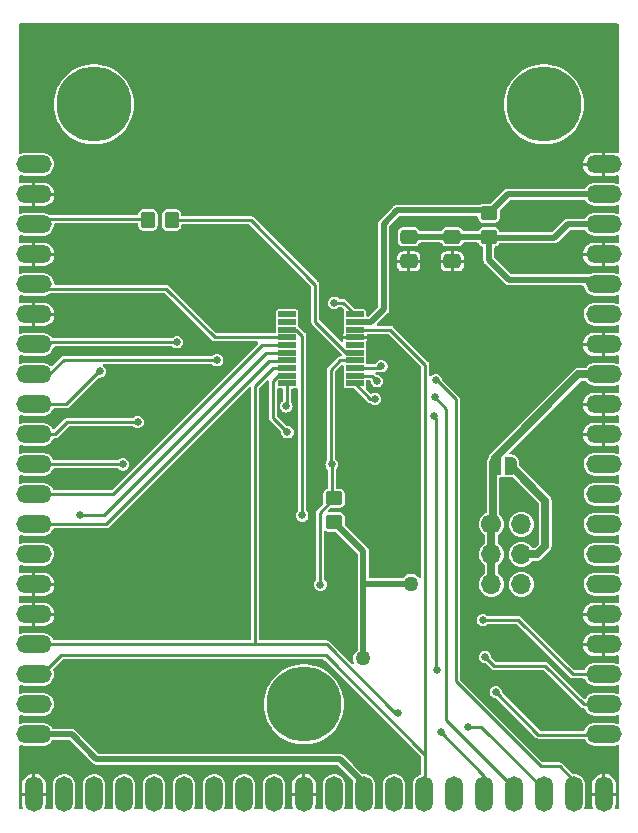
<source format=gbr>
%TF.GenerationSoftware,KiCad,Pcbnew,7.0.9*%
%TF.CreationDate,2024-04-02T12:11:21-07:00*%
%TF.ProjectId,nu8051-ufo-target-board,6e753830-3531-42d7-9566-6f2d74617267,rev?*%
%TF.SameCoordinates,Original*%
%TF.FileFunction,Copper,L1,Top*%
%TF.FilePolarity,Positive*%
%FSLAX46Y46*%
G04 Gerber Fmt 4.6, Leading zero omitted, Abs format (unit mm)*
G04 Created by KiCad (PCBNEW 7.0.9) date 2024-04-02 12:11:21*
%MOMM*%
%LPD*%
G01*
G04 APERTURE LIST*
G04 Aperture macros list*
%AMRoundRect*
0 Rectangle with rounded corners*
0 $1 Rounding radius*
0 $2 $3 $4 $5 $6 $7 $8 $9 X,Y pos of 4 corners*
0 Add a 4 corners polygon primitive as box body*
4,1,4,$2,$3,$4,$5,$6,$7,$8,$9,$2,$3,0*
0 Add four circle primitives for the rounded corners*
1,1,$1+$1,$2,$3*
1,1,$1+$1,$4,$5*
1,1,$1+$1,$6,$7*
1,1,$1+$1,$8,$9*
0 Add four rect primitives between the rounded corners*
20,1,$1+$1,$2,$3,$4,$5,0*
20,1,$1+$1,$4,$5,$6,$7,0*
20,1,$1+$1,$6,$7,$8,$9,0*
20,1,$1+$1,$8,$9,$2,$3,0*%
%AMFreePoly0*
4,1,19,0.500000,-0.750000,0.000000,-0.750000,0.000000,-0.744911,-0.071157,-0.744911,-0.207708,-0.704816,-0.327430,-0.627875,-0.420627,-0.520320,-0.479746,-0.390866,-0.500000,-0.250000,-0.500000,0.250000,-0.479746,0.390866,-0.420627,0.520320,-0.327430,0.627875,-0.207708,0.704816,-0.071157,0.744911,0.000000,0.744911,0.000000,0.750000,0.500000,0.750000,0.500000,-0.750000,0.500000,-0.750000,
$1*%
%AMFreePoly1*
4,1,19,0.000000,0.744911,0.071157,0.744911,0.207708,0.704816,0.327430,0.627875,0.420627,0.520320,0.479746,0.390866,0.500000,0.250000,0.500000,-0.250000,0.479746,-0.390866,0.420627,-0.520320,0.327430,-0.627875,0.207708,-0.704816,0.071157,-0.744911,0.000000,-0.744911,0.000000,-0.750000,-0.500000,-0.750000,-0.500000,0.750000,0.000000,0.750000,0.000000,0.744911,0.000000,0.744911,
$1*%
G04 Aperture macros list end*
%TA.AperFunction,SMDPad,CuDef*%
%ADD10RoundRect,0.250000X0.450000X-0.350000X0.450000X0.350000X-0.450000X0.350000X-0.450000X-0.350000X0*%
%TD*%
%TA.AperFunction,ComponentPad*%
%ADD11C,1.700000*%
%TD*%
%TA.AperFunction,ComponentPad*%
%ADD12O,1.700000X1.700000*%
%TD*%
%TA.AperFunction,SMDPad,CuDef*%
%ADD13RoundRect,0.250000X0.350000X0.450000X-0.350000X0.450000X-0.350000X-0.450000X0.350000X-0.450000X0*%
%TD*%
%TA.AperFunction,SMDPad,CuDef*%
%ADD14RoundRect,0.250000X-0.450000X0.350000X-0.450000X-0.350000X0.450000X-0.350000X0.450000X0.350000X0*%
%TD*%
%TA.AperFunction,SMDPad,CuDef*%
%ADD15RoundRect,0.008200X0.731800X0.196800X-0.731800X0.196800X-0.731800X-0.196800X0.731800X-0.196800X0*%
%TD*%
%TA.AperFunction,SMDPad,CuDef*%
%ADD16RoundRect,0.008200X-0.731800X-0.196800X0.731800X-0.196800X0.731800X0.196800X-0.731800X0.196800X0*%
%TD*%
%TA.AperFunction,SMDPad,CuDef*%
%ADD17RoundRect,0.250000X-0.475000X0.337500X-0.475000X-0.337500X0.475000X-0.337500X0.475000X0.337500X0*%
%TD*%
%TA.AperFunction,SMDPad,CuDef*%
%ADD18FreePoly0,0.000000*%
%TD*%
%TA.AperFunction,SMDPad,CuDef*%
%ADD19FreePoly1,0.000000*%
%TD*%
%TA.AperFunction,ComponentPad*%
%ADD20O,2.997200X1.498600*%
%TD*%
%TA.AperFunction,ComponentPad*%
%ADD21O,1.498600X2.997200*%
%TD*%
%TA.AperFunction,ComponentPad*%
%ADD22C,6.350000*%
%TD*%
%TA.AperFunction,ViaPad*%
%ADD23C,1.270000*%
%TD*%
%TA.AperFunction,ViaPad*%
%ADD24C,0.635000*%
%TD*%
%TA.AperFunction,Conductor*%
%ADD25C,0.508000*%
%TD*%
%TA.AperFunction,Conductor*%
%ADD26C,0.635000*%
%TD*%
%TA.AperFunction,Conductor*%
%ADD27C,0.254000*%
%TD*%
G04 APERTURE END LIST*
D10*
%TO.P,R3,1*%
%TO.N,VCC*%
X150000000Y-106100000D03*
%TO.P,R3,2*%
%TO.N,RST*%
X150000000Y-104100000D03*
%TD*%
D11*
%TO.P,JP1,1,A1*%
%TO.N,VCC*%
X163325000Y-106304200D03*
D12*
%TO.P,JP1,2,B1*%
%TO.N,+2V5*%
X165865000Y-106304200D03*
%TO.P,JP1,3,A2*%
%TO.N,VCC*%
X163325000Y-108844200D03*
%TO.P,JP1,4,B2*%
%TO.N,+3.3V*%
X165865000Y-108844200D03*
%TO.P,JP1,5,A3*%
%TO.N,VCC*%
X163325000Y-111384200D03*
%TO.P,JP1,6,B3*%
%TO.N,+5V*%
X165865000Y-111384200D03*
%TD*%
D13*
%TO.P,R1,1*%
%TO.N,CLK*%
X136240000Y-80530000D03*
%TO.P,R1,2*%
%TO.N,Net-(J1-CLKOUT)*%
X134240000Y-80530000D03*
%TD*%
D14*
%TO.P,R2,1*%
%TO.N,VBUS*%
X163102500Y-79965000D03*
%TO.P,R2,2*%
%TO.N,Net-(J1-FILT_LP)*%
X163102500Y-81965000D03*
%TD*%
D15*
%TO.P,U1,1,P0.5/PWM2/IC6/T0/AIN4*%
%TO.N,LED3*%
X151757500Y-94375000D03*
%TO.P,U1,2,P0.6/TXD/AIN3*%
%TO.N,GPI01*%
X151757500Y-93725000D03*
%TO.P,U1,3,P0.7/RXD/AIN2*%
%TO.N,GPI02*%
X151757500Y-93075000D03*
%TO.P,U1,4,P2.0/~{RST}*%
%TO.N,RST*%
X151757500Y-92425000D03*
%TO.P,U1,5,P3.0/~{INT0}/OSCIN/AIN1*%
%TO.N,CLK*%
X151757500Y-91775000D03*
%TO.P,U1,6,P1.7/~{INT1}/AIN0*%
%TO.N,unconnected-(U1-P1.7{slash}~{INT1}{slash}AIN0-Pad6)*%
X151757500Y-91125000D03*
%TO.P,U1,7,GND*%
%TO.N,GND*%
X151757500Y-90475000D03*
%TO.P,U1,8,P1.6/[SDA]/TXD_1/ICPDA/OCDDA*%
%TO.N,PDID*%
X151757500Y-89825000D03*
%TO.P,U1,9,VDD*%
%TO.N,VBUS*%
X151757500Y-89175000D03*
%TO.P,U1,10,P1.5/PWM5/IC7/~{SS}*%
%TO.N,GPI03*%
X151757500Y-88525000D03*
D16*
%TO.P,U1,11,P1.4/SDA/FB/PWM1*%
%TO.N,SDA*%
X146027500Y-88525000D03*
%TO.P,U1,12,P1.3/SCL/[STADC]*%
%TO.N,SCL*%
X146027500Y-89175000D03*
%TO.P,U1,13,P1.2/PWM0/IC0*%
%TO.N,LED2*%
X146027500Y-89825000D03*
%TO.P,U1,14,P1.1/PWM1/IC1/AIN7/CLO*%
%TO.N,CLKOUT*%
X146027500Y-90475000D03*
%TO.P,U1,15,P1.0/PWM2/IC2/SPCLK*%
%TO.N,SCK*%
X146027500Y-91125000D03*
%TO.P,U1,16,P0.0/PWM3/IC3/MOSI/T1*%
%TO.N,MOSI*%
X146027500Y-91775000D03*
%TO.P,U1,17,P0.1/PWM4/IC4/MISO*%
%TO.N,MISO*%
X146027500Y-92425000D03*
%TO.P,U1,18,P0.2/ICPCK/OCDCK/RXD_1/[SCL]*%
%TO.N,PDIC*%
X146027500Y-93075000D03*
%TO.P,U1,19,P0.3/PWM5/IC5/AIN6*%
%TO.N,LED1*%
X146027500Y-93725000D03*
%TO.P,U1,20,P0.4/AIN5/STADC/PWM3/IC3*%
%TO.N,GPI04*%
X146027500Y-94375000D03*
%TD*%
D17*
%TO.P,C2,1*%
%TO.N,Net-(J1-FILT_LP)*%
X156325000Y-81962500D03*
%TO.P,C2,2*%
%TO.N,GND*%
X156325000Y-84037500D03*
%TD*%
D18*
%TO.P,JP2,1,A*%
%TO.N,VCC*%
X163650000Y-101350000D03*
D19*
%TO.P,JP2,2,B*%
%TO.N,+3.3V*%
X164950000Y-101350000D03*
%TD*%
D17*
%TO.P,C1,1*%
%TO.N,Net-(J1-FILT_LP)*%
X160000000Y-81962500D03*
%TO.P,C1,2*%
%TO.N,GND*%
X160000000Y-84037500D03*
%TD*%
D20*
%TO.P,J1,A1,SPARE1*%
%TO.N,unconnected-(J1-SPARE1-PadA1)*%
X124579500Y-75824200D03*
%TO.P,J1,A2,GND*%
%TO.N,GND*%
X124579500Y-78364200D03*
%TO.P,J1,A3,CLKOUT*%
%TO.N,Net-(J1-CLKOUT)*%
X124579500Y-80904200D03*
%TO.P,J1,A4,GND*%
%TO.N,GND*%
X124579500Y-83444200D03*
%TO.P,J1,A5,CLKIN*%
%TO.N,CLKOUT*%
X124579500Y-85984200D03*
%TO.P,J1,A6,GND*%
%TO.N,GND*%
X124579500Y-88524200D03*
%TO.P,J1,A7,GPIO1*%
%TO.N,GPI01*%
X124579500Y-91064200D03*
%TO.P,J1,A8,GPIO2*%
%TO.N,GPI02*%
X124579500Y-93604200D03*
%TO.P,J1,A9,GPIO3*%
%TO.N,GPI03*%
X124579500Y-96144200D03*
%TO.P,J1,A10,GPIO4*%
%TO.N,GPI04*%
X124579500Y-98684200D03*
%TO.P,J1,A11,NRST*%
%TO.N,RST*%
X124579500Y-101224200D03*
%TO.P,J1,A12,SCK*%
%TO.N,SCK*%
X124579500Y-103764200D03*
%TO.P,J1,A13,MISO*%
%TO.N,MISO*%
X124579500Y-106304200D03*
%TO.P,J1,A14,MOSI*%
%TO.N,MOSI*%
X124579500Y-108844200D03*
%TO.P,J1,A15,GND*%
%TO.N,GND*%
X124579500Y-111384200D03*
%TO.P,J1,A16,GND*%
X124579500Y-113924200D03*
%TO.P,J1,A17,PDIC*%
%TO.N,PDIC*%
X124579500Y-116464200D03*
%TO.P,J1,A18,PDID*%
%TO.N,PDID*%
X124579500Y-119004200D03*
%TO.P,J1,A19,SPARE2*%
%TO.N,unconnected-(J1-SPARE2-PadA19)*%
X124579500Y-121544200D03*
%TO.P,J1,A20,VREF*%
%TO.N,VCC*%
X124579500Y-124084200D03*
D21*
%TO.P,J1,B1,GND*%
%TO.N,GND*%
X124579500Y-129164200D03*
%TO.P,J1,B2,JTAG_TRST*%
%TO.N,unconnected-(J1-JTAG_TRST-PadB2)*%
X127119500Y-129164200D03*
%TO.P,J1,B3,JTAG_TDI*%
%TO.N,unconnected-(J1-JTAG_TDI-PadB3)*%
X129659500Y-129164200D03*
%TO.P,J1,B4,JTAG_TDO*%
%TO.N,unconnected-(J1-JTAG_TDO-PadB4)*%
X132199500Y-129164200D03*
%TO.P,J1,B5,JTAG_TMS*%
%TO.N,unconnected-(J1-JTAG_TMS-PadB5)*%
X134739500Y-129164200D03*
%TO.P,J1,B6,JTAG_TCK*%
%TO.N,unconnected-(J1-JTAG_TCK-PadB6)*%
X137279500Y-129164200D03*
%TO.P,J1,B7,JTAG_VREF*%
%TO.N,unconnected-(J1-JTAG_VREF-PadB7)*%
X139819500Y-129164200D03*
%TO.P,J1,B8,JTAG_NRST*%
%TO.N,unconnected-(J1-JTAG_NRST-PadB8)*%
X142359500Y-129164200D03*
%TO.P,J1,B9,GND*%
%TO.N,unconnected-(J1-GND-PadB9)*%
X144899500Y-129164200D03*
%TO.P,J1,B10,GND*%
%TO.N,GND*%
X147439500Y-129164200D03*
%TO.P,J1,B11,HDR1*%
%TO.N,unconnected-(J1-HDR1-PadB11)*%
X149979500Y-129164200D03*
%TO.P,J1,B12,HDR2*%
%TO.N,VCC*%
X152519500Y-129164200D03*
%TO.P,J1,B13,HDR3*%
%TO.N,unconnected-(J1-HDR3-PadB13)*%
X155059500Y-129164200D03*
%TO.P,J1,B14,HDR4*%
%TO.N,PDID*%
X157599500Y-129164200D03*
%TO.P,J1,B15,HDR5*%
%TO.N,unconnected-(J1-HDR5-PadB15)*%
X160139500Y-129164200D03*
%TO.P,J1,B16,HDR6*%
%TO.N,PDIC*%
X162679500Y-129164200D03*
%TO.P,J1,B17,HDR7*%
%TO.N,GPI01*%
X165219500Y-129164200D03*
%TO.P,J1,B18,HDR8*%
%TO.N,RST*%
X167759500Y-129164200D03*
%TO.P,J1,B19,HDR9*%
%TO.N,GPI02*%
X170299500Y-129164200D03*
%TO.P,J1,B20,HDR10*%
%TO.N,GND*%
X172839500Y-129164200D03*
D20*
%TO.P,J1,C1,GND*%
X172839500Y-75824200D03*
%TO.P,J1,C2,SHUNTL*%
%TO.N,VBUS*%
X172839500Y-78364200D03*
%TO.P,J1,C3,SHUNTH*%
%TO.N,Net-(J1-FILT_LP)*%
X172839500Y-80904200D03*
%TO.P,J1,C4,GND*%
%TO.N,GND*%
X172839500Y-83444200D03*
%TO.P,J1,C5,FILT_LP*%
%TO.N,Net-(J1-FILT_LP)*%
X172839500Y-85984200D03*
%TO.P,J1,C6,FILT_HP*%
%TO.N,unconnected-(J1-FILT_HP-PadC6)*%
X172839500Y-88524200D03*
%TO.P,J1,C7,GND*%
%TO.N,GND*%
X172839500Y-91064200D03*
%TO.P,J1,C8,FILTIN*%
%TO.N,VCC*%
X172839500Y-93604200D03*
%TO.P,J1,C9,GND*%
%TO.N,GND*%
X172839500Y-96144200D03*
%TO.P,J1,C10,GND*%
X172839500Y-98684200D03*
%TO.P,J1,C11,VCC1.2V*%
%TO.N,unconnected-(J1-VCC1.2V-PadC11)*%
X172839500Y-101224200D03*
%TO.P,J1,C12,VCC1.8V*%
%TO.N,unconnected-(J1-VCC1.8V-PadC12)*%
X172839500Y-103764200D03*
%TO.P,J1,C13,VCC2.5V*%
%TO.N,+2V5*%
X172839500Y-106304200D03*
%TO.P,J1,C14,VCC3.3V*%
%TO.N,+3.3V*%
X172839500Y-108844200D03*
%TO.P,J1,C15,VCC5.0V*%
%TO.N,+5V*%
X172839500Y-111384200D03*
%TO.P,J1,C16,GND*%
%TO.N,GND*%
X172839500Y-113924200D03*
%TO.P,J1,C17,GND*%
X172839500Y-116464200D03*
%TO.P,J1,C18,LED1*%
%TO.N,LED1*%
X172839500Y-119004200D03*
%TO.P,J1,C19,LED2*%
%TO.N,LED2*%
X172839500Y-121544200D03*
%TO.P,J1,C20,LED3*%
%TO.N,LED3*%
X172839500Y-124084200D03*
D22*
%TO.P,J1,MH1,MH1*%
%TO.N,unconnected-(J1-PadMH1)*%
X129659500Y-70744200D03*
%TO.P,J1,MH2,MH2*%
%TO.N,unconnected-(J1-PadMH2)*%
X167759500Y-70744200D03*
%TO.P,J1,MH3,MH3*%
%TO.N,unconnected-(J1-PadMH3)*%
X147439500Y-121544200D03*
%TD*%
D23*
%TO.N,VCC*%
X156550000Y-111350000D03*
X152475000Y-117655500D03*
D24*
%TO.N,GND*%
X147122000Y-68115000D03*
X152552000Y-64215000D03*
X142042000Y-68115000D03*
X146890000Y-76750000D03*
D23*
X160000000Y-85800000D03*
D24*
X161602000Y-94685000D03*
X136730000Y-76750000D03*
X142632000Y-110585000D03*
X137312000Y-64215000D03*
X138990000Y-106750000D03*
X132232000Y-64215000D03*
X144472000Y-72435000D03*
X151970000Y-76750000D03*
X128610000Y-83400000D03*
D23*
X156325000Y-85837500D03*
D24*
X166850000Y-99600000D03*
X146250000Y-80950000D03*
X134312000Y-72435000D03*
X163390000Y-86640000D03*
X143240000Y-124220000D03*
X157632000Y-64215000D03*
X145050000Y-114900000D03*
X166682000Y-94685000D03*
X141900000Y-76800000D03*
X141652000Y-102435000D03*
X157050000Y-76750000D03*
D23*
X153910000Y-91090000D03*
D24*
X136962000Y-68115000D03*
X159712000Y-72435000D03*
X149900000Y-85650000D03*
X167550000Y-90600000D03*
X137552000Y-110585000D03*
X136500000Y-89000000D03*
X154632000Y-72435000D03*
X151000000Y-81000000D03*
X163150000Y-98800000D03*
X149890000Y-89070000D03*
X162130000Y-76750000D03*
X157282000Y-68115000D03*
X157390000Y-90600000D03*
X131650000Y-76750000D03*
X142700000Y-88900000D03*
X131300000Y-89000000D03*
X162362000Y-68115000D03*
D23*
X153900000Y-99500000D03*
D24*
X128600000Y-108050000D03*
X142392000Y-64215000D03*
X134450000Y-106200000D03*
X129300000Y-114250000D03*
X139300000Y-72000000D03*
X144070000Y-106750000D03*
X152202000Y-68115000D03*
X139970000Y-114900000D03*
X134890000Y-114900000D03*
X149552000Y-72435000D03*
X133690000Y-83400000D03*
X131150000Y-109650000D03*
X147472000Y-64215000D03*
X143200000Y-84000000D03*
%TO.N,GPI01*%
X153630000Y-94180000D03*
X136700000Y-90875000D03*
X158550000Y-95550000D03*
%TO.N,GPI02*%
X140100000Y-92400000D03*
X154000000Y-92900000D03*
X158600000Y-94100000D03*
%TO.N,GPI03*%
X130150000Y-93350000D03*
X150000000Y-87550000D03*
%TO.N,GPI04*%
X133360000Y-97640000D03*
X145950000Y-96300000D03*
%TO.N,RST*%
X132130000Y-101224200D03*
X149800000Y-101224200D03*
X161300000Y-123425000D03*
X148850000Y-111400000D03*
%TO.N,MOSI*%
X128525000Y-105500000D03*
%TO.N,PDIC*%
X155437500Y-122287500D03*
X159012500Y-123912500D03*
%TO.N,LED1*%
X162600000Y-114400000D03*
X146050000Y-98500000D03*
%TO.N,LED2*%
X162775000Y-117525000D03*
X147300000Y-105550000D03*
%TO.N,LED3*%
X158450000Y-97150000D03*
X153460000Y-95680000D03*
X163700000Y-120500000D03*
X158700000Y-118600000D03*
%TD*%
D25*
%TO.N,VCC*%
X152475000Y-117655500D02*
X152475000Y-108575000D01*
X152475000Y-108575000D02*
X150050000Y-106150000D01*
X150475000Y-126175000D02*
X152519500Y-128219500D01*
D26*
X170688800Y-93604200D02*
X163650000Y-100643000D01*
D25*
X156450000Y-111350000D02*
X156500000Y-111300000D01*
D26*
X163325000Y-108844200D02*
X163325000Y-111384200D01*
X163450000Y-101550000D02*
X163450000Y-106179200D01*
X163650000Y-101350000D02*
X163450000Y-101550000D01*
X163650000Y-100643000D02*
X163650000Y-101350000D01*
X172839500Y-93604200D02*
X170688800Y-93604200D01*
D25*
X152500000Y-111300000D02*
X152550000Y-111350000D01*
X129875000Y-126175000D02*
X150475000Y-126175000D01*
D26*
X156500000Y-111300000D02*
X156550000Y-111350000D01*
D25*
X124579500Y-124084200D02*
X127784200Y-124084200D01*
D26*
X163325000Y-106304200D02*
X163325000Y-108844200D01*
D25*
X127784200Y-124084200D02*
X129875000Y-126175000D01*
X152550000Y-111350000D02*
X156450000Y-111350000D01*
%TO.N,Net-(J1-FILT_LP)*%
X164800000Y-85600000D02*
X172455300Y-85600000D01*
X169785800Y-80904200D02*
X168640000Y-82050000D01*
X163102500Y-81965000D02*
X163102500Y-83902500D01*
X163102500Y-83902500D02*
X164800000Y-85600000D01*
X156325000Y-81962500D02*
X160020000Y-81962500D01*
X172839500Y-80904200D02*
X169785800Y-80904200D01*
X168640000Y-82050000D02*
X163187500Y-82050000D01*
X163102500Y-81965000D02*
X159975000Y-81965000D01*
D27*
%TO.N,Net-(J1-CLKOUT)*%
X125033700Y-80450000D02*
X133769100Y-80450000D01*
%TO.N,GPI01*%
X153630000Y-94180000D02*
X153175000Y-93725000D01*
X153175000Y-93725000D02*
X151757500Y-93725000D01*
X136700000Y-90875000D02*
X124768700Y-90875000D01*
X158550000Y-95550000D02*
X159500000Y-96500000D01*
X159500000Y-122875000D02*
X165219500Y-128594500D01*
X159500000Y-96500000D02*
X159500000Y-122875000D01*
%TO.N,GPI02*%
X153850000Y-93050000D02*
X151782500Y-93050000D01*
X154000000Y-92900000D02*
X153850000Y-93050000D01*
X167500000Y-126800000D02*
X169100000Y-126800000D01*
X140100000Y-92400000D02*
X140062700Y-92362700D01*
X127137300Y-92362700D02*
X125895800Y-93604200D01*
X140062700Y-92362700D02*
X127137300Y-92362700D01*
X158700000Y-94100000D02*
X160300000Y-95700000D01*
X160300000Y-119600000D02*
X167500000Y-126800000D01*
X160300000Y-95700000D02*
X160300000Y-119600000D01*
X158600000Y-94100000D02*
X158700000Y-94100000D01*
X125895800Y-93604200D02*
X124579500Y-93604200D01*
X169100000Y-126800000D02*
X170299500Y-127999500D01*
%TO.N,GPI03*%
X130120000Y-93350000D02*
X127325800Y-96144200D01*
X130150000Y-93350000D02*
X130120000Y-93350000D01*
X150782500Y-87550000D02*
X151757500Y-88525000D01*
X150000000Y-87550000D02*
X150782500Y-87550000D01*
X127325800Y-96144200D02*
X125755800Y-96144200D01*
%TO.N,GPI04*%
X126383000Y-98684200D02*
X124579500Y-98684200D01*
X133350000Y-97650000D02*
X127417200Y-97650000D01*
X145950000Y-96300000D02*
X146027500Y-96222500D01*
X146027500Y-96222500D02*
X146027500Y-94375000D01*
X133350000Y-97650000D02*
X133360000Y-97640000D01*
X127417200Y-97650000D02*
X126383000Y-98684200D01*
%TO.N,RST*%
X132130000Y-101224200D02*
X124579500Y-101224200D01*
X150525000Y-92425000D02*
X151757500Y-92425000D01*
X149750000Y-101174200D02*
X149750000Y-93200000D01*
X148800000Y-111350000D02*
X148800000Y-105300000D01*
X149800000Y-101224200D02*
X149800000Y-103900000D01*
X162475000Y-123425000D02*
X167759500Y-128709500D01*
X149800000Y-103900000D02*
X150000000Y-104100000D01*
X148800000Y-105300000D02*
X149950000Y-104150000D01*
X149750000Y-93200000D02*
X150525000Y-92425000D01*
X149800000Y-101224200D02*
X149750000Y-101174200D01*
X161300000Y-123425000D02*
X162475000Y-123425000D01*
X148850000Y-111400000D02*
X148800000Y-111350000D01*
%TO.N,SCK*%
X124579500Y-103764200D02*
X131285800Y-103764200D01*
X131285800Y-103764200D02*
X143925000Y-91125000D01*
X143925000Y-91125000D02*
X146027500Y-91125000D01*
%TO.N,MISO*%
X144489342Y-92500000D02*
X145952500Y-92500000D01*
X130685142Y-106304200D02*
X144489342Y-92500000D01*
X124579500Y-106304200D02*
X130685142Y-106304200D01*
%TO.N,MOSI*%
X144275000Y-91775000D02*
X146027500Y-91775000D01*
X130550000Y-105500000D02*
X144275000Y-91775000D01*
X128525000Y-105500000D02*
X130550000Y-105500000D01*
%TO.N,PDIC*%
X155437500Y-122287500D02*
X155187500Y-122287500D01*
X144865000Y-93075000D02*
X146027500Y-93075000D01*
X149364200Y-116464200D02*
X124579500Y-116464200D01*
X143327700Y-116464200D02*
X143327700Y-94612300D01*
X124579500Y-116464200D02*
X143327700Y-116464200D01*
X143327700Y-94612300D02*
X144865000Y-93075000D01*
X155187500Y-122287500D02*
X149364200Y-116464200D01*
X159012500Y-123912500D02*
X162679500Y-127579500D01*
X162679500Y-127579500D02*
X162679500Y-129164200D01*
%TO.N,PDID*%
X125295800Y-119004200D02*
X126900000Y-117400000D01*
X157725000Y-92775000D02*
X157725000Y-129038700D01*
X157725000Y-125850000D02*
X157725000Y-129038700D01*
X149275000Y-117400000D02*
X157725000Y-125850000D01*
X126900000Y-117400000D02*
X149275000Y-117400000D01*
X151757500Y-89825000D02*
X154775000Y-89825000D01*
X154775000Y-89825000D02*
X157725000Y-92775000D01*
%TO.N,CLK*%
X148400000Y-86000000D02*
X148400000Y-89138749D01*
X136250000Y-80540000D02*
X142940000Y-80540000D01*
X151036251Y-91775000D02*
X151757500Y-91775000D01*
X142940000Y-80540000D02*
X148400000Y-86000000D01*
X148400000Y-89138749D02*
X151036251Y-91775000D01*
D25*
%TO.N,VBUS*%
X164703300Y-78364200D02*
X163102500Y-79965000D01*
X152500000Y-89175000D02*
X153125000Y-89175000D01*
X172839500Y-78364200D02*
X164703300Y-78364200D01*
X154200000Y-80850000D02*
X155350000Y-79700000D01*
X155350000Y-79700000D02*
X162837500Y-79700000D01*
X153125000Y-89175000D02*
X154200000Y-88100000D01*
X154200000Y-88100000D02*
X154200000Y-80850000D01*
D27*
%TO.N,LED1*%
X145223100Y-93725000D02*
X146027500Y-93725000D01*
X144819500Y-97269500D02*
X144819500Y-94128600D01*
X144819500Y-94128600D02*
X145223100Y-93725000D01*
X165600000Y-114400000D02*
X170204200Y-119004200D01*
X146050000Y-98500000D02*
X144819500Y-97269500D01*
X170204200Y-119004200D02*
X172839500Y-119004200D01*
X162600000Y-114400000D02*
X165600000Y-114400000D01*
%TO.N,LED2*%
X147300000Y-90319000D02*
X146806000Y-89825000D01*
X146806000Y-89825000D02*
X146027500Y-89825000D01*
X171144200Y-121544200D02*
X172839500Y-121544200D01*
X163550000Y-118300000D02*
X167900000Y-118300000D01*
X147300000Y-105550000D02*
X147300000Y-90319000D01*
X162775000Y-117525000D02*
X163550000Y-118300000D01*
X167900000Y-118300000D02*
X171144200Y-121544200D01*
%TO.N,LED3*%
X158700000Y-118600000D02*
X158600000Y-118500000D01*
X158600000Y-118500000D02*
X158600000Y-97300000D01*
X158600000Y-97300000D02*
X158450000Y-97150000D01*
X153062500Y-95680000D02*
X151757500Y-94375000D01*
X167300000Y-124100000D02*
X172823700Y-124100000D01*
X163700000Y-120500000D02*
X167300000Y-124100000D01*
X153460000Y-95680000D02*
X153062500Y-95680000D01*
%TO.N,CLKOUT*%
X125013700Y-86350000D02*
X135770000Y-86350000D01*
X139895000Y-90475000D02*
X146027500Y-90475000D01*
X135770000Y-86350000D02*
X139895000Y-90475000D01*
D26*
%TO.N,+3.3V*%
X167210400Y-108844200D02*
X167884500Y-108170100D01*
X165865000Y-108844200D02*
X167210400Y-108844200D01*
X167884500Y-108170100D02*
X167884500Y-104284500D01*
X167884500Y-104284500D02*
X164950000Y-101350000D01*
%TD*%
%TA.AperFunction,Conductor*%
%TO.N,GND*%
G36*
X127607475Y-124568385D02*
G01*
X127628117Y-124585019D01*
X129525634Y-126482536D01*
X129530271Y-126487724D01*
X129555490Y-126519348D01*
X129555491Y-126519349D01*
X129606166Y-126553898D01*
X129655502Y-126590310D01*
X129663267Y-126594413D01*
X129671181Y-126598225D01*
X129671184Y-126598227D01*
X129729780Y-126616301D01*
X129787669Y-126636558D01*
X129787670Y-126636558D01*
X129796299Y-126638190D01*
X129804985Y-126639500D01*
X129804988Y-126639500D01*
X129866306Y-126639500D01*
X129927594Y-126641793D01*
X129927594Y-126641792D01*
X129927596Y-126641793D01*
X129927597Y-126641792D01*
X129936828Y-126640753D01*
X129936917Y-126641548D01*
X129952478Y-126639500D01*
X150231236Y-126639500D01*
X150298275Y-126659185D01*
X150318917Y-126675819D01*
X151590705Y-127947607D01*
X151624190Y-128008930D01*
X151619206Y-128078622D01*
X151616975Y-128084187D01*
X151598994Y-128126087D01*
X151559700Y-128317297D01*
X151559700Y-129962180D01*
X151574498Y-130107704D01*
X151626949Y-130274879D01*
X151628237Y-130344737D01*
X151591551Y-130404201D01*
X151528541Y-130434392D01*
X151508636Y-130436000D01*
X150987870Y-130436000D01*
X150920831Y-130416315D01*
X150875076Y-130363511D01*
X150865132Y-130294353D01*
X150873917Y-130263103D01*
X150900006Y-130202311D01*
X150939300Y-130011102D01*
X150939300Y-128366221D01*
X150924502Y-128220697D01*
X150866065Y-128034445D01*
X150771332Y-127863769D01*
X150771330Y-127863766D01*
X150644182Y-127715657D01*
X150644181Y-127715655D01*
X150489820Y-127596171D01*
X150489816Y-127596169D01*
X150314559Y-127510202D01*
X150314560Y-127510202D01*
X150125598Y-127461276D01*
X150125592Y-127461275D01*
X149955165Y-127452632D01*
X149930636Y-127451388D01*
X149930635Y-127451388D01*
X149930633Y-127451388D01*
X149737690Y-127480946D01*
X149737678Y-127480949D01*
X149554634Y-127548741D01*
X149554625Y-127548745D01*
X149388975Y-127651995D01*
X149388974Y-127651996D01*
X149247487Y-127786488D01*
X149135973Y-127946705D01*
X149058994Y-128126088D01*
X149019700Y-128317297D01*
X149019700Y-129962180D01*
X149034498Y-130107704D01*
X149086949Y-130274879D01*
X149088237Y-130344737D01*
X149051551Y-130404201D01*
X148988541Y-130434392D01*
X148968636Y-130436000D01*
X148495206Y-130436000D01*
X148428167Y-130416315D01*
X148382412Y-130363511D01*
X148372468Y-130294353D01*
X148381256Y-130263099D01*
X148401724Y-130215402D01*
X148442800Y-130015526D01*
X148442800Y-129291200D01*
X147918419Y-129291200D01*
X147934800Y-129235413D01*
X147934800Y-129092987D01*
X147918419Y-129037200D01*
X148442800Y-129037200D01*
X148442800Y-128364019D01*
X148427330Y-128211894D01*
X148366248Y-128017209D01*
X148366241Y-128017195D01*
X148267220Y-127838793D01*
X148267217Y-127838788D01*
X148134306Y-127683966D01*
X148134305Y-127683964D01*
X147972948Y-127559066D01*
X147972944Y-127559063D01*
X147789743Y-127469199D01*
X147789745Y-127469199D01*
X147592219Y-127418056D01*
X147592213Y-127418055D01*
X147566500Y-127416751D01*
X147566500Y-128682066D01*
X147474923Y-128668900D01*
X147404077Y-128668900D01*
X147312500Y-128682066D01*
X147312500Y-127419349D01*
X147186724Y-127438618D01*
X147186723Y-127438618D01*
X146995378Y-127509485D01*
X146995374Y-127509487D01*
X146822202Y-127617426D01*
X146674314Y-127758004D01*
X146674313Y-127758006D01*
X146557743Y-127925486D01*
X146477275Y-128112999D01*
X146436200Y-128312873D01*
X146436200Y-129037200D01*
X146960581Y-129037200D01*
X146944200Y-129092987D01*
X146944200Y-129235413D01*
X146960581Y-129291200D01*
X146436200Y-129291200D01*
X146436200Y-129964380D01*
X146451670Y-130116507D01*
X146501359Y-130274880D01*
X146502646Y-130344737D01*
X146465961Y-130404201D01*
X146402951Y-130434392D01*
X146383046Y-130436000D01*
X145907870Y-130436000D01*
X145840831Y-130416315D01*
X145795076Y-130363511D01*
X145785132Y-130294353D01*
X145793917Y-130263103D01*
X145820006Y-130202311D01*
X145859300Y-130011102D01*
X145859300Y-128366221D01*
X145844502Y-128220697D01*
X145786065Y-128034445D01*
X145691332Y-127863769D01*
X145691330Y-127863766D01*
X145564182Y-127715657D01*
X145564181Y-127715655D01*
X145409820Y-127596171D01*
X145409816Y-127596169D01*
X145234559Y-127510202D01*
X145234560Y-127510202D01*
X145045598Y-127461276D01*
X145045592Y-127461275D01*
X144875165Y-127452632D01*
X144850636Y-127451388D01*
X144850635Y-127451388D01*
X144850633Y-127451388D01*
X144657690Y-127480946D01*
X144657678Y-127480949D01*
X144474634Y-127548741D01*
X144474625Y-127548745D01*
X144308975Y-127651995D01*
X144308974Y-127651996D01*
X144167487Y-127786488D01*
X144055973Y-127946705D01*
X143978994Y-128126088D01*
X143939700Y-128317297D01*
X143939700Y-129962180D01*
X143954498Y-130107704D01*
X144006949Y-130274879D01*
X144008237Y-130344737D01*
X143971551Y-130404201D01*
X143908541Y-130434392D01*
X143888636Y-130436000D01*
X143367870Y-130436000D01*
X143300831Y-130416315D01*
X143255076Y-130363511D01*
X143245132Y-130294353D01*
X143253917Y-130263103D01*
X143280006Y-130202311D01*
X143319300Y-130011102D01*
X143319300Y-128366221D01*
X143304502Y-128220697D01*
X143246065Y-128034445D01*
X143151332Y-127863769D01*
X143151330Y-127863766D01*
X143024182Y-127715657D01*
X143024181Y-127715655D01*
X142869820Y-127596171D01*
X142869816Y-127596169D01*
X142694559Y-127510202D01*
X142694560Y-127510202D01*
X142505598Y-127461276D01*
X142505592Y-127461275D01*
X142335165Y-127452632D01*
X142310636Y-127451388D01*
X142310635Y-127451388D01*
X142310633Y-127451388D01*
X142117690Y-127480946D01*
X142117678Y-127480949D01*
X141934634Y-127548741D01*
X141934625Y-127548745D01*
X141768975Y-127651995D01*
X141768974Y-127651996D01*
X141627487Y-127786488D01*
X141515973Y-127946705D01*
X141438994Y-128126088D01*
X141399700Y-128317297D01*
X141399700Y-129962180D01*
X141414498Y-130107704D01*
X141466949Y-130274879D01*
X141468237Y-130344737D01*
X141431551Y-130404201D01*
X141368541Y-130434392D01*
X141348636Y-130436000D01*
X140827870Y-130436000D01*
X140760831Y-130416315D01*
X140715076Y-130363511D01*
X140705132Y-130294353D01*
X140713917Y-130263103D01*
X140740006Y-130202311D01*
X140779300Y-130011102D01*
X140779300Y-128366221D01*
X140764502Y-128220697D01*
X140706065Y-128034445D01*
X140611332Y-127863769D01*
X140611330Y-127863766D01*
X140484182Y-127715657D01*
X140484181Y-127715655D01*
X140329820Y-127596171D01*
X140329816Y-127596169D01*
X140154559Y-127510202D01*
X140154560Y-127510202D01*
X139965598Y-127461276D01*
X139965592Y-127461275D01*
X139795165Y-127452632D01*
X139770636Y-127451388D01*
X139770635Y-127451388D01*
X139770633Y-127451388D01*
X139577690Y-127480946D01*
X139577678Y-127480949D01*
X139394634Y-127548741D01*
X139394625Y-127548745D01*
X139228975Y-127651995D01*
X139228974Y-127651996D01*
X139087487Y-127786488D01*
X138975973Y-127946705D01*
X138898994Y-128126088D01*
X138859700Y-128317297D01*
X138859700Y-129962180D01*
X138874498Y-130107704D01*
X138926949Y-130274879D01*
X138928237Y-130344737D01*
X138891551Y-130404201D01*
X138828541Y-130434392D01*
X138808636Y-130436000D01*
X138287870Y-130436000D01*
X138220831Y-130416315D01*
X138175076Y-130363511D01*
X138165132Y-130294353D01*
X138173917Y-130263103D01*
X138200006Y-130202311D01*
X138239300Y-130011102D01*
X138239300Y-128366221D01*
X138224502Y-128220697D01*
X138166065Y-128034445D01*
X138071332Y-127863769D01*
X138071330Y-127863766D01*
X137944182Y-127715657D01*
X137944181Y-127715655D01*
X137789820Y-127596171D01*
X137789816Y-127596169D01*
X137614559Y-127510202D01*
X137614560Y-127510202D01*
X137425598Y-127461276D01*
X137425592Y-127461275D01*
X137255165Y-127452632D01*
X137230636Y-127451388D01*
X137230635Y-127451388D01*
X137230633Y-127451388D01*
X137037690Y-127480946D01*
X137037678Y-127480949D01*
X136854634Y-127548741D01*
X136854625Y-127548745D01*
X136688975Y-127651995D01*
X136688974Y-127651996D01*
X136547487Y-127786488D01*
X136435973Y-127946705D01*
X136358994Y-128126088D01*
X136319700Y-128317297D01*
X136319700Y-129962180D01*
X136334498Y-130107704D01*
X136386949Y-130274879D01*
X136388237Y-130344737D01*
X136351551Y-130404201D01*
X136288541Y-130434392D01*
X136268636Y-130436000D01*
X135747870Y-130436000D01*
X135680831Y-130416315D01*
X135635076Y-130363511D01*
X135625132Y-130294353D01*
X135633917Y-130263103D01*
X135660006Y-130202311D01*
X135699300Y-130011102D01*
X135699300Y-128366221D01*
X135684502Y-128220697D01*
X135626065Y-128034445D01*
X135531332Y-127863769D01*
X135531330Y-127863766D01*
X135404182Y-127715657D01*
X135404181Y-127715655D01*
X135249820Y-127596171D01*
X135249816Y-127596169D01*
X135074559Y-127510202D01*
X135074560Y-127510202D01*
X134885598Y-127461276D01*
X134885592Y-127461275D01*
X134715165Y-127452632D01*
X134690636Y-127451388D01*
X134690635Y-127451388D01*
X134690633Y-127451388D01*
X134497690Y-127480946D01*
X134497678Y-127480949D01*
X134314634Y-127548741D01*
X134314625Y-127548745D01*
X134148975Y-127651995D01*
X134148974Y-127651996D01*
X134007487Y-127786488D01*
X133895973Y-127946705D01*
X133818994Y-128126088D01*
X133779700Y-128317297D01*
X133779700Y-129962180D01*
X133794498Y-130107704D01*
X133846949Y-130274879D01*
X133848237Y-130344737D01*
X133811551Y-130404201D01*
X133748541Y-130434392D01*
X133728636Y-130436000D01*
X133207870Y-130436000D01*
X133140831Y-130416315D01*
X133095076Y-130363511D01*
X133085132Y-130294353D01*
X133093917Y-130263103D01*
X133120006Y-130202311D01*
X133159300Y-130011102D01*
X133159300Y-128366221D01*
X133144502Y-128220697D01*
X133086065Y-128034445D01*
X132991332Y-127863769D01*
X132991330Y-127863766D01*
X132864182Y-127715657D01*
X132864181Y-127715655D01*
X132709820Y-127596171D01*
X132709816Y-127596169D01*
X132534559Y-127510202D01*
X132534560Y-127510202D01*
X132345598Y-127461276D01*
X132345592Y-127461275D01*
X132175165Y-127452632D01*
X132150636Y-127451388D01*
X132150635Y-127451388D01*
X132150633Y-127451388D01*
X131957690Y-127480946D01*
X131957678Y-127480949D01*
X131774634Y-127548741D01*
X131774625Y-127548745D01*
X131608975Y-127651995D01*
X131608974Y-127651996D01*
X131467487Y-127786488D01*
X131355973Y-127946705D01*
X131278994Y-128126088D01*
X131239700Y-128317297D01*
X131239700Y-129962180D01*
X131254498Y-130107704D01*
X131306949Y-130274879D01*
X131308237Y-130344737D01*
X131271551Y-130404201D01*
X131208541Y-130434392D01*
X131188636Y-130436000D01*
X130667870Y-130436000D01*
X130600831Y-130416315D01*
X130555076Y-130363511D01*
X130545132Y-130294353D01*
X130553917Y-130263103D01*
X130580006Y-130202311D01*
X130619300Y-130011102D01*
X130619300Y-128366221D01*
X130604502Y-128220697D01*
X130546065Y-128034445D01*
X130451332Y-127863769D01*
X130451330Y-127863766D01*
X130324182Y-127715657D01*
X130324181Y-127715655D01*
X130169820Y-127596171D01*
X130169816Y-127596169D01*
X129994559Y-127510202D01*
X129994560Y-127510202D01*
X129805598Y-127461276D01*
X129805592Y-127461275D01*
X129635165Y-127452632D01*
X129610636Y-127451388D01*
X129610635Y-127451388D01*
X129610633Y-127451388D01*
X129417690Y-127480946D01*
X129417678Y-127480949D01*
X129234634Y-127548741D01*
X129234625Y-127548745D01*
X129068975Y-127651995D01*
X129068974Y-127651996D01*
X128927487Y-127786488D01*
X128815973Y-127946705D01*
X128738994Y-128126088D01*
X128699700Y-128317297D01*
X128699700Y-129962180D01*
X128714498Y-130107704D01*
X128766949Y-130274879D01*
X128768237Y-130344737D01*
X128731551Y-130404201D01*
X128668541Y-130434392D01*
X128648636Y-130436000D01*
X128127870Y-130436000D01*
X128060831Y-130416315D01*
X128015076Y-130363511D01*
X128005132Y-130294353D01*
X128013917Y-130263103D01*
X128040006Y-130202311D01*
X128079300Y-130011102D01*
X128079300Y-128366221D01*
X128064502Y-128220697D01*
X128006065Y-128034445D01*
X127911332Y-127863769D01*
X127911330Y-127863766D01*
X127784182Y-127715657D01*
X127784181Y-127715655D01*
X127629820Y-127596171D01*
X127629816Y-127596169D01*
X127454559Y-127510202D01*
X127454560Y-127510202D01*
X127265598Y-127461276D01*
X127265592Y-127461275D01*
X127095165Y-127452632D01*
X127070636Y-127451388D01*
X127070635Y-127451388D01*
X127070633Y-127451388D01*
X126877690Y-127480946D01*
X126877678Y-127480949D01*
X126694634Y-127548741D01*
X126694625Y-127548745D01*
X126528975Y-127651995D01*
X126528974Y-127651996D01*
X126387487Y-127786488D01*
X126275973Y-127946705D01*
X126198994Y-128126088D01*
X126159700Y-128317297D01*
X126159700Y-129962180D01*
X126174498Y-130107704D01*
X126226949Y-130274879D01*
X126228237Y-130344737D01*
X126191551Y-130404201D01*
X126128541Y-130434392D01*
X126108636Y-130436000D01*
X125635206Y-130436000D01*
X125568167Y-130416315D01*
X125522412Y-130363511D01*
X125512468Y-130294353D01*
X125521256Y-130263099D01*
X125541724Y-130215402D01*
X125582800Y-130015526D01*
X125582800Y-129291200D01*
X125058419Y-129291200D01*
X125074800Y-129235413D01*
X125074800Y-129092987D01*
X125058419Y-129037200D01*
X125582800Y-129037200D01*
X125582800Y-128364019D01*
X125567330Y-128211894D01*
X125506248Y-128017209D01*
X125506241Y-128017195D01*
X125407220Y-127838793D01*
X125407217Y-127838788D01*
X125274306Y-127683966D01*
X125274305Y-127683964D01*
X125112948Y-127559066D01*
X125112944Y-127559063D01*
X124929743Y-127469199D01*
X124929745Y-127469199D01*
X124732219Y-127418056D01*
X124732213Y-127418055D01*
X124706500Y-127416751D01*
X124706500Y-128682066D01*
X124614923Y-128668900D01*
X124544077Y-128668900D01*
X124452500Y-128682066D01*
X124452500Y-127419349D01*
X124326724Y-127438618D01*
X124326723Y-127438618D01*
X124135378Y-127509485D01*
X124135374Y-127509487D01*
X123962202Y-127617426D01*
X123814314Y-127758004D01*
X123814313Y-127758006D01*
X123697743Y-127925486D01*
X123617275Y-128112999D01*
X123576200Y-128312873D01*
X123576200Y-129037200D01*
X124100581Y-129037200D01*
X124084200Y-129092987D01*
X124084200Y-129235413D01*
X124100581Y-129291200D01*
X123576200Y-129291200D01*
X123576200Y-129964380D01*
X123591670Y-130116507D01*
X123641359Y-130274880D01*
X123642646Y-130344737D01*
X123605961Y-130404201D01*
X123542951Y-130434392D01*
X123523046Y-130436000D01*
X123442500Y-130436000D01*
X123375461Y-130416315D01*
X123329706Y-130363511D01*
X123318500Y-130312000D01*
X123318500Y-125097204D01*
X123338185Y-125030165D01*
X123390989Y-124984410D01*
X123460147Y-124974466D01*
X123491396Y-124983252D01*
X123541389Y-125004706D01*
X123732598Y-125044000D01*
X125377480Y-125044000D01*
X125392278Y-125042495D01*
X125523003Y-125029202D01*
X125671191Y-124982707D01*
X125709246Y-124970768D01*
X125709246Y-124970767D01*
X125709255Y-124970765D01*
X125879931Y-124876032D01*
X126028044Y-124748881D01*
X126145764Y-124596798D01*
X126202365Y-124555835D01*
X126243820Y-124548700D01*
X127540436Y-124548700D01*
X127607475Y-124568385D01*
G37*
%TD.AperFunction*%
%TA.AperFunction,Conductor*%
G36*
X149150880Y-117757185D02*
G01*
X149171522Y-117773819D01*
X157351181Y-125953478D01*
X157384666Y-126014801D01*
X157387500Y-126041159D01*
X157387500Y-127383598D01*
X157367815Y-127450637D01*
X157315011Y-127496392D01*
X157306566Y-127499879D01*
X157174634Y-127548741D01*
X157174625Y-127548745D01*
X157008975Y-127651995D01*
X157008974Y-127651996D01*
X156867487Y-127786488D01*
X156755973Y-127946705D01*
X156678994Y-128126088D01*
X156639700Y-128317297D01*
X156639700Y-129962180D01*
X156654498Y-130107704D01*
X156706949Y-130274879D01*
X156708237Y-130344737D01*
X156671551Y-130404201D01*
X156608541Y-130434392D01*
X156588636Y-130436000D01*
X156067870Y-130436000D01*
X156000831Y-130416315D01*
X155955076Y-130363511D01*
X155945132Y-130294353D01*
X155953917Y-130263103D01*
X155980006Y-130202311D01*
X156019300Y-130011102D01*
X156019300Y-128366221D01*
X156004502Y-128220697D01*
X155946065Y-128034445D01*
X155851332Y-127863769D01*
X155851330Y-127863766D01*
X155724182Y-127715657D01*
X155724181Y-127715655D01*
X155569820Y-127596171D01*
X155569816Y-127596169D01*
X155394559Y-127510202D01*
X155394560Y-127510202D01*
X155205598Y-127461276D01*
X155205592Y-127461275D01*
X155035165Y-127452632D01*
X155010636Y-127451388D01*
X155010635Y-127451388D01*
X155010633Y-127451388D01*
X154817690Y-127480946D01*
X154817678Y-127480949D01*
X154634634Y-127548741D01*
X154634625Y-127548745D01*
X154468975Y-127651995D01*
X154468974Y-127651996D01*
X154327487Y-127786488D01*
X154215973Y-127946705D01*
X154138994Y-128126088D01*
X154099700Y-128317297D01*
X154099700Y-129962180D01*
X154114498Y-130107704D01*
X154166949Y-130274879D01*
X154168237Y-130344737D01*
X154131551Y-130404201D01*
X154068541Y-130434392D01*
X154048636Y-130436000D01*
X153527870Y-130436000D01*
X153460831Y-130416315D01*
X153415076Y-130363511D01*
X153405132Y-130294353D01*
X153413917Y-130263103D01*
X153440006Y-130202311D01*
X153479300Y-130011102D01*
X153479300Y-128366221D01*
X153464502Y-128220697D01*
X153406065Y-128034445D01*
X153311332Y-127863769D01*
X153311330Y-127863766D01*
X153184182Y-127715657D01*
X153184181Y-127715655D01*
X153029820Y-127596171D01*
X153029816Y-127596169D01*
X152854559Y-127510202D01*
X152854560Y-127510202D01*
X152665598Y-127461276D01*
X152665592Y-127461275D01*
X152470625Y-127451387D01*
X152466300Y-127451607D01*
X152398351Y-127435338D01*
X152372349Y-127415447D01*
X151598450Y-126641548D01*
X150824351Y-125867449D01*
X150819733Y-125862281D01*
X150794509Y-125830651D01*
X150743833Y-125796101D01*
X150694498Y-125759690D01*
X150694497Y-125759689D01*
X150694495Y-125759688D01*
X150686744Y-125755591D01*
X150678818Y-125751774D01*
X150678816Y-125751773D01*
X150678813Y-125751772D01*
X150678811Y-125751771D01*
X150620219Y-125733698D01*
X150562334Y-125713443D01*
X150562333Y-125713442D01*
X150562331Y-125713442D01*
X150562328Y-125713441D01*
X150553693Y-125711807D01*
X150545015Y-125710500D01*
X150545012Y-125710500D01*
X150483694Y-125710500D01*
X150422406Y-125708206D01*
X150413173Y-125709247D01*
X150413083Y-125708451D01*
X150397523Y-125710500D01*
X130118764Y-125710500D01*
X130051725Y-125690815D01*
X130031083Y-125674181D01*
X129092743Y-124735841D01*
X128133551Y-123776649D01*
X128128933Y-123771481D01*
X128103709Y-123739851D01*
X128053033Y-123705301D01*
X128003698Y-123668890D01*
X128003697Y-123668889D01*
X128003695Y-123668888D01*
X127995944Y-123664791D01*
X127988018Y-123660974D01*
X127988016Y-123660973D01*
X127988013Y-123660972D01*
X127988011Y-123660971D01*
X127929419Y-123642898D01*
X127871534Y-123622643D01*
X127871533Y-123622642D01*
X127871531Y-123622642D01*
X127871528Y-123622641D01*
X127862893Y-123621007D01*
X127854215Y-123619700D01*
X127854212Y-123619700D01*
X127792894Y-123619700D01*
X127731606Y-123617406D01*
X127722373Y-123618447D01*
X127722283Y-123617651D01*
X127706723Y-123619700D01*
X126239081Y-123619700D01*
X126172042Y-123600015D01*
X126133849Y-123561291D01*
X126091703Y-123493674D01*
X126091702Y-123493673D01*
X126091701Y-123493671D01*
X125957212Y-123352188D01*
X125871268Y-123292369D01*
X125796994Y-123240673D01*
X125617611Y-123163694D01*
X125426402Y-123124400D01*
X123781521Y-123124400D01*
X123781520Y-123124400D01*
X123635993Y-123139198D01*
X123479620Y-123188260D01*
X123409763Y-123189547D01*
X123350299Y-123152862D01*
X123320108Y-123089852D01*
X123318500Y-123069947D01*
X123318500Y-122557204D01*
X123338185Y-122490165D01*
X123390989Y-122444410D01*
X123460147Y-122434466D01*
X123491396Y-122443252D01*
X123541389Y-122464706D01*
X123732598Y-122504000D01*
X125377480Y-122504000D01*
X125392278Y-122502495D01*
X125523003Y-122489202D01*
X125671191Y-122442707D01*
X125709246Y-122430768D01*
X125709246Y-122430767D01*
X125709255Y-122430765D01*
X125879931Y-122336032D01*
X126028044Y-122208881D01*
X126147530Y-122054518D01*
X126233496Y-121879263D01*
X126260987Y-121773089D01*
X126282423Y-121690298D01*
X126282424Y-121690292D01*
X126282425Y-121690290D01*
X126289834Y-121544200D01*
X144049028Y-121544200D01*
X144067690Y-121888409D01*
X144068903Y-121910772D01*
X144068904Y-121910789D01*
X144128292Y-122273038D01*
X144128298Y-122273064D01*
X144226504Y-122626772D01*
X144226506Y-122626778D01*
X144362386Y-122967812D01*
X144362395Y-122967830D01*
X144505056Y-123236917D01*
X144534350Y-123292171D01*
X144702639Y-123540379D01*
X144740368Y-123596024D01*
X144740375Y-123596034D01*
X144949626Y-123842383D01*
X144978033Y-123875826D01*
X145244555Y-124128289D01*
X145536811Y-124350456D01*
X145851374Y-124539723D01*
X145851378Y-124539724D01*
X145851382Y-124539727D01*
X146184554Y-124693869D01*
X146184557Y-124693870D01*
X146532453Y-124811089D01*
X146890983Y-124890008D01*
X147255944Y-124929700D01*
X147255950Y-124929700D01*
X147623050Y-124929700D01*
X147623056Y-124929700D01*
X147988017Y-124890008D01*
X148346547Y-124811089D01*
X148694443Y-124693870D01*
X149027626Y-124539723D01*
X149342189Y-124350456D01*
X149634445Y-124128289D01*
X149900967Y-123875826D01*
X150138631Y-123596026D01*
X150344650Y-123292171D01*
X150516609Y-122967822D01*
X150652492Y-122626783D01*
X150750705Y-122273051D01*
X150791990Y-122021222D01*
X150810095Y-121910789D01*
X150810095Y-121910786D01*
X150810097Y-121910775D01*
X150829972Y-121544200D01*
X150810097Y-121177625D01*
X150800539Y-121119325D01*
X150750707Y-120815361D01*
X150750706Y-120815360D01*
X150750705Y-120815349D01*
X150690691Y-120599198D01*
X150652495Y-120461627D01*
X150652493Y-120461621D01*
X150652492Y-120461617D01*
X150516609Y-120120578D01*
X150344650Y-119796229D01*
X150138631Y-119492374D01*
X150138627Y-119492369D01*
X150138624Y-119492365D01*
X149900974Y-119212582D01*
X149900969Y-119212576D01*
X149847668Y-119162087D01*
X149634445Y-118960111D01*
X149634435Y-118960103D01*
X149342186Y-118737942D01*
X149027630Y-118548679D01*
X149027617Y-118548672D01*
X148694445Y-118394530D01*
X148346549Y-118277311D01*
X147988015Y-118198391D01*
X147623057Y-118158700D01*
X147623056Y-118158700D01*
X147255944Y-118158700D01*
X147255942Y-118158700D01*
X146890984Y-118198391D01*
X146532450Y-118277311D01*
X146184554Y-118394530D01*
X145851382Y-118548672D01*
X145851369Y-118548679D01*
X145536813Y-118737942D01*
X145244564Y-118960103D01*
X145244554Y-118960111D01*
X144978030Y-119212576D01*
X144978025Y-119212582D01*
X144740375Y-119492365D01*
X144740368Y-119492375D01*
X144534350Y-119796228D01*
X144362395Y-120120569D01*
X144362386Y-120120587D01*
X144226506Y-120461621D01*
X144226504Y-120461627D01*
X144128298Y-120815335D01*
X144128292Y-120815361D01*
X144068904Y-121177610D01*
X144068903Y-121177623D01*
X144068903Y-121177625D01*
X144049028Y-121544200D01*
X126289834Y-121544200D01*
X126292312Y-121495336D01*
X126262752Y-121302383D01*
X126194957Y-121119330D01*
X126163508Y-121068875D01*
X126091704Y-120953675D01*
X126091703Y-120953674D01*
X126091702Y-120953673D01*
X126091701Y-120953671D01*
X125957212Y-120812188D01*
X125891252Y-120766278D01*
X125796994Y-120700673D01*
X125617611Y-120623694D01*
X125426402Y-120584400D01*
X123781521Y-120584400D01*
X123781520Y-120584400D01*
X123635993Y-120599198D01*
X123479620Y-120648260D01*
X123409763Y-120649547D01*
X123350299Y-120612862D01*
X123320108Y-120549852D01*
X123318500Y-120529947D01*
X123318500Y-120017204D01*
X123338185Y-119950165D01*
X123390989Y-119904410D01*
X123460147Y-119894466D01*
X123491396Y-119903252D01*
X123541389Y-119924706D01*
X123732598Y-119964000D01*
X125377480Y-119964000D01*
X125392278Y-119962495D01*
X125523003Y-119949202D01*
X125671191Y-119902707D01*
X125709246Y-119890768D01*
X125709246Y-119890767D01*
X125709255Y-119890765D01*
X125879931Y-119796032D01*
X126028044Y-119668881D01*
X126147530Y-119514518D01*
X126233496Y-119339263D01*
X126260620Y-119234505D01*
X126282423Y-119150298D01*
X126282424Y-119150292D01*
X126282425Y-119150290D01*
X126292312Y-118955336D01*
X126262752Y-118762383D01*
X126223375Y-118656064D01*
X126218552Y-118586363D01*
X126251974Y-118525321D01*
X127003478Y-117773819D01*
X127064801Y-117740334D01*
X127091159Y-117737500D01*
X149083841Y-117737500D01*
X149150880Y-117757185D01*
G37*
%TD.AperFunction*%
%TA.AperFunction,Conductor*%
G36*
X171246958Y-78848385D02*
G01*
X171285151Y-78887109D01*
X171327296Y-78954725D01*
X171327297Y-78954726D01*
X171327299Y-78954729D01*
X171461788Y-79096212D01*
X171622005Y-79207726D01*
X171801389Y-79284706D01*
X171992598Y-79324000D01*
X173637480Y-79324000D01*
X173783004Y-79309202D01*
X173950616Y-79256613D01*
X173957379Y-79254490D01*
X174027236Y-79253203D01*
X174086701Y-79289888D01*
X174116892Y-79352898D01*
X174118500Y-79372804D01*
X174118500Y-79898919D01*
X174098815Y-79965958D01*
X174046011Y-80011713D01*
X173976853Y-80021657D01*
X173945600Y-80012870D01*
X173877611Y-79983694D01*
X173686402Y-79944400D01*
X172041521Y-79944400D01*
X172041520Y-79944400D01*
X171895995Y-79959198D01*
X171709753Y-80017631D01*
X171709743Y-80017636D01*
X171539067Y-80112369D01*
X171539066Y-80112369D01*
X171390957Y-80239517D01*
X171390955Y-80239518D01*
X171273236Y-80391601D01*
X171216635Y-80432565D01*
X171175180Y-80439700D01*
X169815376Y-80439700D01*
X169808435Y-80439310D01*
X169795626Y-80437867D01*
X169768235Y-80434780D01*
X169707972Y-80446183D01*
X169647336Y-80455323D01*
X169638958Y-80457907D01*
X169630655Y-80460813D01*
X169576439Y-80489466D01*
X169521181Y-80516077D01*
X169513939Y-80521014D01*
X169506851Y-80526246D01*
X169463496Y-80569601D01*
X169418535Y-80611319D01*
X169412743Y-80618582D01*
X169412119Y-80618084D01*
X169402565Y-80630531D01*
X168483917Y-81549181D01*
X168422594Y-81582666D01*
X168396236Y-81585500D01*
X164118039Y-81585500D01*
X164051000Y-81565815D01*
X164005245Y-81513011D01*
X164000998Y-81502455D01*
X163971254Y-81417453D01*
X163964234Y-81397392D01*
X163881801Y-81285699D01*
X163770108Y-81203266D01*
X163770106Y-81203265D01*
X163639080Y-81157416D01*
X163607977Y-81154500D01*
X162597033Y-81154500D01*
X162582736Y-81155840D01*
X162565921Y-81157417D01*
X162565918Y-81157417D01*
X162565917Y-81157418D01*
X162565915Y-81157418D01*
X162434893Y-81203265D01*
X162323199Y-81285699D01*
X162240766Y-81397391D01*
X162233745Y-81417457D01*
X162193022Y-81474232D01*
X162128069Y-81499978D01*
X162116704Y-81500500D01*
X161007296Y-81500500D01*
X160940257Y-81480815D01*
X160894502Y-81428011D01*
X160890256Y-81417457D01*
X160886734Y-81407392D01*
X160804301Y-81295699D01*
X160692608Y-81213266D01*
X160692606Y-81213265D01*
X160561580Y-81167416D01*
X160530477Y-81164500D01*
X159469533Y-81164500D01*
X159455236Y-81165840D01*
X159438421Y-81167417D01*
X159438418Y-81167417D01*
X159438417Y-81167418D01*
X159438415Y-81167418D01*
X159307393Y-81213265D01*
X159195699Y-81295699D01*
X159113265Y-81407393D01*
X159110618Y-81414958D01*
X159069895Y-81471733D01*
X159004942Y-81497478D01*
X158993578Y-81498000D01*
X157331422Y-81498000D01*
X157264383Y-81478315D01*
X157218628Y-81425511D01*
X157214382Y-81414958D01*
X157211734Y-81407393D01*
X157211734Y-81407392D01*
X157129301Y-81295699D01*
X157017608Y-81213266D01*
X157017606Y-81213265D01*
X156886580Y-81167416D01*
X156855477Y-81164500D01*
X155794533Y-81164500D01*
X155780236Y-81165840D01*
X155763421Y-81167417D01*
X155763418Y-81167417D01*
X155763417Y-81167418D01*
X155763415Y-81167418D01*
X155632393Y-81213265D01*
X155520699Y-81295699D01*
X155438265Y-81407393D01*
X155392416Y-81538418D01*
X155392416Y-81538420D01*
X155389500Y-81569522D01*
X155389500Y-82355466D01*
X155389501Y-82355472D01*
X155392417Y-82386579D01*
X155392417Y-82386581D01*
X155392418Y-82386582D01*
X155392418Y-82386584D01*
X155438265Y-82517606D01*
X155438266Y-82517608D01*
X155520699Y-82629301D01*
X155632392Y-82711734D01*
X155675254Y-82726732D01*
X155763419Y-82757583D01*
X155771535Y-82758343D01*
X155794527Y-82760500D01*
X156855472Y-82760499D01*
X156886579Y-82757583D01*
X157017608Y-82711734D01*
X157129301Y-82629301D01*
X157211734Y-82517608D01*
X157213506Y-82512543D01*
X157214382Y-82510042D01*
X157255105Y-82453267D01*
X157320058Y-82427522D01*
X157331422Y-82427000D01*
X158993578Y-82427000D01*
X159060617Y-82446685D01*
X159106372Y-82499489D01*
X159110618Y-82510042D01*
X159113265Y-82517606D01*
X159113266Y-82517608D01*
X159195699Y-82629301D01*
X159307392Y-82711734D01*
X159350254Y-82726732D01*
X159438419Y-82757583D01*
X159446535Y-82758343D01*
X159469527Y-82760500D01*
X160530472Y-82760499D01*
X160561579Y-82757583D01*
X160692608Y-82711734D01*
X160804301Y-82629301D01*
X160886734Y-82517608D01*
X160888505Y-82512546D01*
X160929225Y-82455771D01*
X160994177Y-82430022D01*
X161005547Y-82429500D01*
X162116704Y-82429500D01*
X162183743Y-82449185D01*
X162229498Y-82501989D01*
X162233744Y-82512542D01*
X162240766Y-82532608D01*
X162323199Y-82644301D01*
X162434892Y-82726734D01*
X162554957Y-82768746D01*
X162611731Y-82809467D01*
X162637478Y-82874420D01*
X162638000Y-82885787D01*
X162638000Y-83872932D01*
X162637610Y-83879871D01*
X162636658Y-83888325D01*
X162633081Y-83920064D01*
X162644482Y-83980315D01*
X162653623Y-84040959D01*
X162656216Y-84049366D01*
X162659114Y-84057647D01*
X162687766Y-84111861D01*
X162714375Y-84167115D01*
X162719323Y-84174373D01*
X162724543Y-84181445D01*
X162767902Y-84224804D01*
X162809618Y-84269763D01*
X162809619Y-84269764D01*
X162816884Y-84275557D01*
X162816383Y-84276184D01*
X162828834Y-84285736D01*
X163640728Y-85097631D01*
X164450638Y-85907541D01*
X164455274Y-85912728D01*
X164480491Y-85944349D01*
X164531156Y-85978891D01*
X164580502Y-86015310D01*
X164580507Y-86015311D01*
X164588280Y-86019419D01*
X164596181Y-86023225D01*
X164596184Y-86023227D01*
X164654780Y-86041301D01*
X164712669Y-86061558D01*
X164712670Y-86061558D01*
X164721299Y-86063190D01*
X164729985Y-86064500D01*
X164729988Y-86064500D01*
X164791306Y-86064500D01*
X164852594Y-86066793D01*
X164852594Y-86066792D01*
X164852596Y-86066793D01*
X164852597Y-86066792D01*
X164861828Y-86065753D01*
X164861917Y-86066548D01*
X164877478Y-86064500D01*
X171025054Y-86064500D01*
X171092093Y-86084185D01*
X171137848Y-86136989D01*
X171147624Y-86169723D01*
X171156246Y-86226009D01*
X171156249Y-86226021D01*
X171224041Y-86409065D01*
X171224045Y-86409074D01*
X171327295Y-86574724D01*
X171327296Y-86574725D01*
X171327297Y-86574726D01*
X171327299Y-86574729D01*
X171461788Y-86716212D01*
X171622005Y-86827726D01*
X171801389Y-86904706D01*
X171992598Y-86944000D01*
X173637480Y-86944000D01*
X173783004Y-86929202D01*
X173957379Y-86874491D01*
X174027236Y-86873203D01*
X174086701Y-86909888D01*
X174116892Y-86972898D01*
X174118500Y-86992804D01*
X174118500Y-87518919D01*
X174098815Y-87585958D01*
X174046011Y-87631713D01*
X173976853Y-87641657D01*
X173945600Y-87632870D01*
X173877611Y-87603694D01*
X173686402Y-87564400D01*
X172041521Y-87564400D01*
X172041520Y-87564400D01*
X171895995Y-87579198D01*
X171709753Y-87637631D01*
X171709743Y-87637636D01*
X171539067Y-87732369D01*
X171539066Y-87732369D01*
X171390957Y-87859517D01*
X171390955Y-87859518D01*
X171271471Y-88013879D01*
X171271469Y-88013883D01*
X171185502Y-88189140D01*
X171136576Y-88378101D01*
X171136575Y-88378107D01*
X171126688Y-88573065D01*
X171156246Y-88766009D01*
X171156249Y-88766021D01*
X171224041Y-88949065D01*
X171224045Y-88949074D01*
X171327295Y-89114724D01*
X171327296Y-89114725D01*
X171327297Y-89114726D01*
X171327299Y-89114729D01*
X171461788Y-89256212D01*
X171622005Y-89367726D01*
X171801389Y-89444706D01*
X171992598Y-89484000D01*
X173637480Y-89484000D01*
X173783004Y-89469202D01*
X173957379Y-89414491D01*
X174027236Y-89413203D01*
X174086701Y-89449888D01*
X174116892Y-89512898D01*
X174118500Y-89532804D01*
X174118500Y-90011583D01*
X174098815Y-90078622D01*
X174046011Y-90124377D01*
X173976853Y-90134321D01*
X173945601Y-90125534D01*
X173890702Y-90101975D01*
X173690826Y-90060900D01*
X172966500Y-90060900D01*
X172966500Y-90582066D01*
X172874923Y-90568900D01*
X172804077Y-90568900D01*
X172712500Y-90582066D01*
X172712500Y-90060900D01*
X172039320Y-90060900D01*
X171887194Y-90076369D01*
X171692509Y-90137451D01*
X171692495Y-90137458D01*
X171514093Y-90236479D01*
X171514088Y-90236482D01*
X171359266Y-90369393D01*
X171359264Y-90369394D01*
X171234366Y-90530751D01*
X171234363Y-90530755D01*
X171144499Y-90713955D01*
X171093356Y-90911480D01*
X171093355Y-90911486D01*
X171092051Y-90937200D01*
X172360581Y-90937200D01*
X172344200Y-90992987D01*
X172344200Y-91135413D01*
X172360581Y-91191200D01*
X171094651Y-91191200D01*
X171113917Y-91316968D01*
X171113920Y-91316981D01*
X171184785Y-91508321D01*
X171184787Y-91508325D01*
X171292726Y-91681497D01*
X171433304Y-91829385D01*
X171433306Y-91829386D01*
X171600786Y-91945956D01*
X171788299Y-92026424D01*
X171988174Y-92067500D01*
X172712500Y-92067500D01*
X172712500Y-91546333D01*
X172804077Y-91559500D01*
X172874923Y-91559500D01*
X172966500Y-91546333D01*
X172966500Y-92067500D01*
X173639680Y-92067500D01*
X173791805Y-92052030D01*
X173957379Y-92000081D01*
X174027237Y-91998793D01*
X174086701Y-92035478D01*
X174116892Y-92098489D01*
X174118500Y-92118394D01*
X174118500Y-92598919D01*
X174098815Y-92665958D01*
X174046011Y-92711713D01*
X173976853Y-92721657D01*
X173945600Y-92712870D01*
X173877611Y-92683694D01*
X173686402Y-92644400D01*
X172041521Y-92644400D01*
X172041520Y-92644400D01*
X171895995Y-92659198D01*
X171709753Y-92717631D01*
X171709743Y-92717636D01*
X171539067Y-92812369D01*
X171539066Y-92812369D01*
X171390957Y-92939517D01*
X171390955Y-92939518D01*
X171322388Y-93028101D01*
X171265787Y-93069065D01*
X171224332Y-93076200D01*
X170697808Y-93076200D01*
X170634297Y-93074031D01*
X170634296Y-93074031D01*
X170634294Y-93074031D01*
X170593179Y-93084050D01*
X170586941Y-93085235D01*
X170545009Y-93090999D01*
X170545006Y-93091000D01*
X170529618Y-93097684D01*
X170509586Y-93104420D01*
X170493281Y-93108394D01*
X170493276Y-93108395D01*
X170456383Y-93129139D01*
X170450695Y-93131964D01*
X170411883Y-93148823D01*
X170411879Y-93148825D01*
X170398862Y-93159415D01*
X170381393Y-93171305D01*
X170366763Y-93179531D01*
X170336833Y-93209461D01*
X170332119Y-93213715D01*
X170299292Y-93240422D01*
X170299291Y-93240422D01*
X170289612Y-93254134D01*
X170275993Y-93270300D01*
X163283019Y-100263274D01*
X163236574Y-100306652D01*
X163236571Y-100306656D01*
X163214582Y-100342815D01*
X163211009Y-100348065D01*
X163185437Y-100381788D01*
X163185435Y-100381791D01*
X163179281Y-100397397D01*
X163169877Y-100416330D01*
X163161159Y-100430666D01*
X163149740Y-100471417D01*
X163147716Y-100477435D01*
X163132190Y-100516810D01*
X163132189Y-100516812D01*
X163130473Y-100533507D01*
X163126526Y-100554274D01*
X163122000Y-100570428D01*
X163122000Y-100571832D01*
X163121637Y-100573065D01*
X163120845Y-100578833D01*
X163119979Y-100578713D01*
X163102315Y-100638871D01*
X163091715Y-100653033D01*
X163062847Y-100686349D01*
X163062846Y-100686350D01*
X163029821Y-100737737D01*
X163029818Y-100737742D01*
X162970093Y-100868520D01*
X162970088Y-100868533D01*
X162952880Y-100927143D01*
X162932419Y-101069456D01*
X162932418Y-101069458D01*
X162932418Y-101130542D01*
X162934114Y-101142338D01*
X162935376Y-101159985D01*
X162935376Y-101395846D01*
X162933031Y-101415376D01*
X162933057Y-101415379D01*
X162932189Y-101423810D01*
X162932189Y-101423813D01*
X162930473Y-101440507D01*
X162926526Y-101461274D01*
X162922000Y-101477428D01*
X162922000Y-101519750D01*
X162921675Y-101526094D01*
X162917347Y-101568194D01*
X162917347Y-101568198D01*
X162920197Y-101584725D01*
X162922000Y-101605794D01*
X162922000Y-105242797D01*
X162902315Y-105309836D01*
X162856453Y-105352155D01*
X162732972Y-105418156D01*
X162732965Y-105418160D01*
X162571484Y-105550684D01*
X162438960Y-105712165D01*
X162438956Y-105712172D01*
X162340488Y-105896393D01*
X162340487Y-105896396D01*
X162340486Y-105896398D01*
X162340485Y-105896401D01*
X162319160Y-105966700D01*
X162279844Y-106096307D01*
X162259369Y-106304200D01*
X162279844Y-106512092D01*
X162296417Y-106566725D01*
X162340485Y-106711999D01*
X162340486Y-106712002D01*
X162340487Y-106712003D01*
X162340488Y-106712006D01*
X162438956Y-106896227D01*
X162438960Y-106896234D01*
X162571484Y-107057715D01*
X162732965Y-107190239D01*
X162738030Y-107193623D01*
X162737114Y-107194993D01*
X162781296Y-107238390D01*
X162797000Y-107298789D01*
X162797000Y-107849611D01*
X162777315Y-107916650D01*
X162737252Y-107953619D01*
X162738027Y-107954779D01*
X162732966Y-107958160D01*
X162571484Y-108090684D01*
X162438960Y-108252165D01*
X162438956Y-108252172D01*
X162340488Y-108436393D01*
X162340487Y-108436396D01*
X162340486Y-108436398D01*
X162340485Y-108436401D01*
X162319237Y-108506447D01*
X162279844Y-108636307D01*
X162259369Y-108844200D01*
X162279844Y-109052092D01*
X162300058Y-109118729D01*
X162340485Y-109251999D01*
X162340486Y-109252002D01*
X162340487Y-109252003D01*
X162340488Y-109252006D01*
X162438956Y-109436227D01*
X162438960Y-109436234D01*
X162571484Y-109597715D01*
X162732965Y-109730239D01*
X162738030Y-109733623D01*
X162737114Y-109734993D01*
X162781296Y-109778390D01*
X162797000Y-109838789D01*
X162797000Y-110389611D01*
X162777315Y-110456650D01*
X162737252Y-110493619D01*
X162738027Y-110494779D01*
X162732966Y-110498160D01*
X162571484Y-110630684D01*
X162438960Y-110792165D01*
X162438956Y-110792172D01*
X162340488Y-110976393D01*
X162340487Y-110976396D01*
X162340486Y-110976398D01*
X162340485Y-110976401D01*
X162326221Y-111023424D01*
X162279844Y-111176307D01*
X162259369Y-111384200D01*
X162279844Y-111592092D01*
X162300058Y-111658729D01*
X162340485Y-111791999D01*
X162340486Y-111792002D01*
X162340487Y-111792003D01*
X162340488Y-111792006D01*
X162438956Y-111976227D01*
X162438960Y-111976234D01*
X162571484Y-112137715D01*
X162732965Y-112270239D01*
X162732972Y-112270243D01*
X162917193Y-112368711D01*
X162917194Y-112368711D01*
X162917201Y-112368715D01*
X163117106Y-112429355D01*
X163117105Y-112429355D01*
X163135745Y-112431190D01*
X163325000Y-112449831D01*
X163532894Y-112429355D01*
X163732799Y-112368715D01*
X163917033Y-112270240D01*
X164078515Y-112137715D01*
X164211040Y-111976233D01*
X164309515Y-111791999D01*
X164370155Y-111592094D01*
X164390631Y-111384200D01*
X164799369Y-111384200D01*
X164819844Y-111592092D01*
X164840058Y-111658729D01*
X164880485Y-111791999D01*
X164880486Y-111792002D01*
X164880487Y-111792003D01*
X164880488Y-111792006D01*
X164978956Y-111976227D01*
X164978960Y-111976234D01*
X165111484Y-112137715D01*
X165272965Y-112270239D01*
X165272972Y-112270243D01*
X165457193Y-112368711D01*
X165457194Y-112368711D01*
X165457201Y-112368715D01*
X165657106Y-112429355D01*
X165657105Y-112429355D01*
X165675745Y-112431190D01*
X165865000Y-112449831D01*
X166072894Y-112429355D01*
X166272799Y-112368715D01*
X166457033Y-112270240D01*
X166618515Y-112137715D01*
X166751040Y-111976233D01*
X166849515Y-111791999D01*
X166910155Y-111592094D01*
X166930631Y-111384200D01*
X166910155Y-111176306D01*
X166849515Y-110976401D01*
X166842482Y-110963243D01*
X166751043Y-110792172D01*
X166751039Y-110792165D01*
X166618515Y-110630684D01*
X166457034Y-110498160D01*
X166457027Y-110498156D01*
X166272806Y-110399688D01*
X166272803Y-110399687D01*
X166272802Y-110399686D01*
X166272799Y-110399685D01*
X166072894Y-110339045D01*
X166072892Y-110339044D01*
X166072894Y-110339044D01*
X165865000Y-110318569D01*
X165657107Y-110339044D01*
X165539075Y-110374848D01*
X165457201Y-110399685D01*
X165457198Y-110399686D01*
X165457196Y-110399687D01*
X165457193Y-110399688D01*
X165272972Y-110498156D01*
X165272965Y-110498160D01*
X165111484Y-110630684D01*
X164978960Y-110792165D01*
X164978956Y-110792172D01*
X164880488Y-110976393D01*
X164880487Y-110976396D01*
X164880486Y-110976398D01*
X164880485Y-110976401D01*
X164866221Y-111023424D01*
X164819844Y-111176307D01*
X164799369Y-111384200D01*
X164390631Y-111384200D01*
X164370155Y-111176306D01*
X164309515Y-110976401D01*
X164302482Y-110963243D01*
X164211043Y-110792172D01*
X164211039Y-110792165D01*
X164078515Y-110630684D01*
X163917033Y-110498160D01*
X163911973Y-110494779D01*
X163912886Y-110493411D01*
X163868699Y-110450000D01*
X163853000Y-110389611D01*
X163853000Y-109838789D01*
X163872685Y-109771750D01*
X163912746Y-109734784D01*
X163911970Y-109733623D01*
X163917034Y-109730239D01*
X164078515Y-109597715D01*
X164211039Y-109436234D01*
X164211043Y-109436227D01*
X164211846Y-109434725D01*
X164309515Y-109251999D01*
X164370155Y-109052094D01*
X164390631Y-108844200D01*
X164370155Y-108636306D01*
X164309515Y-108436401D01*
X164309511Y-108436393D01*
X164211043Y-108252172D01*
X164211039Y-108252165D01*
X164078515Y-108090684D01*
X163917033Y-107958160D01*
X163911973Y-107954779D01*
X163912886Y-107953411D01*
X163868699Y-107910000D01*
X163853000Y-107849611D01*
X163853000Y-107298789D01*
X163872685Y-107231750D01*
X163912746Y-107194784D01*
X163911970Y-107193623D01*
X163917034Y-107190239D01*
X164078515Y-107057715D01*
X164211039Y-106896234D01*
X164211043Y-106896227D01*
X164211846Y-106894725D01*
X164309515Y-106711999D01*
X164370155Y-106512094D01*
X164390631Y-106304200D01*
X164799369Y-106304200D01*
X164819844Y-106512092D01*
X164836417Y-106566725D01*
X164880485Y-106711999D01*
X164880486Y-106712002D01*
X164880487Y-106712003D01*
X164880488Y-106712006D01*
X164978956Y-106896227D01*
X164978960Y-106896234D01*
X165111484Y-107057715D01*
X165272965Y-107190239D01*
X165272972Y-107190243D01*
X165457193Y-107288711D01*
X165457194Y-107288711D01*
X165457201Y-107288715D01*
X165657106Y-107349355D01*
X165657105Y-107349355D01*
X165675745Y-107351190D01*
X165865000Y-107369831D01*
X166072894Y-107349355D01*
X166272799Y-107288715D01*
X166457033Y-107190240D01*
X166618515Y-107057715D01*
X166751040Y-106896233D01*
X166849515Y-106711999D01*
X166910155Y-106512094D01*
X166930631Y-106304200D01*
X166910155Y-106096306D01*
X166849515Y-105896401D01*
X166849511Y-105896393D01*
X166751043Y-105712172D01*
X166751039Y-105712165D01*
X166618515Y-105550684D01*
X166457034Y-105418160D01*
X166457027Y-105418156D01*
X166272806Y-105319688D01*
X166272803Y-105319687D01*
X166272802Y-105319686D01*
X166272799Y-105319685D01*
X166072894Y-105259045D01*
X166072892Y-105259044D01*
X166072894Y-105259044D01*
X165865000Y-105238569D01*
X165657107Y-105259044D01*
X165547092Y-105292417D01*
X165457201Y-105319685D01*
X165457198Y-105319686D01*
X165457196Y-105319687D01*
X165457193Y-105319688D01*
X165272972Y-105418156D01*
X165272965Y-105418160D01*
X165111484Y-105550684D01*
X164978960Y-105712165D01*
X164978956Y-105712172D01*
X164880488Y-105896393D01*
X164880487Y-105896396D01*
X164880486Y-105896398D01*
X164880485Y-105896401D01*
X164859160Y-105966700D01*
X164819844Y-106096307D01*
X164799369Y-106304200D01*
X164390631Y-106304200D01*
X164370155Y-106096306D01*
X164309515Y-105896401D01*
X164309511Y-105896393D01*
X164211043Y-105712172D01*
X164211039Y-105712165D01*
X164078515Y-105550684D01*
X164023335Y-105505399D01*
X163984001Y-105447653D01*
X163978000Y-105409546D01*
X163978000Y-102438624D01*
X163997685Y-102371585D01*
X164050489Y-102325830D01*
X164102000Y-102314624D01*
X164150001Y-102314624D01*
X164150002Y-102314623D01*
X164177625Y-102309129D01*
X164232130Y-102298288D01*
X164232131Y-102298287D01*
X164232133Y-102298287D01*
X164232133Y-102298286D01*
X164243417Y-102293613D01*
X164243968Y-102294945D01*
X164297782Y-102278093D01*
X164356356Y-102294159D01*
X164356583Y-102293613D01*
X164360932Y-102295414D01*
X164365163Y-102296575D01*
X164367752Y-102298239D01*
X164367869Y-102298288D01*
X164449995Y-102314623D01*
X164449999Y-102314624D01*
X164450000Y-102314624D01*
X165021886Y-102314624D01*
X165021889Y-102314624D01*
X165082355Y-102305930D01*
X165082360Y-102305928D01*
X165086738Y-102305299D01*
X165087002Y-102307135D01*
X165149022Y-102311573D01*
X165193368Y-102340073D01*
X167320181Y-104466886D01*
X167353666Y-104528209D01*
X167356500Y-104554567D01*
X167356500Y-107900033D01*
X167336815Y-107967072D01*
X167320181Y-107987714D01*
X167028014Y-108279881D01*
X166966691Y-108313366D01*
X166940333Y-108316200D01*
X166859589Y-108316200D01*
X166792550Y-108296515D01*
X166755584Y-108256453D01*
X166754423Y-108257230D01*
X166751039Y-108252165D01*
X166618515Y-108090684D01*
X166457034Y-107958160D01*
X166457027Y-107958156D01*
X166272806Y-107859688D01*
X166272803Y-107859687D01*
X166272802Y-107859686D01*
X166272799Y-107859685D01*
X166072894Y-107799045D01*
X166072892Y-107799044D01*
X166072894Y-107799044D01*
X165865000Y-107778569D01*
X165657107Y-107799044D01*
X165555235Y-107829947D01*
X165457201Y-107859685D01*
X165457198Y-107859686D01*
X165457196Y-107859687D01*
X165457193Y-107859688D01*
X165272972Y-107958156D01*
X165272965Y-107958160D01*
X165111484Y-108090684D01*
X164978960Y-108252165D01*
X164978956Y-108252172D01*
X164880488Y-108436393D01*
X164880487Y-108436396D01*
X164880486Y-108436398D01*
X164880485Y-108436401D01*
X164859237Y-108506447D01*
X164819844Y-108636307D01*
X164799369Y-108844200D01*
X164819844Y-109052092D01*
X164840058Y-109118729D01*
X164880485Y-109251999D01*
X164880486Y-109252002D01*
X164880487Y-109252003D01*
X164880488Y-109252006D01*
X164978956Y-109436227D01*
X164978960Y-109436234D01*
X165111484Y-109597715D01*
X165272965Y-109730239D01*
X165272972Y-109730243D01*
X165457193Y-109828711D01*
X165457194Y-109828711D01*
X165457201Y-109828715D01*
X165657106Y-109889355D01*
X165657105Y-109889355D01*
X165675745Y-109891190D01*
X165865000Y-109909831D01*
X166072894Y-109889355D01*
X166272799Y-109828715D01*
X166457033Y-109730240D01*
X166618515Y-109597715D01*
X166751040Y-109436233D01*
X166751041Y-109436230D01*
X166754423Y-109431170D01*
X166755793Y-109432085D01*
X166799190Y-109387904D01*
X166859589Y-109372200D01*
X167201376Y-109372200D01*
X167264903Y-109374370D01*
X167306045Y-109364343D01*
X167312244Y-109363165D01*
X167354192Y-109357400D01*
X167369580Y-109350715D01*
X167389620Y-109343977D01*
X167395628Y-109342512D01*
X167405921Y-109340005D01*
X167442823Y-109319255D01*
X167448486Y-109316442D01*
X167487320Y-109299575D01*
X167500325Y-109288993D01*
X167517813Y-109277090D01*
X167532436Y-109268869D01*
X167562375Y-109238928D01*
X167567066Y-109234694D01*
X167599909Y-109207976D01*
X167609582Y-109194272D01*
X167623202Y-109178101D01*
X168251466Y-108549837D01*
X168297926Y-108506447D01*
X168319927Y-108470265D01*
X168323482Y-108465042D01*
X168349063Y-108431311D01*
X168355216Y-108415705D01*
X168364619Y-108396773D01*
X168373341Y-108382433D01*
X168384762Y-108341666D01*
X168386779Y-108335669D01*
X168402311Y-108296287D01*
X168404026Y-108279593D01*
X168407975Y-108258819D01*
X168408421Y-108257230D01*
X168412500Y-108242672D01*
X168412500Y-108200348D01*
X168412825Y-108194004D01*
X168417153Y-108151904D01*
X168414303Y-108135372D01*
X168412500Y-108114305D01*
X168412500Y-104293524D01*
X168413149Y-104274516D01*
X168414670Y-104229997D01*
X168404644Y-104188857D01*
X168403464Y-104182651D01*
X168397700Y-104140708D01*
X168391017Y-104125322D01*
X168384276Y-104105275D01*
X168380306Y-104088984D01*
X168380305Y-104088983D01*
X168380305Y-104088980D01*
X168378763Y-104086238D01*
X168359563Y-104052092D01*
X168356739Y-104046408D01*
X168339875Y-104007580D01*
X168329287Y-103994565D01*
X168317391Y-103977087D01*
X168309168Y-103962463D01*
X168279241Y-103932536D01*
X168274984Y-103927819D01*
X168248278Y-103894993D01*
X168248273Y-103894989D01*
X168234570Y-103885316D01*
X168218398Y-103871693D01*
X165700943Y-101354238D01*
X165667458Y-101292915D01*
X165664624Y-101266557D01*
X165664624Y-101159985D01*
X165665886Y-101142338D01*
X165667582Y-101130544D01*
X165667581Y-101069456D01*
X165647119Y-100927141D01*
X165629909Y-100868526D01*
X165570181Y-100737741D01*
X165537155Y-100686352D01*
X165443001Y-100577691D01*
X165396832Y-100537686D01*
X165396830Y-100537684D01*
X165396828Y-100537683D01*
X165275883Y-100459956D01*
X165275878Y-100459954D01*
X165220310Y-100434577D01*
X165158166Y-100416330D01*
X165082360Y-100394071D01*
X165082350Y-100394068D01*
X165027989Y-100386253D01*
X165021889Y-100385376D01*
X165021888Y-100385376D01*
X164953691Y-100385376D01*
X164886652Y-100365691D01*
X164840897Y-100312887D01*
X164830953Y-100243729D01*
X164859978Y-100180173D01*
X164866010Y-100173695D01*
X170871186Y-94168519D01*
X170932509Y-94135034D01*
X170958867Y-94132200D01*
X171219499Y-94132200D01*
X171286538Y-94151885D01*
X171324730Y-94190608D01*
X171327299Y-94194729D01*
X171461788Y-94336212D01*
X171622005Y-94447726D01*
X171801389Y-94524706D01*
X171992598Y-94564000D01*
X173637480Y-94564000D01*
X173783004Y-94549202D01*
X173929450Y-94503254D01*
X173957379Y-94494490D01*
X174027236Y-94493203D01*
X174086701Y-94529888D01*
X174116892Y-94592898D01*
X174118500Y-94612804D01*
X174118500Y-95091583D01*
X174098815Y-95158622D01*
X174046011Y-95204377D01*
X173976853Y-95214321D01*
X173945601Y-95205534D01*
X173890702Y-95181975D01*
X173690826Y-95140900D01*
X172966500Y-95140900D01*
X172966500Y-95662066D01*
X172874923Y-95648900D01*
X172804077Y-95648900D01*
X172712500Y-95662066D01*
X172712500Y-95140900D01*
X172039320Y-95140900D01*
X171887194Y-95156369D01*
X171692509Y-95217451D01*
X171692495Y-95217458D01*
X171514093Y-95316479D01*
X171514088Y-95316482D01*
X171359266Y-95449393D01*
X171359264Y-95449394D01*
X171234366Y-95610751D01*
X171234363Y-95610755D01*
X171144499Y-95793955D01*
X171093356Y-95991480D01*
X171093355Y-95991486D01*
X171092051Y-96017200D01*
X172360581Y-96017200D01*
X172344200Y-96072987D01*
X172344200Y-96215413D01*
X172360581Y-96271200D01*
X171094651Y-96271200D01*
X171113917Y-96396968D01*
X171113920Y-96396981D01*
X171184785Y-96588321D01*
X171184787Y-96588325D01*
X171292726Y-96761497D01*
X171433304Y-96909385D01*
X171433306Y-96909386D01*
X171600786Y-97025956D01*
X171788299Y-97106424D01*
X171988174Y-97147500D01*
X172712500Y-97147500D01*
X172712500Y-96626333D01*
X172804077Y-96639500D01*
X172874923Y-96639500D01*
X172966500Y-96626333D01*
X172966500Y-97147500D01*
X173639680Y-97147500D01*
X173791805Y-97132030D01*
X173957379Y-97080081D01*
X174027237Y-97078793D01*
X174086701Y-97115478D01*
X174116892Y-97178489D01*
X174118500Y-97198394D01*
X174118500Y-97631583D01*
X174098815Y-97698622D01*
X174046011Y-97744377D01*
X173976853Y-97754321D01*
X173945601Y-97745534D01*
X173890702Y-97721975D01*
X173690826Y-97680900D01*
X172966500Y-97680900D01*
X172966500Y-98202066D01*
X172874923Y-98188900D01*
X172804077Y-98188900D01*
X172712500Y-98202066D01*
X172712500Y-97680900D01*
X172039320Y-97680900D01*
X171887194Y-97696369D01*
X171692509Y-97757451D01*
X171692495Y-97757458D01*
X171514093Y-97856479D01*
X171514088Y-97856482D01*
X171359266Y-97989393D01*
X171359264Y-97989394D01*
X171234366Y-98150751D01*
X171234363Y-98150755D01*
X171144499Y-98333955D01*
X171093356Y-98531480D01*
X171093355Y-98531486D01*
X171092051Y-98557200D01*
X172360581Y-98557200D01*
X172344200Y-98612987D01*
X172344200Y-98755413D01*
X172360581Y-98811200D01*
X171094651Y-98811200D01*
X171113917Y-98936968D01*
X171113920Y-98936981D01*
X171184785Y-99128321D01*
X171184787Y-99128325D01*
X171292726Y-99301497D01*
X171433304Y-99449385D01*
X171433306Y-99449386D01*
X171600786Y-99565956D01*
X171788299Y-99646424D01*
X171988174Y-99687500D01*
X172712500Y-99687500D01*
X172712500Y-99166333D01*
X172804077Y-99179500D01*
X172874923Y-99179500D01*
X172966500Y-99166333D01*
X172966500Y-99687500D01*
X173639680Y-99687500D01*
X173791805Y-99672030D01*
X173957379Y-99620081D01*
X174027237Y-99618793D01*
X174086701Y-99655478D01*
X174116892Y-99718489D01*
X174118500Y-99738394D01*
X174118500Y-100218919D01*
X174098815Y-100285958D01*
X174046011Y-100331713D01*
X173976853Y-100341657D01*
X173945600Y-100332870D01*
X173877611Y-100303694D01*
X173686402Y-100264400D01*
X172041521Y-100264400D01*
X172041520Y-100264400D01*
X171895995Y-100279198D01*
X171709753Y-100337631D01*
X171709743Y-100337636D01*
X171539067Y-100432369D01*
X171539066Y-100432369D01*
X171390957Y-100559517D01*
X171390955Y-100559518D01*
X171271471Y-100713879D01*
X171271469Y-100713883D01*
X171185502Y-100889140D01*
X171136576Y-101078101D01*
X171136575Y-101078107D01*
X171126688Y-101273065D01*
X171156246Y-101466009D01*
X171156249Y-101466021D01*
X171224041Y-101649065D01*
X171224045Y-101649074D01*
X171327295Y-101814724D01*
X171327296Y-101814725D01*
X171327297Y-101814726D01*
X171327299Y-101814729D01*
X171461788Y-101956212D01*
X171622005Y-102067726D01*
X171801389Y-102144706D01*
X171992598Y-102184000D01*
X173637480Y-102184000D01*
X173783004Y-102169202D01*
X173957379Y-102114491D01*
X174027236Y-102113203D01*
X174086701Y-102149888D01*
X174116892Y-102212898D01*
X174118500Y-102232804D01*
X174118500Y-102758919D01*
X174098815Y-102825958D01*
X174046011Y-102871713D01*
X173976853Y-102881657D01*
X173945600Y-102872870D01*
X173877611Y-102843694D01*
X173686402Y-102804400D01*
X172041521Y-102804400D01*
X172041520Y-102804400D01*
X171895995Y-102819198D01*
X171709753Y-102877631D01*
X171709743Y-102877636D01*
X171539067Y-102972369D01*
X171539066Y-102972369D01*
X171390957Y-103099517D01*
X171390955Y-103099518D01*
X171271471Y-103253879D01*
X171271469Y-103253883D01*
X171185502Y-103429140D01*
X171136576Y-103618101D01*
X171136575Y-103618107D01*
X171126688Y-103813065D01*
X171156246Y-104006009D01*
X171156249Y-104006021D01*
X171224041Y-104189065D01*
X171224045Y-104189074D01*
X171327295Y-104354724D01*
X171327296Y-104354725D01*
X171327297Y-104354726D01*
X171327299Y-104354729D01*
X171461788Y-104496212D01*
X171622005Y-104607726D01*
X171801389Y-104684706D01*
X171992598Y-104724000D01*
X173637480Y-104724000D01*
X173783004Y-104709202D01*
X173908346Y-104669875D01*
X173957379Y-104654490D01*
X174027236Y-104653203D01*
X174086701Y-104689888D01*
X174116892Y-104752898D01*
X174118500Y-104772804D01*
X174118500Y-105298919D01*
X174098815Y-105365958D01*
X174046011Y-105411713D01*
X173976853Y-105421657D01*
X173945600Y-105412870D01*
X173877611Y-105383694D01*
X173686402Y-105344400D01*
X172041521Y-105344400D01*
X172041520Y-105344400D01*
X171895995Y-105359198D01*
X171709753Y-105417631D01*
X171709743Y-105417636D01*
X171539067Y-105512369D01*
X171539066Y-105512369D01*
X171390957Y-105639517D01*
X171390955Y-105639518D01*
X171271471Y-105793879D01*
X171271469Y-105793883D01*
X171185502Y-105969140D01*
X171136576Y-106158101D01*
X171136575Y-106158107D01*
X171126688Y-106353065D01*
X171156246Y-106546009D01*
X171156249Y-106546021D01*
X171224041Y-106729065D01*
X171224045Y-106729074D01*
X171327295Y-106894724D01*
X171327296Y-106894725D01*
X171327297Y-106894726D01*
X171327299Y-106894729D01*
X171461788Y-107036212D01*
X171622005Y-107147726D01*
X171801389Y-107224706D01*
X171992598Y-107264000D01*
X173637480Y-107264000D01*
X173783004Y-107249202D01*
X173955779Y-107194993D01*
X173957379Y-107194490D01*
X174027236Y-107193203D01*
X174086701Y-107229888D01*
X174116892Y-107292898D01*
X174118500Y-107312804D01*
X174118500Y-107838919D01*
X174098815Y-107905958D01*
X174046011Y-107951713D01*
X173976853Y-107961657D01*
X173945600Y-107952870D01*
X173877611Y-107923694D01*
X173686402Y-107884400D01*
X172041521Y-107884400D01*
X172041520Y-107884400D01*
X171895995Y-107899198D01*
X171709753Y-107957631D01*
X171709743Y-107957636D01*
X171539067Y-108052369D01*
X171539066Y-108052369D01*
X171390957Y-108179517D01*
X171390955Y-108179518D01*
X171271471Y-108333879D01*
X171271469Y-108333883D01*
X171185502Y-108509140D01*
X171136576Y-108698101D01*
X171136575Y-108698107D01*
X171126688Y-108893065D01*
X171156246Y-109086009D01*
X171156249Y-109086021D01*
X171224041Y-109269065D01*
X171224045Y-109269074D01*
X171327295Y-109434724D01*
X171327296Y-109434725D01*
X171327297Y-109434726D01*
X171327299Y-109434729D01*
X171461788Y-109576212D01*
X171622005Y-109687726D01*
X171801389Y-109764706D01*
X171992598Y-109804000D01*
X173637480Y-109804000D01*
X173783004Y-109789202D01*
X173955779Y-109734993D01*
X173957379Y-109734490D01*
X174027236Y-109733203D01*
X174086701Y-109769888D01*
X174116892Y-109832898D01*
X174118500Y-109852804D01*
X174118500Y-110378919D01*
X174098815Y-110445958D01*
X174046011Y-110491713D01*
X173976853Y-110501657D01*
X173945600Y-110492870D01*
X173877611Y-110463694D01*
X173686402Y-110424400D01*
X172041521Y-110424400D01*
X172041520Y-110424400D01*
X171895995Y-110439198D01*
X171709753Y-110497631D01*
X171709743Y-110497636D01*
X171539067Y-110592369D01*
X171539066Y-110592369D01*
X171390957Y-110719517D01*
X171390955Y-110719518D01*
X171271471Y-110873879D01*
X171271469Y-110873883D01*
X171185502Y-111049140D01*
X171136576Y-111238101D01*
X171136575Y-111238107D01*
X171126688Y-111433065D01*
X171156246Y-111626009D01*
X171156249Y-111626021D01*
X171224041Y-111809065D01*
X171224045Y-111809074D01*
X171327295Y-111974724D01*
X171327296Y-111974725D01*
X171327297Y-111974726D01*
X171327299Y-111974729D01*
X171461788Y-112116212D01*
X171622005Y-112227726D01*
X171801389Y-112304706D01*
X171992598Y-112344000D01*
X173637480Y-112344000D01*
X173783004Y-112329202D01*
X173957379Y-112274491D01*
X174027236Y-112273203D01*
X174086701Y-112309888D01*
X174116892Y-112372898D01*
X174118500Y-112392804D01*
X174118500Y-112871583D01*
X174098815Y-112938622D01*
X174046011Y-112984377D01*
X173976853Y-112994321D01*
X173945601Y-112985534D01*
X173890702Y-112961975D01*
X173690826Y-112920900D01*
X172966500Y-112920900D01*
X172966500Y-113442066D01*
X172874923Y-113428900D01*
X172804077Y-113428900D01*
X172712500Y-113442066D01*
X172712500Y-112920900D01*
X172039320Y-112920900D01*
X171887194Y-112936369D01*
X171692509Y-112997451D01*
X171692495Y-112997458D01*
X171514093Y-113096479D01*
X171514088Y-113096482D01*
X171359266Y-113229393D01*
X171359264Y-113229394D01*
X171234366Y-113390751D01*
X171234363Y-113390755D01*
X171144499Y-113573955D01*
X171093356Y-113771480D01*
X171093355Y-113771486D01*
X171092051Y-113797200D01*
X172360581Y-113797200D01*
X172344200Y-113852987D01*
X172344200Y-113995413D01*
X172360581Y-114051200D01*
X171094651Y-114051200D01*
X171113917Y-114176968D01*
X171113920Y-114176981D01*
X171184785Y-114368321D01*
X171184787Y-114368325D01*
X171292726Y-114541497D01*
X171433304Y-114689385D01*
X171433306Y-114689386D01*
X171600786Y-114805956D01*
X171788299Y-114886424D01*
X171988174Y-114927500D01*
X172712500Y-114927500D01*
X172712500Y-114406333D01*
X172804077Y-114419500D01*
X172874923Y-114419500D01*
X172966500Y-114406333D01*
X172966500Y-114927500D01*
X173639680Y-114927500D01*
X173791805Y-114912030D01*
X173957379Y-114860081D01*
X174027237Y-114858793D01*
X174086701Y-114895478D01*
X174116892Y-114958489D01*
X174118500Y-114978394D01*
X174118500Y-115411583D01*
X174098815Y-115478622D01*
X174046011Y-115524377D01*
X173976853Y-115534321D01*
X173945601Y-115525534D01*
X173890702Y-115501975D01*
X173690826Y-115460900D01*
X172966500Y-115460900D01*
X172966500Y-115982066D01*
X172874923Y-115968900D01*
X172804077Y-115968900D01*
X172712500Y-115982066D01*
X172712500Y-115460900D01*
X172039320Y-115460900D01*
X171887194Y-115476369D01*
X171692509Y-115537451D01*
X171692495Y-115537458D01*
X171514093Y-115636479D01*
X171514088Y-115636482D01*
X171359266Y-115769393D01*
X171359264Y-115769394D01*
X171234366Y-115930751D01*
X171234363Y-115930755D01*
X171144499Y-116113955D01*
X171093356Y-116311480D01*
X171093355Y-116311486D01*
X171092051Y-116337200D01*
X172360581Y-116337200D01*
X172344200Y-116392987D01*
X172344200Y-116535413D01*
X172360581Y-116591200D01*
X171094651Y-116591200D01*
X171113917Y-116716968D01*
X171113920Y-116716981D01*
X171184785Y-116908321D01*
X171184787Y-116908325D01*
X171292726Y-117081497D01*
X171433304Y-117229385D01*
X171433306Y-117229386D01*
X171600786Y-117345956D01*
X171788299Y-117426424D01*
X171988174Y-117467500D01*
X172712500Y-117467500D01*
X172712500Y-116946333D01*
X172804077Y-116959500D01*
X172874923Y-116959500D01*
X172966500Y-116946333D01*
X172966500Y-117467500D01*
X173639680Y-117467500D01*
X173791805Y-117452030D01*
X173957379Y-117400081D01*
X174027237Y-117398793D01*
X174086701Y-117435478D01*
X174116892Y-117498489D01*
X174118500Y-117518394D01*
X174118500Y-117998919D01*
X174098815Y-118065958D01*
X174046011Y-118111713D01*
X173976853Y-118121657D01*
X173945600Y-118112870D01*
X173877611Y-118083694D01*
X173686402Y-118044400D01*
X172041521Y-118044400D01*
X172041520Y-118044400D01*
X171895995Y-118059198D01*
X171709753Y-118117631D01*
X171709743Y-118117636D01*
X171539067Y-118212369D01*
X171539066Y-118212369D01*
X171390957Y-118339517D01*
X171390955Y-118339518D01*
X171271471Y-118493879D01*
X171271469Y-118493883D01*
X171267978Y-118501000D01*
X171227483Y-118583557D01*
X171220737Y-118597309D01*
X171173540Y-118648828D01*
X171109409Y-118666700D01*
X170395359Y-118666700D01*
X170328320Y-118647015D01*
X170307678Y-118630381D01*
X165850985Y-114173688D01*
X165847329Y-114169699D01*
X165820287Y-114137471D01*
X165820284Y-114137469D01*
X165783852Y-114116435D01*
X165779288Y-114113528D01*
X165744833Y-114089402D01*
X165741457Y-114087828D01*
X165720729Y-114079242D01*
X165717213Y-114077962D01*
X165717212Y-114077962D01*
X165709486Y-114076599D01*
X165675785Y-114070656D01*
X165670504Y-114069485D01*
X165629869Y-114058597D01*
X165597553Y-114061425D01*
X165587961Y-114062264D01*
X165582561Y-114062500D01*
X163067011Y-114062500D01*
X162999972Y-114042815D01*
X162979335Y-114026186D01*
X162976581Y-114023432D01*
X162976575Y-114023427D01*
X162976574Y-114023426D01*
X162866278Y-113938793D01*
X162866274Y-113938791D01*
X162737836Y-113885590D01*
X162737834Y-113885589D01*
X162600001Y-113867444D01*
X162599999Y-113867444D01*
X162462165Y-113885589D01*
X162462163Y-113885590D01*
X162333725Y-113938791D01*
X162333722Y-113938792D01*
X162333722Y-113938793D01*
X162223426Y-114023426D01*
X162154289Y-114113528D01*
X162138791Y-114133725D01*
X162085590Y-114262163D01*
X162085589Y-114262165D01*
X162067444Y-114399998D01*
X162067444Y-114400001D01*
X162085589Y-114537834D01*
X162085590Y-114537836D01*
X162119211Y-114619005D01*
X162138793Y-114666278D01*
X162223426Y-114776574D01*
X162333722Y-114861207D01*
X162462164Y-114914410D01*
X162531082Y-114923483D01*
X162599999Y-114932556D01*
X162600000Y-114932556D01*
X162600001Y-114932556D01*
X162645945Y-114926507D01*
X162737836Y-114914410D01*
X162866278Y-114861207D01*
X162976574Y-114776574D01*
X162976577Y-114776570D01*
X162976581Y-114776567D01*
X162979335Y-114773814D01*
X162982228Y-114772234D01*
X162983021Y-114771626D01*
X162983115Y-114771749D01*
X163040660Y-114740332D01*
X163067011Y-114737500D01*
X165408841Y-114737500D01*
X165475880Y-114757185D01*
X165496522Y-114773819D01*
X169953219Y-119230516D01*
X169956870Y-119234500D01*
X169983913Y-119266728D01*
X169983915Y-119266729D01*
X169983917Y-119266731D01*
X170002533Y-119277478D01*
X170020347Y-119287763D01*
X170024899Y-119290664D01*
X170059362Y-119314795D01*
X170062764Y-119316381D01*
X170083467Y-119324955D01*
X170086981Y-119326234D01*
X170086988Y-119326238D01*
X170127722Y-119333420D01*
X170128401Y-119333540D01*
X170133686Y-119334711D01*
X170144335Y-119337564D01*
X170174331Y-119345602D01*
X170216232Y-119341935D01*
X170221636Y-119341700D01*
X171105378Y-119341700D01*
X171172417Y-119361385D01*
X171218172Y-119414189D01*
X171221658Y-119422631D01*
X171224041Y-119429065D01*
X171224045Y-119429074D01*
X171327295Y-119594724D01*
X171327296Y-119594725D01*
X171327297Y-119594726D01*
X171327299Y-119594729D01*
X171461788Y-119736212D01*
X171622005Y-119847726D01*
X171801389Y-119924706D01*
X171992598Y-119964000D01*
X173637480Y-119964000D01*
X173783004Y-119949202D01*
X173957379Y-119894491D01*
X174027236Y-119893203D01*
X174086701Y-119929888D01*
X174116892Y-119992898D01*
X174118500Y-120012804D01*
X174118500Y-120538919D01*
X174098815Y-120605958D01*
X174046011Y-120651713D01*
X173976853Y-120661657D01*
X173945600Y-120652870D01*
X173877611Y-120623694D01*
X173686402Y-120584400D01*
X172041521Y-120584400D01*
X172041520Y-120584400D01*
X171895995Y-120599198D01*
X171709753Y-120657631D01*
X171709743Y-120657636D01*
X171539067Y-120752369D01*
X171539066Y-120752369D01*
X171390957Y-120879517D01*
X171390955Y-120879519D01*
X171287712Y-121012898D01*
X171231111Y-121053862D01*
X171161348Y-121057722D01*
X171101975Y-121024678D01*
X168150985Y-118073688D01*
X168147329Y-118069699D01*
X168120287Y-118037471D01*
X168120284Y-118037469D01*
X168083852Y-118016435D01*
X168079288Y-118013528D01*
X168044833Y-117989402D01*
X168041457Y-117987828D01*
X168020729Y-117979242D01*
X168017213Y-117977962D01*
X168017212Y-117977962D01*
X168009486Y-117976599D01*
X167975785Y-117970656D01*
X167970504Y-117969485D01*
X167929869Y-117958597D01*
X167897553Y-117961425D01*
X167887961Y-117962264D01*
X167882561Y-117962500D01*
X163741160Y-117962500D01*
X163674121Y-117942815D01*
X163653479Y-117926181D01*
X163343875Y-117616577D01*
X163310390Y-117555254D01*
X163307556Y-117528896D01*
X163307556Y-117524998D01*
X163292311Y-117409201D01*
X163289410Y-117387164D01*
X163236207Y-117258722D01*
X163151574Y-117148426D01*
X163041278Y-117063793D01*
X163041274Y-117063791D01*
X162912836Y-117010590D01*
X162912834Y-117010589D01*
X162775001Y-116992444D01*
X162774999Y-116992444D01*
X162637165Y-117010589D01*
X162637163Y-117010590D01*
X162508725Y-117063791D01*
X162508722Y-117063792D01*
X162508722Y-117063793D01*
X162398426Y-117148426D01*
X162336304Y-117229386D01*
X162313791Y-117258725D01*
X162260590Y-117387163D01*
X162260589Y-117387165D01*
X162242444Y-117524998D01*
X162242444Y-117525001D01*
X162260589Y-117662834D01*
X162260590Y-117662836D01*
X162313793Y-117791278D01*
X162398426Y-117901574D01*
X162508722Y-117986207D01*
X162637164Y-118039410D01*
X162675068Y-118044400D01*
X162774999Y-118057556D01*
X162778897Y-118057556D01*
X162782065Y-118058486D01*
X162783058Y-118058617D01*
X162783037Y-118058771D01*
X162845936Y-118077241D01*
X162866577Y-118093874D01*
X163106424Y-118333722D01*
X163299024Y-118526322D01*
X163302675Y-118530306D01*
X163329713Y-118562528D01*
X163329715Y-118562529D01*
X163366135Y-118583557D01*
X163370698Y-118586464D01*
X163405164Y-118610596D01*
X163408562Y-118612181D01*
X163429253Y-118620750D01*
X163432782Y-118622035D01*
X163432788Y-118622038D01*
X163474222Y-118629343D01*
X163479484Y-118630511D01*
X163503934Y-118637062D01*
X163520131Y-118641402D01*
X163562037Y-118637735D01*
X163567439Y-118637500D01*
X167708841Y-118637500D01*
X167775880Y-118657185D01*
X167796522Y-118673819D01*
X170893219Y-121770516D01*
X170896870Y-121774500D01*
X170923913Y-121806728D01*
X170923915Y-121806729D01*
X170923917Y-121806731D01*
X170941379Y-121816812D01*
X170960347Y-121827763D01*
X170964899Y-121830664D01*
X170999362Y-121854795D01*
X171002764Y-121856381D01*
X171023467Y-121864955D01*
X171026982Y-121866235D01*
X171026988Y-121866238D01*
X171068422Y-121873543D01*
X171073684Y-121874711D01*
X171090659Y-121879259D01*
X171114331Y-121885602D01*
X171114335Y-121885601D01*
X171117559Y-121885884D01*
X171122288Y-121887734D01*
X171124808Y-121888409D01*
X171124732Y-121888689D01*
X171182628Y-121911335D01*
X171220990Y-121963563D01*
X171221274Y-121963424D01*
X171222049Y-121965004D01*
X171223034Y-121966345D01*
X171224042Y-121969068D01*
X171224045Y-121969074D01*
X171327295Y-122134724D01*
X171327296Y-122134725D01*
X171327297Y-122134726D01*
X171327299Y-122134729D01*
X171461788Y-122276212D01*
X171622005Y-122387726D01*
X171801389Y-122464706D01*
X171992598Y-122504000D01*
X173637480Y-122504000D01*
X173783004Y-122489202D01*
X173957379Y-122434491D01*
X174027236Y-122433203D01*
X174086701Y-122469888D01*
X174116892Y-122532898D01*
X174118500Y-122552804D01*
X174118500Y-123078919D01*
X174098815Y-123145958D01*
X174046011Y-123191713D01*
X173976853Y-123201657D01*
X173945600Y-123192870D01*
X173877611Y-123163694D01*
X173686402Y-123124400D01*
X172041521Y-123124400D01*
X172041520Y-123124400D01*
X171895995Y-123139198D01*
X171709753Y-123197631D01*
X171709743Y-123197636D01*
X171539067Y-123292369D01*
X171539066Y-123292369D01*
X171390957Y-123419517D01*
X171390955Y-123419518D01*
X171271471Y-123573879D01*
X171271469Y-123573883D01*
X171212987Y-123693109D01*
X171165790Y-123744628D01*
X171101659Y-123762500D01*
X167491159Y-123762500D01*
X167424120Y-123742815D01*
X167403478Y-123726181D01*
X164268875Y-120591578D01*
X164235390Y-120530255D01*
X164232556Y-120503897D01*
X164232556Y-120499998D01*
X164214410Y-120362165D01*
X164214410Y-120362164D01*
X164161207Y-120233722D01*
X164076574Y-120123426D01*
X163966278Y-120038793D01*
X163966274Y-120038791D01*
X163837836Y-119985590D01*
X163837834Y-119985589D01*
X163700001Y-119967444D01*
X163699999Y-119967444D01*
X163562165Y-119985589D01*
X163562163Y-119985590D01*
X163433725Y-120038791D01*
X163323426Y-120123426D01*
X163238791Y-120233725D01*
X163185590Y-120362163D01*
X163185589Y-120362165D01*
X163167444Y-120499998D01*
X163167444Y-120500001D01*
X163185589Y-120637834D01*
X163185590Y-120637836D01*
X163233031Y-120752369D01*
X163238793Y-120766278D01*
X163323426Y-120876574D01*
X163433722Y-120961207D01*
X163562164Y-121014410D01*
X163631082Y-121023483D01*
X163699999Y-121032556D01*
X163703897Y-121032556D01*
X163707065Y-121033486D01*
X163708058Y-121033617D01*
X163708037Y-121033771D01*
X163770936Y-121052241D01*
X163791578Y-121068875D01*
X167049019Y-124326316D01*
X167052670Y-124330300D01*
X167079713Y-124362528D01*
X167079715Y-124362529D01*
X167079717Y-124362531D01*
X167098333Y-124373278D01*
X167116147Y-124383563D01*
X167120699Y-124386464D01*
X167155162Y-124410595D01*
X167158564Y-124412181D01*
X167179267Y-124420755D01*
X167182782Y-124422035D01*
X167182788Y-124422038D01*
X167224222Y-124429343D01*
X167229484Y-124430511D01*
X167253934Y-124437062D01*
X167270131Y-124441402D01*
X167312037Y-124437735D01*
X167317439Y-124437500D01*
X171111646Y-124437500D01*
X171178685Y-124457185D01*
X171220360Y-124503955D01*
X171220717Y-124503734D01*
X171222006Y-124505802D01*
X171222970Y-124506884D01*
X171224040Y-124509066D01*
X171327295Y-124674724D01*
X171327296Y-124674725D01*
X171327297Y-124674726D01*
X171327299Y-124674729D01*
X171461788Y-124816212D01*
X171622005Y-124927726D01*
X171801389Y-125004706D01*
X171992598Y-125044000D01*
X173637480Y-125044000D01*
X173783004Y-125029202D01*
X173957379Y-124974491D01*
X174027236Y-124973203D01*
X174086701Y-125009888D01*
X174116892Y-125072898D01*
X174118500Y-125092804D01*
X174118500Y-130312000D01*
X174098815Y-130379039D01*
X174046011Y-130424794D01*
X173994500Y-130436000D01*
X173895206Y-130436000D01*
X173828167Y-130416315D01*
X173782412Y-130363511D01*
X173772468Y-130294353D01*
X173781256Y-130263099D01*
X173801724Y-130215402D01*
X173842800Y-130015526D01*
X173842800Y-129291200D01*
X173318419Y-129291200D01*
X173334800Y-129235413D01*
X173334800Y-129092987D01*
X173318419Y-129037200D01*
X173842800Y-129037200D01*
X173842800Y-128364019D01*
X173827330Y-128211894D01*
X173766248Y-128017209D01*
X173766241Y-128017195D01*
X173667220Y-127838793D01*
X173667217Y-127838788D01*
X173534306Y-127683966D01*
X173534305Y-127683964D01*
X173372948Y-127559066D01*
X173372944Y-127559063D01*
X173189743Y-127469199D01*
X173189745Y-127469199D01*
X172992219Y-127418056D01*
X172992213Y-127418055D01*
X172966500Y-127416751D01*
X172966500Y-128682066D01*
X172874923Y-128668900D01*
X172804077Y-128668900D01*
X172712500Y-128682066D01*
X172712500Y-127419349D01*
X172586724Y-127438618D01*
X172586723Y-127438618D01*
X172395378Y-127509485D01*
X172395374Y-127509487D01*
X172222202Y-127617426D01*
X172074314Y-127758004D01*
X172074313Y-127758006D01*
X171957743Y-127925486D01*
X171877275Y-128112999D01*
X171836200Y-128312873D01*
X171836200Y-129037200D01*
X172360581Y-129037200D01*
X172344200Y-129092987D01*
X172344200Y-129235413D01*
X172360581Y-129291200D01*
X171836200Y-129291200D01*
X171836200Y-129964380D01*
X171851670Y-130116507D01*
X171901359Y-130274880D01*
X171902646Y-130344737D01*
X171865961Y-130404201D01*
X171802951Y-130434392D01*
X171783046Y-130436000D01*
X171307870Y-130436000D01*
X171240831Y-130416315D01*
X171195076Y-130363511D01*
X171185132Y-130294353D01*
X171193917Y-130263103D01*
X171220006Y-130202311D01*
X171259300Y-130011102D01*
X171259300Y-128366221D01*
X171244502Y-128220697D01*
X171186065Y-128034445D01*
X171091332Y-127863769D01*
X171091330Y-127863766D01*
X170964182Y-127715657D01*
X170964181Y-127715655D01*
X170809820Y-127596171D01*
X170809816Y-127596169D01*
X170634559Y-127510202D01*
X170634560Y-127510202D01*
X170445598Y-127461276D01*
X170445592Y-127461275D01*
X170275169Y-127452632D01*
X170209213Y-127429577D01*
X170193769Y-127416472D01*
X169350985Y-126573688D01*
X169347329Y-126569699D01*
X169320287Y-126537471D01*
X169320284Y-126537469D01*
X169283852Y-126516435D01*
X169279288Y-126513528D01*
X169244833Y-126489402D01*
X169241457Y-126487828D01*
X169220729Y-126479242D01*
X169217213Y-126477962D01*
X169217212Y-126477962D01*
X169209486Y-126476599D01*
X169175785Y-126470656D01*
X169170504Y-126469485D01*
X169129869Y-126458597D01*
X169097553Y-126461425D01*
X169087961Y-126462264D01*
X169082561Y-126462500D01*
X167691159Y-126462500D01*
X167624120Y-126442815D01*
X167603478Y-126426181D01*
X160673819Y-119496522D01*
X160640334Y-119435199D01*
X160637500Y-119408841D01*
X160637500Y-95717438D01*
X160637736Y-95712031D01*
X160640539Y-95680001D01*
X160641402Y-95670131D01*
X160630511Y-95629485D01*
X160629344Y-95624227D01*
X160622038Y-95582788D01*
X160622035Y-95582782D01*
X160620755Y-95579267D01*
X160612181Y-95558564D01*
X160610595Y-95555162D01*
X160586464Y-95520699D01*
X160583563Y-95516147D01*
X160573278Y-95498333D01*
X160562531Y-95479717D01*
X160562529Y-95479715D01*
X160562528Y-95479713D01*
X160530300Y-95452670D01*
X160526316Y-95449019D01*
X159155536Y-94078239D01*
X159122051Y-94016916D01*
X159120280Y-94006759D01*
X159114410Y-93962164D01*
X159061207Y-93833722D01*
X158976574Y-93723426D01*
X158866278Y-93638793D01*
X158866274Y-93638791D01*
X158737836Y-93585590D01*
X158737834Y-93585589D01*
X158600001Y-93567444D01*
X158599999Y-93567444D01*
X158462165Y-93585589D01*
X158462163Y-93585590D01*
X158333724Y-93638791D01*
X158333721Y-93638793D01*
X158261986Y-93693838D01*
X158196817Y-93719032D01*
X158128372Y-93704994D01*
X158078383Y-93656180D01*
X158062500Y-93595462D01*
X158062500Y-92792435D01*
X158062736Y-92787028D01*
X158064912Y-92762165D01*
X158066402Y-92745131D01*
X158066401Y-92745130D01*
X158066402Y-92745129D01*
X158055511Y-92704486D01*
X158054340Y-92699201D01*
X158051606Y-92683694D01*
X158047038Y-92657788D01*
X158047034Y-92657781D01*
X158045755Y-92654267D01*
X158037181Y-92633564D01*
X158035595Y-92630162D01*
X158011464Y-92595699D01*
X158008563Y-92591147D01*
X157998278Y-92573333D01*
X157987531Y-92554717D01*
X157987529Y-92554715D01*
X157987528Y-92554713D01*
X157955300Y-92527670D01*
X157951316Y-92524019D01*
X155025985Y-89598688D01*
X155022329Y-89594699D01*
X154995287Y-89562471D01*
X154995284Y-89562469D01*
X154958852Y-89541435D01*
X154954288Y-89538528D01*
X154952154Y-89537034D01*
X154930717Y-89522023D01*
X154919833Y-89514402D01*
X154916457Y-89512828D01*
X154895729Y-89504242D01*
X154892213Y-89502962D01*
X154892212Y-89502962D01*
X154884486Y-89501599D01*
X154850785Y-89495656D01*
X154845504Y-89494485D01*
X154804869Y-89483597D01*
X154772566Y-89486424D01*
X154762961Y-89487264D01*
X154757561Y-89487500D01*
X153768763Y-89487500D01*
X153701724Y-89467815D01*
X153655969Y-89415011D01*
X153646025Y-89345853D01*
X153675050Y-89282297D01*
X153681082Y-89275819D01*
X153842177Y-89114724D01*
X154507551Y-88449349D01*
X154512723Y-88444729D01*
X154513741Y-88443916D01*
X154544349Y-88419509D01*
X154578898Y-88368833D01*
X154615310Y-88319498D01*
X154615310Y-88319495D01*
X154615312Y-88319494D01*
X154619424Y-88311712D01*
X154623224Y-88303822D01*
X154623224Y-88303819D01*
X154623227Y-88303816D01*
X154641301Y-88245219D01*
X154649935Y-88220547D01*
X154661558Y-88187332D01*
X154663184Y-88178734D01*
X154664498Y-88170015D01*
X154664500Y-88170012D01*
X154664500Y-88108693D01*
X154666793Y-88047404D01*
X154666792Y-88047403D01*
X154665753Y-88038172D01*
X154666547Y-88038082D01*
X154664500Y-88022521D01*
X154664500Y-84164500D01*
X155346001Y-84164500D01*
X155346001Y-84423216D01*
X155352452Y-84483235D01*
X155352453Y-84483238D01*
X155403099Y-84619021D01*
X155403103Y-84619027D01*
X155489952Y-84735047D01*
X155605972Y-84821896D01*
X155605974Y-84821897D01*
X155741768Y-84872547D01*
X155801780Y-84878999D01*
X156197999Y-84878999D01*
X156198000Y-84878998D01*
X156198000Y-84164500D01*
X156452000Y-84164500D01*
X156452000Y-84878999D01*
X156848207Y-84878999D01*
X156848216Y-84878998D01*
X156908235Y-84872547D01*
X156908238Y-84872546D01*
X157044021Y-84821900D01*
X157044027Y-84821896D01*
X157160047Y-84735047D01*
X157246896Y-84619027D01*
X157246897Y-84619025D01*
X157297547Y-84483231D01*
X157303999Y-84423227D01*
X157304000Y-84423210D01*
X157304000Y-84164500D01*
X159021001Y-84164500D01*
X159021001Y-84423216D01*
X159027452Y-84483235D01*
X159027453Y-84483238D01*
X159078099Y-84619021D01*
X159078103Y-84619027D01*
X159164952Y-84735047D01*
X159280972Y-84821896D01*
X159280974Y-84821897D01*
X159416768Y-84872547D01*
X159476780Y-84878999D01*
X159872999Y-84878999D01*
X159873000Y-84878998D01*
X159873000Y-84164500D01*
X160127000Y-84164500D01*
X160127000Y-84878999D01*
X160523207Y-84878999D01*
X160523216Y-84878998D01*
X160583235Y-84872547D01*
X160583238Y-84872546D01*
X160719021Y-84821900D01*
X160719027Y-84821896D01*
X160835047Y-84735047D01*
X160921896Y-84619027D01*
X160921897Y-84619025D01*
X160972547Y-84483231D01*
X160978999Y-84423227D01*
X160979000Y-84423210D01*
X160979000Y-84164500D01*
X160127000Y-84164500D01*
X159873000Y-84164500D01*
X159021001Y-84164500D01*
X157304000Y-84164500D01*
X156452000Y-84164500D01*
X156198000Y-84164500D01*
X155346001Y-84164500D01*
X154664500Y-84164500D01*
X154664500Y-83910500D01*
X155346000Y-83910500D01*
X156198000Y-83910500D01*
X156198000Y-83196000D01*
X156452000Y-83196000D01*
X156452000Y-83910500D01*
X157303999Y-83910500D01*
X159021000Y-83910500D01*
X159873000Y-83910500D01*
X159873000Y-83196000D01*
X160127000Y-83196000D01*
X160127000Y-83910500D01*
X160978999Y-83910500D01*
X160978999Y-83651792D01*
X160978998Y-83651783D01*
X160972547Y-83591764D01*
X160972546Y-83591761D01*
X160921900Y-83455978D01*
X160921896Y-83455972D01*
X160835047Y-83339952D01*
X160719027Y-83253103D01*
X160719025Y-83253102D01*
X160583231Y-83202452D01*
X160523227Y-83196000D01*
X160127000Y-83196000D01*
X159873000Y-83196000D01*
X159476792Y-83196000D01*
X159476783Y-83196001D01*
X159416764Y-83202452D01*
X159416761Y-83202453D01*
X159280978Y-83253099D01*
X159280972Y-83253103D01*
X159164952Y-83339952D01*
X159078103Y-83455972D01*
X159078102Y-83455974D01*
X159027452Y-83591768D01*
X159021000Y-83651772D01*
X159021000Y-83910500D01*
X157303999Y-83910500D01*
X157303999Y-83651792D01*
X157303998Y-83651783D01*
X157297547Y-83591764D01*
X157297546Y-83591761D01*
X157246900Y-83455978D01*
X157246896Y-83455972D01*
X157160047Y-83339952D01*
X157044027Y-83253103D01*
X157044025Y-83253102D01*
X156908231Y-83202452D01*
X156848227Y-83196000D01*
X156452000Y-83196000D01*
X156198000Y-83196000D01*
X155801792Y-83196000D01*
X155801783Y-83196001D01*
X155741764Y-83202452D01*
X155741761Y-83202453D01*
X155605978Y-83253099D01*
X155605972Y-83253103D01*
X155489952Y-83339952D01*
X155403103Y-83455972D01*
X155403102Y-83455974D01*
X155352452Y-83591768D01*
X155346000Y-83651772D01*
X155346000Y-83910500D01*
X154664500Y-83910500D01*
X154664500Y-81093764D01*
X154684185Y-81026725D01*
X154700819Y-81006083D01*
X155506083Y-80200819D01*
X155567406Y-80167334D01*
X155593764Y-80164500D01*
X162068001Y-80164500D01*
X162135040Y-80184185D01*
X162180795Y-80236989D01*
X162192001Y-80288500D01*
X162192001Y-80370472D01*
X162194917Y-80401579D01*
X162194917Y-80401581D01*
X162194918Y-80401582D01*
X162194918Y-80401584D01*
X162238540Y-80526246D01*
X162240766Y-80532608D01*
X162323199Y-80644301D01*
X162434892Y-80726734D01*
X162478568Y-80742017D01*
X162565919Y-80772583D01*
X162574035Y-80773343D01*
X162597027Y-80775500D01*
X163607972Y-80775499D01*
X163639079Y-80772583D01*
X163770108Y-80726734D01*
X163881801Y-80644301D01*
X163964234Y-80532608D01*
X163989356Y-80460813D01*
X164010083Y-80401581D01*
X164010083Y-80401579D01*
X164010805Y-80393882D01*
X164013000Y-80370473D01*
X164012999Y-79762762D01*
X164032683Y-79695724D01*
X164049313Y-79675087D01*
X164859383Y-78865019D01*
X164920706Y-78831534D01*
X164947064Y-78828700D01*
X171179919Y-78828700D01*
X171246958Y-78848385D01*
G37*
%TD.AperFunction*%
%TA.AperFunction,Conductor*%
G36*
X174061539Y-63907685D02*
G01*
X174107294Y-63960489D01*
X174118500Y-64012000D01*
X174118500Y-74771583D01*
X174098815Y-74838622D01*
X174046011Y-74884377D01*
X173976853Y-74894321D01*
X173945601Y-74885534D01*
X173890702Y-74861975D01*
X173690826Y-74820900D01*
X172966500Y-74820900D01*
X172966500Y-75342066D01*
X172874923Y-75328900D01*
X172804077Y-75328900D01*
X172712500Y-75342066D01*
X172712500Y-74820900D01*
X172039320Y-74820900D01*
X171887194Y-74836369D01*
X171692509Y-74897451D01*
X171692495Y-74897458D01*
X171514093Y-74996479D01*
X171514088Y-74996482D01*
X171359266Y-75129393D01*
X171359264Y-75129394D01*
X171234366Y-75290751D01*
X171234363Y-75290755D01*
X171144499Y-75473955D01*
X171093356Y-75671480D01*
X171093355Y-75671486D01*
X171092051Y-75697200D01*
X172360581Y-75697200D01*
X172344200Y-75752987D01*
X172344200Y-75895413D01*
X172360581Y-75951200D01*
X171094651Y-75951200D01*
X171113917Y-76076968D01*
X171113920Y-76076981D01*
X171184785Y-76268321D01*
X171184787Y-76268325D01*
X171292726Y-76441497D01*
X171433304Y-76589385D01*
X171433306Y-76589386D01*
X171600786Y-76705956D01*
X171788299Y-76786424D01*
X171988174Y-76827500D01*
X172712500Y-76827500D01*
X172712500Y-76306333D01*
X172804077Y-76319500D01*
X172874923Y-76319500D01*
X172966500Y-76306333D01*
X172966500Y-76827500D01*
X173639680Y-76827500D01*
X173791805Y-76812030D01*
X173957379Y-76760081D01*
X174027237Y-76758793D01*
X174086701Y-76795478D01*
X174116892Y-76858489D01*
X174118500Y-76878394D01*
X174118500Y-77358919D01*
X174098815Y-77425958D01*
X174046011Y-77471713D01*
X173976853Y-77481657D01*
X173945600Y-77472870D01*
X173877611Y-77443694D01*
X173686402Y-77404400D01*
X172041521Y-77404400D01*
X172041520Y-77404400D01*
X171895995Y-77419198D01*
X171709753Y-77477631D01*
X171709743Y-77477636D01*
X171539067Y-77572369D01*
X171539066Y-77572369D01*
X171390957Y-77699517D01*
X171390955Y-77699518D01*
X171273236Y-77851601D01*
X171216635Y-77892565D01*
X171175180Y-77899700D01*
X164732866Y-77899700D01*
X164725925Y-77899310D01*
X164713095Y-77897864D01*
X164685734Y-77894781D01*
X164625483Y-77906182D01*
X164564841Y-77915322D01*
X164556457Y-77917907D01*
X164548153Y-77920813D01*
X164493939Y-77949466D01*
X164438681Y-77976077D01*
X164431439Y-77981014D01*
X164424351Y-77986246D01*
X164380996Y-78029601D01*
X164336035Y-78071319D01*
X164330243Y-78078582D01*
X164329619Y-78078084D01*
X164320065Y-78090531D01*
X163292415Y-79118181D01*
X163231092Y-79151666D01*
X163204734Y-79154500D01*
X162597033Y-79154500D01*
X162582736Y-79155840D01*
X162565921Y-79157417D01*
X162565918Y-79157417D01*
X162565917Y-79157418D01*
X162565915Y-79157418D01*
X162434893Y-79203265D01*
X162434892Y-79203266D01*
X162424044Y-79211271D01*
X162358417Y-79235241D01*
X162350413Y-79235500D01*
X155379576Y-79235500D01*
X155372635Y-79235110D01*
X155359826Y-79233667D01*
X155332435Y-79230580D01*
X155272159Y-79241985D01*
X155211538Y-79251123D01*
X155203115Y-79253721D01*
X155194852Y-79256613D01*
X155140627Y-79285272D01*
X155085384Y-79311875D01*
X155078132Y-79316819D01*
X155071051Y-79322046D01*
X155027696Y-79365401D01*
X154982735Y-79407119D01*
X154976943Y-79414382D01*
X154976319Y-79413884D01*
X154966765Y-79426331D01*
X153892462Y-80500635D01*
X153887274Y-80505271D01*
X153855652Y-80530488D01*
X153821102Y-80581165D01*
X153784689Y-80630503D01*
X153780586Y-80638265D01*
X153776772Y-80646186D01*
X153758698Y-80704780D01*
X153738440Y-80762674D01*
X153736810Y-80771289D01*
X153735500Y-80779986D01*
X153735500Y-80841305D01*
X153733206Y-80902595D01*
X153734247Y-80911829D01*
X153733450Y-80911918D01*
X153735500Y-80927478D01*
X153735500Y-87856236D01*
X153715815Y-87923275D01*
X153699181Y-87943917D01*
X152968917Y-88674181D01*
X152907594Y-88707666D01*
X152881236Y-88710500D01*
X152832000Y-88710500D01*
X152764961Y-88690815D01*
X152719206Y-88638011D01*
X152708000Y-88586500D01*
X152708000Y-88306655D01*
X152707999Y-88306653D01*
X152695312Y-88242871D01*
X152695311Y-88242870D01*
X152695311Y-88242867D01*
X152680397Y-88220547D01*
X152646974Y-88170525D01*
X152574635Y-88122190D01*
X152574628Y-88122187D01*
X152510845Y-88109500D01*
X152510842Y-88109500D01*
X151870659Y-88109500D01*
X151803620Y-88089815D01*
X151782978Y-88073181D01*
X151033485Y-87323688D01*
X151029829Y-87319699D01*
X151002787Y-87287471D01*
X151002784Y-87287469D01*
X150966352Y-87266435D01*
X150961788Y-87263528D01*
X150927333Y-87239402D01*
X150923957Y-87237828D01*
X150903229Y-87229242D01*
X150899713Y-87227962D01*
X150899712Y-87227962D01*
X150891986Y-87226599D01*
X150858285Y-87220656D01*
X150853004Y-87219485D01*
X150812369Y-87208597D01*
X150780053Y-87211425D01*
X150770461Y-87212264D01*
X150765061Y-87212500D01*
X150467011Y-87212500D01*
X150399972Y-87192815D01*
X150379335Y-87176186D01*
X150376581Y-87173432D01*
X150376575Y-87173427D01*
X150376574Y-87173426D01*
X150266278Y-87088793D01*
X150266274Y-87088791D01*
X150137836Y-87035590D01*
X150137834Y-87035589D01*
X150000001Y-87017444D01*
X149999999Y-87017444D01*
X149862165Y-87035589D01*
X149862163Y-87035590D01*
X149733725Y-87088791D01*
X149733722Y-87088792D01*
X149733722Y-87088793D01*
X149623426Y-87173426D01*
X149554289Y-87263528D01*
X149538791Y-87283725D01*
X149485590Y-87412163D01*
X149485589Y-87412165D01*
X149467444Y-87549998D01*
X149467444Y-87550001D01*
X149485589Y-87687834D01*
X149485590Y-87687836D01*
X149538793Y-87816278D01*
X149623426Y-87926574D01*
X149733722Y-88011207D01*
X149862164Y-88064410D01*
X149928788Y-88073181D01*
X149999999Y-88082556D01*
X150000000Y-88082556D01*
X150000001Y-88082556D01*
X150045945Y-88076507D01*
X150137836Y-88064410D01*
X150266278Y-88011207D01*
X150376574Y-87926574D01*
X150376577Y-87926570D01*
X150376581Y-87926567D01*
X150379335Y-87923814D01*
X150382228Y-87922234D01*
X150383021Y-87921626D01*
X150383115Y-87921749D01*
X150440660Y-87890332D01*
X150467011Y-87887500D01*
X150591341Y-87887500D01*
X150658380Y-87907185D01*
X150679022Y-87923819D01*
X150819180Y-88063977D01*
X150852665Y-88125300D01*
X150847681Y-88194992D01*
X150834602Y-88220547D01*
X150819690Y-88242865D01*
X150819687Y-88242871D01*
X150807000Y-88306653D01*
X150807000Y-88306658D01*
X150807000Y-88743342D01*
X150807000Y-88743344D01*
X150806999Y-88743344D01*
X150822071Y-88819110D01*
X150819622Y-88819597D01*
X150825257Y-88872023D01*
X150820848Y-88887034D01*
X150807000Y-88956655D01*
X150807000Y-88956658D01*
X150807000Y-89393342D01*
X150807000Y-89393344D01*
X150806999Y-89393344D01*
X150822071Y-89469110D01*
X150819622Y-89469597D01*
X150825257Y-89522023D01*
X150820848Y-89537034D01*
X150807000Y-89606655D01*
X150807000Y-89606658D01*
X150807000Y-90043342D01*
X150807000Y-90043344D01*
X150806999Y-90043344D01*
X150810808Y-90062491D01*
X150804579Y-90132082D01*
X150792295Y-90155566D01*
X150778712Y-90175895D01*
X150763500Y-90252372D01*
X150763500Y-90348000D01*
X152751499Y-90348000D01*
X152751499Y-90286500D01*
X152771184Y-90219461D01*
X152823988Y-90173706D01*
X152875499Y-90162500D01*
X154583841Y-90162500D01*
X154650880Y-90182185D01*
X154671522Y-90198819D01*
X157351181Y-92878478D01*
X157384666Y-92939801D01*
X157387500Y-92966159D01*
X157387500Y-110693527D01*
X157367815Y-110760566D01*
X157315011Y-110806321D01*
X157245853Y-110816265D01*
X157182297Y-110787240D01*
X157171350Y-110776499D01*
X157118867Y-110718211D01*
X156975075Y-110613739D01*
X156812714Y-110541453D01*
X156812710Y-110541452D01*
X156638866Y-110504500D01*
X156461134Y-110504500D01*
X156287289Y-110541452D01*
X156124923Y-110613741D01*
X155981132Y-110718211D01*
X155867448Y-110844472D01*
X155807962Y-110881121D01*
X155775298Y-110885500D01*
X153063500Y-110885500D01*
X152996461Y-110865815D01*
X152950706Y-110813011D01*
X152939500Y-110761500D01*
X152939500Y-108604574D01*
X152939889Y-108597635D01*
X152944419Y-108557436D01*
X152933016Y-108497172D01*
X152923877Y-108436540D01*
X152923876Y-108436538D01*
X152923876Y-108436536D01*
X152921294Y-108428166D01*
X152918386Y-108419856D01*
X152918386Y-108419853D01*
X152906181Y-108396761D01*
X152889733Y-108365639D01*
X152863123Y-108310382D01*
X152858192Y-108303149D01*
X152852954Y-108296051D01*
X152825943Y-108269041D01*
X152809598Y-108252696D01*
X152767882Y-108207737D01*
X152767881Y-108207736D01*
X152767880Y-108207735D01*
X152760615Y-108201941D01*
X152761113Y-108201315D01*
X152748664Y-108191762D01*
X150946818Y-106389916D01*
X150913333Y-106328593D01*
X150910499Y-106302235D01*
X150910499Y-105694533D01*
X150910499Y-105694528D01*
X150907583Y-105663421D01*
X150861734Y-105532392D01*
X150779301Y-105420699D01*
X150667608Y-105338266D01*
X150667606Y-105338265D01*
X150536580Y-105292416D01*
X150505477Y-105289500D01*
X149587157Y-105289500D01*
X149520118Y-105269815D01*
X149474363Y-105217011D01*
X149464419Y-105147853D01*
X149493444Y-105084297D01*
X149499444Y-105077851D01*
X149630480Y-104946815D01*
X149691801Y-104913333D01*
X149718159Y-104910499D01*
X150505466Y-104910499D01*
X150505472Y-104910499D01*
X150536579Y-104907583D01*
X150667608Y-104861734D01*
X150779301Y-104779301D01*
X150861734Y-104667608D01*
X150884658Y-104602093D01*
X150907583Y-104536581D01*
X150907583Y-104536579D01*
X150910500Y-104505473D01*
X150910499Y-103694528D01*
X150907583Y-103663421D01*
X150861734Y-103532392D01*
X150779301Y-103420699D01*
X150667608Y-103338266D01*
X150667606Y-103338265D01*
X150536580Y-103292416D01*
X150505477Y-103289500D01*
X150505473Y-103289500D01*
X150261500Y-103289500D01*
X150194461Y-103269815D01*
X150148706Y-103217011D01*
X150137500Y-103165500D01*
X150137500Y-101691210D01*
X150157185Y-101624171D01*
X150173819Y-101603529D01*
X150176569Y-101600778D01*
X150176569Y-101600777D01*
X150176574Y-101600774D01*
X150261207Y-101490478D01*
X150314410Y-101362036D01*
X150332556Y-101224200D01*
X150314410Y-101086364D01*
X150261207Y-100957922D01*
X150176574Y-100847626D01*
X150140274Y-100819772D01*
X150136013Y-100816502D01*
X150094811Y-100760074D01*
X150087500Y-100718127D01*
X150087500Y-93391159D01*
X150107185Y-93324120D01*
X150123819Y-93303478D01*
X150372131Y-93055166D01*
X150595320Y-92831976D01*
X150656642Y-92798493D01*
X150726334Y-92803477D01*
X150782267Y-92845349D01*
X150806684Y-92910813D01*
X150807000Y-92919659D01*
X150807000Y-93293342D01*
X150807000Y-93293344D01*
X150806999Y-93293344D01*
X150822071Y-93369110D01*
X150819622Y-93369597D01*
X150825257Y-93422023D01*
X150820848Y-93437034D01*
X150807000Y-93506655D01*
X150807000Y-93506658D01*
X150807000Y-93943342D01*
X150807000Y-93943344D01*
X150806999Y-93943344D01*
X150822071Y-94019110D01*
X150819622Y-94019597D01*
X150825257Y-94072023D01*
X150820848Y-94087034D01*
X150807000Y-94156655D01*
X150807000Y-94593346D01*
X150819687Y-94657128D01*
X150819690Y-94657135D01*
X150868025Y-94729474D01*
X150902615Y-94752586D01*
X150940367Y-94777811D01*
X150940370Y-94777811D01*
X150940371Y-94777812D01*
X151004153Y-94790499D01*
X151004156Y-94790500D01*
X151004158Y-94790500D01*
X151644341Y-94790500D01*
X151711380Y-94810185D01*
X151732022Y-94826819D01*
X152811519Y-95906316D01*
X152815170Y-95910300D01*
X152842213Y-95942528D01*
X152842215Y-95942529D01*
X152842217Y-95942531D01*
X152860833Y-95953278D01*
X152878647Y-95963563D01*
X152883199Y-95966464D01*
X152917662Y-95990595D01*
X152921064Y-95992181D01*
X152941767Y-96000755D01*
X152945281Y-96002034D01*
X152945288Y-96002038D01*
X152986022Y-96009220D01*
X152986701Y-96009340D01*
X152991986Y-96010511D01*
X153021943Y-96018539D01*
X153076631Y-96051874D01*
X153077679Y-96050827D01*
X153083421Y-96056569D01*
X153083423Y-96056571D01*
X153083426Y-96056574D01*
X153193722Y-96141207D01*
X153322164Y-96194410D01*
X153391082Y-96203483D01*
X153459999Y-96212556D01*
X153460000Y-96212556D01*
X153460001Y-96212556D01*
X153505945Y-96206507D01*
X153597836Y-96194410D01*
X153726278Y-96141207D01*
X153836574Y-96056574D01*
X153921207Y-95946278D01*
X153974410Y-95817836D01*
X153992556Y-95680000D01*
X153974410Y-95542164D01*
X153921207Y-95413722D01*
X153836574Y-95303426D01*
X153726278Y-95218793D01*
X153726274Y-95218791D01*
X153597836Y-95165590D01*
X153597834Y-95165589D01*
X153460001Y-95147444D01*
X153459999Y-95147444D01*
X153322165Y-95165589D01*
X153322160Y-95165591D01*
X153188857Y-95220807D01*
X153119388Y-95228276D01*
X153056909Y-95197001D01*
X153053724Y-95193927D01*
X152695819Y-94836022D01*
X152662334Y-94774699D01*
X152667318Y-94705007D01*
X152680394Y-94679457D01*
X152695311Y-94657133D01*
X152708000Y-94593342D01*
X152708000Y-94186500D01*
X152727685Y-94119461D01*
X152780489Y-94073706D01*
X152832000Y-94062500D01*
X152973444Y-94062500D01*
X153040483Y-94082185D01*
X153086238Y-94134989D01*
X153094335Y-94172212D01*
X153096383Y-94171943D01*
X153115589Y-94317834D01*
X153115590Y-94317836D01*
X153155580Y-94414381D01*
X153168793Y-94446278D01*
X153253426Y-94556574D01*
X153363722Y-94641207D01*
X153492164Y-94694410D01*
X153561082Y-94703483D01*
X153629999Y-94712556D01*
X153630000Y-94712556D01*
X153630001Y-94712556D01*
X153687342Y-94705007D01*
X153767836Y-94694410D01*
X153896278Y-94641207D01*
X154006574Y-94556574D01*
X154091207Y-94446278D01*
X154144410Y-94317836D01*
X154162556Y-94180000D01*
X154161495Y-94171943D01*
X154146163Y-94055478D01*
X154144410Y-94042164D01*
X154091207Y-93913722D01*
X154006574Y-93803426D01*
X153896278Y-93718793D01*
X153896274Y-93718791D01*
X153767836Y-93665590D01*
X153767834Y-93665589D01*
X153630002Y-93647444D01*
X153626103Y-93647444D01*
X153622933Y-93646513D01*
X153621943Y-93646383D01*
X153621963Y-93646228D01*
X153559064Y-93627759D01*
X153538422Y-93611125D01*
X153526478Y-93599181D01*
X153492993Y-93537858D01*
X153497977Y-93468166D01*
X153539849Y-93412233D01*
X153605313Y-93387816D01*
X153614159Y-93387500D01*
X153772533Y-93387500D01*
X153819985Y-93396938D01*
X153862164Y-93414410D01*
X153919992Y-93422023D01*
X153999999Y-93432556D01*
X154000000Y-93432556D01*
X154000001Y-93432556D01*
X154045945Y-93426507D01*
X154137836Y-93414410D01*
X154266278Y-93361207D01*
X154376574Y-93276574D01*
X154461207Y-93166278D01*
X154514410Y-93037836D01*
X154527353Y-92939519D01*
X154532556Y-92900001D01*
X154532556Y-92899998D01*
X154514410Y-92762165D01*
X154514410Y-92762164D01*
X154461207Y-92633722D01*
X154376574Y-92523426D01*
X154266278Y-92438793D01*
X154266274Y-92438791D01*
X154137836Y-92385590D01*
X154137834Y-92385589D01*
X154000001Y-92367444D01*
X153999999Y-92367444D01*
X153862165Y-92385589D01*
X153862163Y-92385590D01*
X153733725Y-92438791D01*
X153733722Y-92438792D01*
X153733722Y-92438793D01*
X153623426Y-92523426D01*
X153538793Y-92633722D01*
X153538792Y-92633723D01*
X153538792Y-92633724D01*
X153537871Y-92635948D01*
X153536589Y-92637538D01*
X153534727Y-92640764D01*
X153534224Y-92640473D01*
X153494032Y-92690353D01*
X153427739Y-92712421D01*
X153423308Y-92712500D01*
X152832000Y-92712500D01*
X152764961Y-92692815D01*
X152719206Y-92640011D01*
X152708000Y-92588500D01*
X152708000Y-92206655D01*
X152707999Y-92206653D01*
X152692929Y-92130888D01*
X152695378Y-92130400D01*
X152689738Y-92077999D01*
X152694150Y-92062973D01*
X152705316Y-92006834D01*
X152708000Y-91993342D01*
X152708000Y-91556658D01*
X152708000Y-91556655D01*
X152707999Y-91556653D01*
X152692929Y-91480888D01*
X152695378Y-91480400D01*
X152689738Y-91427999D01*
X152694150Y-91412973D01*
X152707999Y-91343346D01*
X152708000Y-91343344D01*
X152708000Y-90906655D01*
X152707999Y-90906653D01*
X152704192Y-90887510D01*
X152710419Y-90817918D01*
X152722708Y-90794426D01*
X152736288Y-90774102D01*
X152751499Y-90697629D01*
X152751500Y-90697627D01*
X152751500Y-90602000D01*
X150763501Y-90602000D01*
X150763501Y-90697623D01*
X150765031Y-90705317D01*
X150758799Y-90774908D01*
X150715934Y-90830083D01*
X150650043Y-90853325D01*
X150582046Y-90837253D01*
X150555731Y-90817183D01*
X148773819Y-89035271D01*
X148740334Y-88973948D01*
X148737500Y-88947590D01*
X148737500Y-86017435D01*
X148737736Y-86012028D01*
X148740636Y-85978891D01*
X148741402Y-85970131D01*
X148741401Y-85970130D01*
X148741402Y-85970129D01*
X148730511Y-85929486D01*
X148729340Y-85924201D01*
X148726356Y-85907277D01*
X148722038Y-85882788D01*
X148722034Y-85882781D01*
X148720755Y-85879267D01*
X148712181Y-85858564D01*
X148710595Y-85855162D01*
X148686464Y-85820699D01*
X148683563Y-85816147D01*
X148673278Y-85798333D01*
X148662531Y-85779717D01*
X148662529Y-85779715D01*
X148662528Y-85779713D01*
X148630300Y-85752670D01*
X148626316Y-85749019D01*
X143190985Y-80313688D01*
X143187329Y-80309699D01*
X143160287Y-80277471D01*
X143160284Y-80277469D01*
X143123852Y-80256435D01*
X143119288Y-80253528D01*
X143084833Y-80229402D01*
X143081457Y-80227828D01*
X143060729Y-80219242D01*
X143057213Y-80217962D01*
X143057212Y-80217962D01*
X143049486Y-80216599D01*
X143015785Y-80210656D01*
X143010504Y-80209485D01*
X142969869Y-80198597D01*
X142937553Y-80201425D01*
X142927961Y-80202264D01*
X142922561Y-80202500D01*
X137174499Y-80202500D01*
X137107460Y-80182815D01*
X137061705Y-80130011D01*
X137050499Y-80078500D01*
X137050499Y-80024533D01*
X137050499Y-80024528D01*
X137047583Y-79993421D01*
X137001734Y-79862392D01*
X136919301Y-79750699D01*
X136807608Y-79668266D01*
X136807606Y-79668265D01*
X136676580Y-79622416D01*
X136645477Y-79619500D01*
X135834533Y-79619500D01*
X135820236Y-79620840D01*
X135803421Y-79622417D01*
X135803418Y-79622417D01*
X135803417Y-79622418D01*
X135803415Y-79622418D01*
X135672393Y-79668265D01*
X135560699Y-79750699D01*
X135478265Y-79862393D01*
X135432416Y-79993418D01*
X135432416Y-79993420D01*
X135429500Y-80024522D01*
X135429500Y-81035466D01*
X135430604Y-81047240D01*
X135432417Y-81066579D01*
X135432417Y-81066581D01*
X135432418Y-81066582D01*
X135432418Y-81066584D01*
X135467702Y-81167418D01*
X135478266Y-81197608D01*
X135560699Y-81309301D01*
X135672392Y-81391734D01*
X135716068Y-81407017D01*
X135803419Y-81437583D01*
X135811535Y-81438343D01*
X135834527Y-81440500D01*
X136645472Y-81440499D01*
X136676579Y-81437583D01*
X136807608Y-81391734D01*
X136919301Y-81309301D01*
X137001734Y-81197608D01*
X137038071Y-81093764D01*
X137047583Y-81066581D01*
X137047583Y-81066579D01*
X137050500Y-81035476D01*
X137050500Y-81001500D01*
X137070185Y-80934461D01*
X137122989Y-80888706D01*
X137174500Y-80877500D01*
X142748841Y-80877500D01*
X142815880Y-80897185D01*
X142836522Y-80913819D01*
X148026181Y-86103478D01*
X148059666Y-86164801D01*
X148062500Y-86191159D01*
X148062500Y-89121309D01*
X148062264Y-89126715D01*
X148058597Y-89168618D01*
X148069485Y-89209253D01*
X148070656Y-89214534D01*
X148077962Y-89255960D01*
X148079242Y-89259478D01*
X148087828Y-89280206D01*
X148089402Y-89283582D01*
X148113528Y-89318037D01*
X148116435Y-89322601D01*
X148137469Y-89359033D01*
X148137471Y-89359036D01*
X148169699Y-89386078D01*
X148173688Y-89389734D01*
X150659773Y-91875819D01*
X150693258Y-91937142D01*
X150688274Y-92006834D01*
X150646402Y-92062767D01*
X150580938Y-92087184D01*
X150572092Y-92087500D01*
X150542439Y-92087500D01*
X150537038Y-92087264D01*
X150525950Y-92086294D01*
X150495129Y-92083597D01*
X150454496Y-92094485D01*
X150449215Y-92095656D01*
X150407788Y-92102962D01*
X150404287Y-92104236D01*
X150383538Y-92112830D01*
X150380169Y-92114401D01*
X150345702Y-92138533D01*
X150341142Y-92141438D01*
X150304714Y-92162470D01*
X150304709Y-92162475D01*
X150277680Y-92194686D01*
X150274025Y-92198675D01*
X149523681Y-92949021D01*
X149519692Y-92952676D01*
X149487475Y-92979709D01*
X149487468Y-92979718D01*
X149466438Y-93016142D01*
X149463533Y-93020703D01*
X149439401Y-93055167D01*
X149437837Y-93058521D01*
X149429233Y-93079296D01*
X149427962Y-93082788D01*
X149420656Y-93124216D01*
X149419485Y-93129496D01*
X149408597Y-93170130D01*
X149412264Y-93212031D01*
X149412500Y-93217438D01*
X149412500Y-100819772D01*
X149392815Y-100886811D01*
X149386876Y-100895258D01*
X149338793Y-100957921D01*
X149338791Y-100957924D01*
X149285590Y-101086363D01*
X149285589Y-101086365D01*
X149267444Y-101224198D01*
X149267444Y-101224201D01*
X149285589Y-101362034D01*
X149285590Y-101362036D01*
X149322464Y-101451058D01*
X149338793Y-101490478D01*
X149423426Y-101600774D01*
X149423428Y-101600775D01*
X149423430Y-101600778D01*
X149426181Y-101603529D01*
X149427760Y-101606421D01*
X149428374Y-101607221D01*
X149428249Y-101607316D01*
X149459666Y-101664852D01*
X149462500Y-101691210D01*
X149462500Y-103204756D01*
X149442815Y-103271795D01*
X149390011Y-103317550D01*
X149379456Y-103321797D01*
X149332392Y-103338265D01*
X149220699Y-103420699D01*
X149138265Y-103532393D01*
X149092416Y-103663418D01*
X149092416Y-103663420D01*
X149089500Y-103694523D01*
X149089500Y-104481839D01*
X149069815Y-104548878D01*
X149053181Y-104569520D01*
X148573681Y-105049021D01*
X148569692Y-105052676D01*
X148537475Y-105079709D01*
X148537468Y-105079718D01*
X148516438Y-105116142D01*
X148513533Y-105120703D01*
X148489401Y-105155167D01*
X148487837Y-105158521D01*
X148479233Y-105179296D01*
X148477962Y-105182788D01*
X148470656Y-105224216D01*
X148469485Y-105229496D01*
X148458597Y-105270130D01*
X148462264Y-105312031D01*
X148462500Y-105317438D01*
X148462500Y-110995572D01*
X148442815Y-111062611D01*
X148436876Y-111071058D01*
X148388793Y-111133721D01*
X148388791Y-111133724D01*
X148335590Y-111262163D01*
X148335589Y-111262165D01*
X148317444Y-111399998D01*
X148317444Y-111400001D01*
X148335589Y-111537834D01*
X148335590Y-111537836D01*
X148388793Y-111666278D01*
X148473426Y-111776574D01*
X148583722Y-111861207D01*
X148712164Y-111914410D01*
X148736760Y-111917648D01*
X148849999Y-111932556D01*
X148850000Y-111932556D01*
X148850001Y-111932556D01*
X148895945Y-111926507D01*
X148987836Y-111914410D01*
X149116278Y-111861207D01*
X149226574Y-111776574D01*
X149311207Y-111666278D01*
X149364410Y-111537836D01*
X149382556Y-111400000D01*
X149364410Y-111262164D01*
X149311207Y-111133722D01*
X149226574Y-111023426D01*
X149190274Y-110995572D01*
X149186013Y-110992302D01*
X149144811Y-110935874D01*
X149137500Y-110893927D01*
X149137500Y-106963527D01*
X149157185Y-106896488D01*
X149209989Y-106850733D01*
X149279147Y-106840789D01*
X149323363Y-106858929D01*
X149324176Y-106857392D01*
X149332389Y-106861732D01*
X149332392Y-106861734D01*
X149395490Y-106883813D01*
X149463419Y-106907583D01*
X149471535Y-106908343D01*
X149494527Y-106910500D01*
X150102235Y-106910499D01*
X150169274Y-106930183D01*
X150189916Y-106946818D01*
X151974181Y-108731083D01*
X152007666Y-108792406D01*
X152010500Y-108818764D01*
X152010500Y-116884702D01*
X151990815Y-116951741D01*
X151959386Y-116985020D01*
X151906132Y-117023711D01*
X151787208Y-117155791D01*
X151698343Y-117309709D01*
X151698340Y-117309715D01*
X151643422Y-117478737D01*
X151643421Y-117478739D01*
X151624843Y-117655500D01*
X151643421Y-117832260D01*
X151643422Y-117832262D01*
X151692636Y-117983728D01*
X151694631Y-118053569D01*
X151658550Y-118113402D01*
X151595849Y-118144230D01*
X151526435Y-118136265D01*
X151487024Y-118109727D01*
X149615185Y-116237888D01*
X149611529Y-116233899D01*
X149584487Y-116201671D01*
X149584484Y-116201669D01*
X149548052Y-116180635D01*
X149543488Y-116177728D01*
X149509033Y-116153602D01*
X149505657Y-116152028D01*
X149484929Y-116143442D01*
X149481413Y-116142162D01*
X149481412Y-116142162D01*
X149473686Y-116140799D01*
X149439985Y-116134856D01*
X149434704Y-116133685D01*
X149394069Y-116122797D01*
X149361753Y-116125625D01*
X149352161Y-116126464D01*
X149346761Y-116126700D01*
X143789200Y-116126700D01*
X143722161Y-116107015D01*
X143676406Y-116054211D01*
X143665200Y-116002700D01*
X143665200Y-94803459D01*
X143684885Y-94736420D01*
X143701519Y-94715778D01*
X144270319Y-94146978D01*
X144331642Y-94113493D01*
X144401334Y-94118477D01*
X144457267Y-94160349D01*
X144481684Y-94225813D01*
X144482000Y-94234659D01*
X144482000Y-97252060D01*
X144481764Y-97257466D01*
X144478097Y-97299369D01*
X144488985Y-97340004D01*
X144490156Y-97345285D01*
X144497462Y-97386711D01*
X144498742Y-97390229D01*
X144507328Y-97410957D01*
X144508902Y-97414333D01*
X144533028Y-97448788D01*
X144535935Y-97453352D01*
X144556969Y-97489784D01*
X144556971Y-97489787D01*
X144589199Y-97516829D01*
X144593188Y-97520485D01*
X145481125Y-98408422D01*
X145514610Y-98469745D01*
X145517444Y-98496103D01*
X145517444Y-98500002D01*
X145535589Y-98637834D01*
X145535590Y-98637836D01*
X145584292Y-98755413D01*
X145588793Y-98766278D01*
X145673426Y-98876574D01*
X145783722Y-98961207D01*
X145912164Y-99014410D01*
X145969331Y-99021936D01*
X146049999Y-99032556D01*
X146050000Y-99032556D01*
X146050001Y-99032556D01*
X146102830Y-99025601D01*
X146187836Y-99014410D01*
X146316278Y-98961207D01*
X146426574Y-98876574D01*
X146511207Y-98766278D01*
X146564410Y-98637836D01*
X146582556Y-98500000D01*
X146576127Y-98451169D01*
X146564410Y-98362165D01*
X146564410Y-98362164D01*
X146511207Y-98233722D01*
X146426574Y-98123426D01*
X146316278Y-98038793D01*
X146316274Y-98038791D01*
X146187836Y-97985590D01*
X146187834Y-97985589D01*
X146050002Y-97967444D01*
X146046103Y-97967444D01*
X146042933Y-97966513D01*
X146041943Y-97966383D01*
X146041963Y-97966228D01*
X145979064Y-97947759D01*
X145958422Y-97931125D01*
X145193319Y-97166022D01*
X145159834Y-97104699D01*
X145157000Y-97078341D01*
X145157000Y-94914500D01*
X145176685Y-94847461D01*
X145229489Y-94801706D01*
X145281000Y-94790500D01*
X145566000Y-94790500D01*
X145633039Y-94810185D01*
X145678794Y-94862989D01*
X145690000Y-94914500D01*
X145690000Y-95772826D01*
X145670315Y-95839865D01*
X145641486Y-95871202D01*
X145573427Y-95923424D01*
X145529931Y-95980110D01*
X145498247Y-96021402D01*
X145488791Y-96033725D01*
X145435590Y-96162163D01*
X145435589Y-96162165D01*
X145417444Y-96299998D01*
X145417444Y-96300001D01*
X145435589Y-96437834D01*
X145435590Y-96437836D01*
X145488328Y-96565157D01*
X145488793Y-96566278D01*
X145573426Y-96676574D01*
X145683722Y-96761207D01*
X145812164Y-96814410D01*
X145881082Y-96823483D01*
X145949999Y-96832556D01*
X145950000Y-96832556D01*
X145950001Y-96832556D01*
X145995945Y-96826507D01*
X146087836Y-96814410D01*
X146216278Y-96761207D01*
X146326574Y-96676574D01*
X146411207Y-96566278D01*
X146464410Y-96437836D01*
X146482556Y-96300000D01*
X146464410Y-96162164D01*
X146420673Y-96056574D01*
X146411207Y-96033721D01*
X146390624Y-96006897D01*
X146365430Y-95941728D01*
X146365000Y-95931411D01*
X146365000Y-94914500D01*
X146384685Y-94847461D01*
X146437489Y-94801706D01*
X146489000Y-94790500D01*
X146780843Y-94790500D01*
X146794116Y-94787859D01*
X146814308Y-94783843D01*
X146883898Y-94790069D01*
X146939076Y-94832932D01*
X146962322Y-94898821D01*
X146962500Y-94905460D01*
X146962500Y-105082989D01*
X146942815Y-105150028D01*
X146926186Y-105170665D01*
X146923432Y-105173418D01*
X146923426Y-105173426D01*
X146849223Y-105270130D01*
X146838791Y-105283725D01*
X146785590Y-105412163D01*
X146785589Y-105412165D01*
X146767444Y-105549998D01*
X146767444Y-105550001D01*
X146785589Y-105687834D01*
X146785590Y-105687836D01*
X146836439Y-105810597D01*
X146838793Y-105816278D01*
X146923426Y-105926574D01*
X147033722Y-106011207D01*
X147162164Y-106064410D01*
X147231082Y-106073483D01*
X147299999Y-106082556D01*
X147300000Y-106082556D01*
X147300001Y-106082556D01*
X147345945Y-106076507D01*
X147437836Y-106064410D01*
X147566278Y-106011207D01*
X147676574Y-105926574D01*
X147761207Y-105816278D01*
X147814410Y-105687836D01*
X147832556Y-105550000D01*
X147814410Y-105412164D01*
X147761207Y-105283722D01*
X147676574Y-105173426D01*
X147676571Y-105173424D01*
X147676567Y-105173418D01*
X147673814Y-105170665D01*
X147672234Y-105167771D01*
X147671626Y-105166979D01*
X147671749Y-105166884D01*
X147640332Y-105109340D01*
X147637500Y-105082989D01*
X147637500Y-90336426D01*
X147637736Y-90331019D01*
X147641401Y-90289130D01*
X147630513Y-90248499D01*
X147629347Y-90243243D01*
X147622038Y-90201788D01*
X147622036Y-90201785D01*
X147622036Y-90201783D01*
X147620754Y-90198260D01*
X147612187Y-90177578D01*
X147610596Y-90174167D01*
X147610596Y-90174166D01*
X147586462Y-90139699D01*
X147583572Y-90135163D01*
X147562528Y-90098713D01*
X147530300Y-90071670D01*
X147526316Y-90068019D01*
X147056985Y-89598688D01*
X147053329Y-89594699D01*
X147026287Y-89562471D01*
X147017973Y-89555495D01*
X147019478Y-89553700D01*
X146981530Y-89513895D01*
X146968312Y-89445287D01*
X146970133Y-89432890D01*
X146978000Y-89393343D01*
X146978000Y-88956655D01*
X146977999Y-88956653D01*
X146962929Y-88880888D01*
X146965378Y-88880400D01*
X146959738Y-88827999D01*
X146964150Y-88812973D01*
X146977999Y-88743346D01*
X146978000Y-88743344D01*
X146978000Y-88306655D01*
X146977999Y-88306653D01*
X146965312Y-88242871D01*
X146965311Y-88242870D01*
X146965311Y-88242867D01*
X146950397Y-88220547D01*
X146916974Y-88170525D01*
X146844635Y-88122190D01*
X146844628Y-88122187D01*
X146780845Y-88109500D01*
X146780842Y-88109500D01*
X145274158Y-88109500D01*
X145274155Y-88109500D01*
X145210371Y-88122187D01*
X145210364Y-88122190D01*
X145138025Y-88170525D01*
X145089690Y-88242864D01*
X145089687Y-88242871D01*
X145077000Y-88306653D01*
X145077000Y-88306658D01*
X145077000Y-88743342D01*
X145077000Y-88743344D01*
X145076999Y-88743344D01*
X145092071Y-88819110D01*
X145089622Y-88819597D01*
X145095257Y-88872023D01*
X145090848Y-88887034D01*
X145077000Y-88956655D01*
X145077000Y-88956658D01*
X145077000Y-89393342D01*
X145077000Y-89393344D01*
X145076999Y-89393344D01*
X145092071Y-89469110D01*
X145089622Y-89469597D01*
X145095257Y-89522023D01*
X145090848Y-89537034D01*
X145077000Y-89606655D01*
X145077000Y-90013500D01*
X145057315Y-90080539D01*
X145004511Y-90126294D01*
X144953000Y-90137500D01*
X140086159Y-90137500D01*
X140019120Y-90117815D01*
X139998478Y-90101181D01*
X136020985Y-86123688D01*
X136017329Y-86119699D01*
X135990287Y-86087471D01*
X135990284Y-86087469D01*
X135953852Y-86066435D01*
X135949288Y-86063528D01*
X135948805Y-86063190D01*
X135914834Y-86039403D01*
X135914833Y-86039402D01*
X135911457Y-86037828D01*
X135890729Y-86029242D01*
X135887213Y-86027962D01*
X135887212Y-86027962D01*
X135879486Y-86026599D01*
X135845785Y-86020656D01*
X135840504Y-86019485D01*
X135799869Y-86008597D01*
X135767553Y-86011425D01*
X135757961Y-86012264D01*
X135752561Y-86012500D01*
X126410583Y-86012500D01*
X126343544Y-85992815D01*
X126297789Y-85940011D01*
X126288013Y-85907277D01*
X126284261Y-85882788D01*
X126262752Y-85742383D01*
X126194957Y-85559330D01*
X126141697Y-85473882D01*
X126091704Y-85393675D01*
X126091703Y-85393674D01*
X126091702Y-85393673D01*
X126091701Y-85393671D01*
X125957212Y-85252188D01*
X125796995Y-85140674D01*
X125796996Y-85140674D01*
X125796994Y-85140673D01*
X125617611Y-85063694D01*
X125426402Y-85024400D01*
X123781521Y-85024400D01*
X123781520Y-85024400D01*
X123635993Y-85039198D01*
X123479620Y-85088260D01*
X123409763Y-85089547D01*
X123350299Y-85052862D01*
X123320108Y-84989852D01*
X123318500Y-84969947D01*
X123318500Y-84504540D01*
X123338185Y-84437501D01*
X123390989Y-84391746D01*
X123460147Y-84381802D01*
X123491402Y-84390590D01*
X123528299Y-84406424D01*
X123728174Y-84447500D01*
X124452500Y-84447500D01*
X124452500Y-83926333D01*
X124544077Y-83939500D01*
X124614923Y-83939500D01*
X124706500Y-83926333D01*
X124706500Y-84447500D01*
X125379680Y-84447500D01*
X125531805Y-84432030D01*
X125726490Y-84370948D01*
X125726504Y-84370941D01*
X125904906Y-84271920D01*
X125904911Y-84271917D01*
X126059733Y-84139006D01*
X126059735Y-84139005D01*
X126184633Y-83977648D01*
X126184636Y-83977644D01*
X126274500Y-83794444D01*
X126325643Y-83596919D01*
X126325644Y-83596913D01*
X126326949Y-83571200D01*
X125058419Y-83571200D01*
X125074800Y-83515413D01*
X125074800Y-83372987D01*
X125058419Y-83317200D01*
X126324348Y-83317200D01*
X126305082Y-83191431D01*
X126305079Y-83191418D01*
X126234214Y-83000078D01*
X126234212Y-83000074D01*
X126126273Y-82826902D01*
X125985695Y-82679014D01*
X125985693Y-82679013D01*
X125818213Y-82562443D01*
X125630700Y-82481975D01*
X125430826Y-82440900D01*
X124706500Y-82440900D01*
X124706500Y-82962066D01*
X124614923Y-82948900D01*
X124544077Y-82948900D01*
X124452500Y-82962066D01*
X124452500Y-82440900D01*
X123779320Y-82440900D01*
X123627197Y-82456369D01*
X123479620Y-82502671D01*
X123409762Y-82503957D01*
X123350298Y-82467272D01*
X123320108Y-82404261D01*
X123318500Y-82384357D01*
X123318500Y-81917204D01*
X123338185Y-81850165D01*
X123390989Y-81804410D01*
X123460147Y-81794466D01*
X123491396Y-81803252D01*
X123541389Y-81824706D01*
X123732598Y-81864000D01*
X125377480Y-81864000D01*
X125392278Y-81862495D01*
X125523003Y-81849202D01*
X125671191Y-81802707D01*
X125709246Y-81790768D01*
X125709246Y-81790767D01*
X125709255Y-81790765D01*
X125879931Y-81696032D01*
X126028044Y-81568881D01*
X126147530Y-81414518D01*
X126233496Y-81239263D01*
X126278207Y-81066581D01*
X126282423Y-81050298D01*
X126282424Y-81050292D01*
X126282425Y-81050290D01*
X126289782Y-80905218D01*
X126312837Y-80839263D01*
X126367891Y-80796241D01*
X126413623Y-80787500D01*
X133305501Y-80787500D01*
X133372540Y-80807185D01*
X133418295Y-80859989D01*
X133429501Y-80911500D01*
X133429501Y-81035472D01*
X133432417Y-81066579D01*
X133432417Y-81066581D01*
X133432418Y-81066582D01*
X133432418Y-81066584D01*
X133467702Y-81167418D01*
X133478266Y-81197608D01*
X133560699Y-81309301D01*
X133672392Y-81391734D01*
X133716068Y-81407017D01*
X133803419Y-81437583D01*
X133811535Y-81438343D01*
X133834527Y-81440500D01*
X134645472Y-81440499D01*
X134676579Y-81437583D01*
X134807608Y-81391734D01*
X134919301Y-81309301D01*
X135001734Y-81197608D01*
X135038071Y-81093764D01*
X135047583Y-81066581D01*
X135047583Y-81066579D01*
X135050500Y-81035473D01*
X135050499Y-80024528D01*
X135047583Y-79993421D01*
X135001734Y-79862392D01*
X134919301Y-79750699D01*
X134807608Y-79668266D01*
X134807606Y-79668265D01*
X134676580Y-79622416D01*
X134645477Y-79619500D01*
X133834533Y-79619500D01*
X133820236Y-79620840D01*
X133803421Y-79622417D01*
X133803418Y-79622417D01*
X133803417Y-79622418D01*
X133803415Y-79622418D01*
X133672393Y-79668265D01*
X133560699Y-79750699D01*
X133478265Y-79862393D01*
X133432416Y-79993418D01*
X133432416Y-79993419D01*
X133431792Y-80000080D01*
X133405933Y-80064988D01*
X133349087Y-80105612D01*
X133308334Y-80112500D01*
X125910361Y-80112500D01*
X125843322Y-80092815D01*
X125839524Y-80090275D01*
X125796994Y-80060673D01*
X125617611Y-79983694D01*
X125426402Y-79944400D01*
X123781521Y-79944400D01*
X123781520Y-79944400D01*
X123635993Y-79959198D01*
X123479620Y-80008260D01*
X123409763Y-80009547D01*
X123350299Y-79972862D01*
X123320108Y-79909852D01*
X123318500Y-79889947D01*
X123318500Y-79424540D01*
X123338185Y-79357501D01*
X123390989Y-79311746D01*
X123460147Y-79301802D01*
X123491402Y-79310590D01*
X123528299Y-79326424D01*
X123728174Y-79367500D01*
X124452500Y-79367500D01*
X124452500Y-78846333D01*
X124544077Y-78859500D01*
X124614923Y-78859500D01*
X124706500Y-78846333D01*
X124706500Y-79367500D01*
X125379680Y-79367500D01*
X125531805Y-79352030D01*
X125726490Y-79290948D01*
X125726504Y-79290941D01*
X125904906Y-79191920D01*
X125904911Y-79191917D01*
X126059733Y-79059006D01*
X126059735Y-79059005D01*
X126184633Y-78897648D01*
X126184636Y-78897644D01*
X126274500Y-78714444D01*
X126325643Y-78516919D01*
X126325644Y-78516913D01*
X126326949Y-78491200D01*
X125058419Y-78491200D01*
X125074800Y-78435413D01*
X125074800Y-78292987D01*
X125058419Y-78237200D01*
X126324348Y-78237200D01*
X126305082Y-78111431D01*
X126305079Y-78111418D01*
X126234214Y-77920078D01*
X126234212Y-77920074D01*
X126126273Y-77746902D01*
X125985695Y-77599014D01*
X125985693Y-77599013D01*
X125818213Y-77482443D01*
X125630700Y-77401975D01*
X125430826Y-77360900D01*
X124706500Y-77360900D01*
X124706500Y-77882066D01*
X124614923Y-77868900D01*
X124544077Y-77868900D01*
X124452500Y-77882066D01*
X124452500Y-77360900D01*
X123779320Y-77360900D01*
X123627197Y-77376369D01*
X123479620Y-77422671D01*
X123409762Y-77423957D01*
X123350298Y-77387272D01*
X123320108Y-77324261D01*
X123318500Y-77304357D01*
X123318500Y-76837204D01*
X123338185Y-76770165D01*
X123390989Y-76724410D01*
X123460147Y-76714466D01*
X123491396Y-76723252D01*
X123541389Y-76744706D01*
X123732598Y-76784000D01*
X125377480Y-76784000D01*
X125392278Y-76782495D01*
X125523003Y-76769202D01*
X125697459Y-76714466D01*
X125709246Y-76710768D01*
X125709246Y-76710767D01*
X125709255Y-76710765D01*
X125879931Y-76616032D01*
X126028044Y-76488881D01*
X126147530Y-76334518D01*
X126233496Y-76159263D01*
X126282425Y-75970290D01*
X126292312Y-75775336D01*
X126262752Y-75582383D01*
X126194957Y-75399330D01*
X126127282Y-75290755D01*
X126091704Y-75233675D01*
X126091703Y-75233674D01*
X126091702Y-75233673D01*
X126091701Y-75233671D01*
X125957212Y-75092188D01*
X125796995Y-74980674D01*
X125796996Y-74980674D01*
X125796994Y-74980673D01*
X125617611Y-74903694D01*
X125426402Y-74864400D01*
X123781521Y-74864400D01*
X123781520Y-74864400D01*
X123635993Y-74879198D01*
X123479620Y-74928260D01*
X123409763Y-74929547D01*
X123350299Y-74892862D01*
X123320108Y-74829852D01*
X123318500Y-74809947D01*
X123318500Y-70744202D01*
X126269028Y-70744202D01*
X126288903Y-71110772D01*
X126288904Y-71110789D01*
X126348292Y-71473038D01*
X126348298Y-71473064D01*
X126446504Y-71826772D01*
X126446506Y-71826778D01*
X126582386Y-72167812D01*
X126582395Y-72167830D01*
X126754350Y-72492171D01*
X126960368Y-72796024D01*
X126960375Y-72796034D01*
X127198025Y-73075817D01*
X127198033Y-73075826D01*
X127464555Y-73328289D01*
X127756811Y-73550456D01*
X128071374Y-73739723D01*
X128071378Y-73739724D01*
X128071382Y-73739727D01*
X128404554Y-73893869D01*
X128404557Y-73893870D01*
X128752453Y-74011089D01*
X129110983Y-74090008D01*
X129475944Y-74129700D01*
X129475950Y-74129700D01*
X129843050Y-74129700D01*
X129843056Y-74129700D01*
X130208017Y-74090008D01*
X130566547Y-74011089D01*
X130914443Y-73893870D01*
X131247626Y-73739723D01*
X131562189Y-73550456D01*
X131854445Y-73328289D01*
X132120967Y-73075826D01*
X132358631Y-72796026D01*
X132564650Y-72492171D01*
X132736609Y-72167822D01*
X132872492Y-71826783D01*
X132970705Y-71473051D01*
X133030097Y-71110775D01*
X133049972Y-70744202D01*
X164369028Y-70744202D01*
X164388903Y-71110772D01*
X164388904Y-71110789D01*
X164448292Y-71473038D01*
X164448298Y-71473064D01*
X164546504Y-71826772D01*
X164546506Y-71826778D01*
X164682386Y-72167812D01*
X164682395Y-72167830D01*
X164854350Y-72492171D01*
X165060368Y-72796024D01*
X165060375Y-72796034D01*
X165298025Y-73075817D01*
X165298033Y-73075826D01*
X165564555Y-73328289D01*
X165856811Y-73550456D01*
X166171374Y-73739723D01*
X166171378Y-73739724D01*
X166171382Y-73739727D01*
X166504554Y-73893869D01*
X166504557Y-73893870D01*
X166852453Y-74011089D01*
X167210983Y-74090008D01*
X167575944Y-74129700D01*
X167575950Y-74129700D01*
X167943050Y-74129700D01*
X167943056Y-74129700D01*
X168308017Y-74090008D01*
X168666547Y-74011089D01*
X169014443Y-73893870D01*
X169347626Y-73739723D01*
X169662189Y-73550456D01*
X169954445Y-73328289D01*
X170220967Y-73075826D01*
X170458631Y-72796026D01*
X170664650Y-72492171D01*
X170836609Y-72167822D01*
X170972492Y-71826783D01*
X171070705Y-71473051D01*
X171130097Y-71110775D01*
X171149972Y-70744200D01*
X171130097Y-70377625D01*
X171070705Y-70015349D01*
X170972492Y-69661617D01*
X170836609Y-69320578D01*
X170664650Y-68996229D01*
X170458631Y-68692374D01*
X170458627Y-68692369D01*
X170458624Y-68692365D01*
X170220974Y-68412582D01*
X170220969Y-68412576D01*
X169954445Y-68160111D01*
X169954435Y-68160103D01*
X169662186Y-67937942D01*
X169347630Y-67748679D01*
X169347617Y-67748672D01*
X169014445Y-67594530D01*
X168666549Y-67477311D01*
X168308015Y-67398391D01*
X167943057Y-67358700D01*
X167943056Y-67358700D01*
X167575944Y-67358700D01*
X167575942Y-67358700D01*
X167210984Y-67398391D01*
X166852450Y-67477311D01*
X166504554Y-67594530D01*
X166171382Y-67748672D01*
X166171369Y-67748679D01*
X165856813Y-67937942D01*
X165564564Y-68160103D01*
X165564554Y-68160111D01*
X165298030Y-68412576D01*
X165298025Y-68412582D01*
X165060375Y-68692365D01*
X165060368Y-68692375D01*
X164854350Y-68996228D01*
X164682395Y-69320569D01*
X164682386Y-69320587D01*
X164546506Y-69661621D01*
X164546504Y-69661627D01*
X164448298Y-70015335D01*
X164448292Y-70015361D01*
X164388904Y-70377610D01*
X164388903Y-70377627D01*
X164369028Y-70744197D01*
X164369028Y-70744202D01*
X133049972Y-70744202D01*
X133049972Y-70744200D01*
X133030097Y-70377625D01*
X132970705Y-70015349D01*
X132872492Y-69661617D01*
X132736609Y-69320578D01*
X132564650Y-68996229D01*
X132358631Y-68692374D01*
X132358627Y-68692369D01*
X132358624Y-68692365D01*
X132120974Y-68412582D01*
X132120969Y-68412576D01*
X131854445Y-68160111D01*
X131854435Y-68160103D01*
X131562186Y-67937942D01*
X131247630Y-67748679D01*
X131247617Y-67748672D01*
X130914445Y-67594530D01*
X130566549Y-67477311D01*
X130208015Y-67398391D01*
X129843057Y-67358700D01*
X129843056Y-67358700D01*
X129475944Y-67358700D01*
X129475942Y-67358700D01*
X129110984Y-67398391D01*
X128752450Y-67477311D01*
X128404554Y-67594530D01*
X128071382Y-67748672D01*
X128071369Y-67748679D01*
X127756813Y-67937942D01*
X127464564Y-68160103D01*
X127464554Y-68160111D01*
X127198030Y-68412576D01*
X127198025Y-68412582D01*
X126960375Y-68692365D01*
X126960368Y-68692375D01*
X126754350Y-68996228D01*
X126582395Y-69320569D01*
X126582386Y-69320587D01*
X126446506Y-69661621D01*
X126446504Y-69661627D01*
X126348298Y-70015335D01*
X126348292Y-70015361D01*
X126288904Y-70377610D01*
X126288903Y-70377627D01*
X126269028Y-70744197D01*
X126269028Y-70744202D01*
X123318500Y-70744202D01*
X123318500Y-64012000D01*
X123338185Y-63944961D01*
X123390989Y-63899206D01*
X123442500Y-63888000D01*
X173994500Y-63888000D01*
X174061539Y-63907685D01*
G37*
%TD.AperFunction*%
%TA.AperFunction,Conductor*%
G36*
X142909534Y-94659618D02*
G01*
X142965467Y-94701490D01*
X142989884Y-94766954D01*
X142990200Y-94775800D01*
X142990200Y-116002700D01*
X142970515Y-116069739D01*
X142917711Y-116115494D01*
X142866200Y-116126700D01*
X126313622Y-116126700D01*
X126246583Y-116107015D01*
X126200828Y-116054211D01*
X126197342Y-116045769D01*
X126194958Y-116039334D01*
X126194957Y-116039330D01*
X126194954Y-116039325D01*
X126091704Y-115873675D01*
X126091703Y-115873674D01*
X126091702Y-115873673D01*
X126091701Y-115873671D01*
X125957212Y-115732188D01*
X125796995Y-115620674D01*
X125796996Y-115620674D01*
X125796994Y-115620673D01*
X125617611Y-115543694D01*
X125426402Y-115504400D01*
X123781521Y-115504400D01*
X123781520Y-115504400D01*
X123635993Y-115519198D01*
X123479620Y-115568260D01*
X123409763Y-115569547D01*
X123350299Y-115532862D01*
X123320108Y-115469852D01*
X123318500Y-115449947D01*
X123318500Y-114984540D01*
X123338185Y-114917501D01*
X123390989Y-114871746D01*
X123460147Y-114861802D01*
X123491402Y-114870590D01*
X123528299Y-114886424D01*
X123728174Y-114927500D01*
X124452500Y-114927500D01*
X124452500Y-114406333D01*
X124544077Y-114419500D01*
X124614923Y-114419500D01*
X124706500Y-114406333D01*
X124706500Y-114927500D01*
X125379680Y-114927500D01*
X125531805Y-114912030D01*
X125726490Y-114850948D01*
X125726504Y-114850941D01*
X125904906Y-114751920D01*
X125904911Y-114751917D01*
X126059733Y-114619006D01*
X126059735Y-114619005D01*
X126184633Y-114457648D01*
X126184636Y-114457644D01*
X126274500Y-114274444D01*
X126325643Y-114076919D01*
X126325644Y-114076913D01*
X126326949Y-114051200D01*
X125058419Y-114051200D01*
X125074800Y-113995413D01*
X125074800Y-113852987D01*
X125058419Y-113797200D01*
X126324348Y-113797200D01*
X126305082Y-113671431D01*
X126305079Y-113671418D01*
X126234214Y-113480078D01*
X126234212Y-113480074D01*
X126126273Y-113306902D01*
X125985695Y-113159014D01*
X125985693Y-113159013D01*
X125818213Y-113042443D01*
X125630700Y-112961975D01*
X125430826Y-112920900D01*
X124706500Y-112920900D01*
X124706500Y-113442066D01*
X124614923Y-113428900D01*
X124544077Y-113428900D01*
X124452500Y-113442066D01*
X124452500Y-112920900D01*
X123779320Y-112920900D01*
X123627197Y-112936369D01*
X123479620Y-112982671D01*
X123409762Y-112983957D01*
X123350298Y-112947272D01*
X123320108Y-112884261D01*
X123318500Y-112864357D01*
X123318500Y-112444540D01*
X123338185Y-112377501D01*
X123390989Y-112331746D01*
X123460147Y-112321802D01*
X123491402Y-112330590D01*
X123528299Y-112346424D01*
X123728174Y-112387500D01*
X124452500Y-112387500D01*
X124452500Y-111866333D01*
X124544077Y-111879500D01*
X124614923Y-111879500D01*
X124706500Y-111866333D01*
X124706500Y-112387500D01*
X125379680Y-112387500D01*
X125531805Y-112372030D01*
X125726490Y-112310948D01*
X125726504Y-112310941D01*
X125904906Y-112211920D01*
X125904911Y-112211917D01*
X126059733Y-112079006D01*
X126059735Y-112079005D01*
X126184633Y-111917648D01*
X126184636Y-111917644D01*
X126274500Y-111734444D01*
X126325643Y-111536919D01*
X126325644Y-111536913D01*
X126326949Y-111511200D01*
X125058419Y-111511200D01*
X125074800Y-111455413D01*
X125074800Y-111312987D01*
X125058419Y-111257200D01*
X126324348Y-111257200D01*
X126305082Y-111131431D01*
X126305079Y-111131418D01*
X126234214Y-110940078D01*
X126234212Y-110940074D01*
X126126273Y-110766902D01*
X125985695Y-110619014D01*
X125985693Y-110619013D01*
X125818213Y-110502443D01*
X125630700Y-110421975D01*
X125430826Y-110380900D01*
X124706500Y-110380900D01*
X124706500Y-110902066D01*
X124614923Y-110888900D01*
X124544077Y-110888900D01*
X124452500Y-110902066D01*
X124452500Y-110380900D01*
X123779320Y-110380900D01*
X123627197Y-110396369D01*
X123479620Y-110442671D01*
X123409762Y-110443957D01*
X123350298Y-110407272D01*
X123320108Y-110344261D01*
X123318500Y-110324357D01*
X123318500Y-109857204D01*
X123338185Y-109790165D01*
X123390989Y-109744410D01*
X123460147Y-109734466D01*
X123491396Y-109743252D01*
X123541389Y-109764706D01*
X123732598Y-109804000D01*
X125377480Y-109804000D01*
X125392278Y-109802495D01*
X125523003Y-109789202D01*
X125671191Y-109742707D01*
X125709246Y-109730768D01*
X125709246Y-109730767D01*
X125709255Y-109730765D01*
X125879931Y-109636032D01*
X126028044Y-109508881D01*
X126147530Y-109354518D01*
X126233496Y-109179263D01*
X126282425Y-108990290D01*
X126292312Y-108795336D01*
X126262752Y-108602383D01*
X126194957Y-108419330D01*
X126171959Y-108382433D01*
X126091704Y-108253675D01*
X126091703Y-108253674D01*
X126091702Y-108253673D01*
X126091701Y-108253671D01*
X125957212Y-108112188D01*
X125926317Y-108090684D01*
X125796994Y-108000673D01*
X125617611Y-107923694D01*
X125426402Y-107884400D01*
X123781521Y-107884400D01*
X123781520Y-107884400D01*
X123635993Y-107899198D01*
X123479620Y-107948260D01*
X123409763Y-107949547D01*
X123350299Y-107912862D01*
X123320108Y-107849852D01*
X123318500Y-107829947D01*
X123318500Y-107317204D01*
X123338185Y-107250165D01*
X123390989Y-107204410D01*
X123460147Y-107194466D01*
X123491396Y-107203252D01*
X123541389Y-107224706D01*
X123732598Y-107264000D01*
X125377480Y-107264000D01*
X125392278Y-107262495D01*
X125523003Y-107249202D01*
X125671191Y-107202707D01*
X125709246Y-107190768D01*
X125709246Y-107190767D01*
X125709255Y-107190765D01*
X125879931Y-107096032D01*
X126028044Y-106968881D01*
X126147530Y-106814518D01*
X126198263Y-106711090D01*
X126245460Y-106659572D01*
X126309591Y-106641700D01*
X130667703Y-106641700D01*
X130673104Y-106641935D01*
X130715011Y-106645602D01*
X130755678Y-106634704D01*
X130760900Y-106633546D01*
X130802354Y-106626238D01*
X130802359Y-106626234D01*
X130805915Y-106624941D01*
X130826555Y-106616391D01*
X130829971Y-106614798D01*
X130829976Y-106614797D01*
X130864459Y-106590650D01*
X130868982Y-106587769D01*
X130905429Y-106566728D01*
X130932471Y-106534499D01*
X130936112Y-106530525D01*
X142778519Y-94688119D01*
X142839842Y-94654634D01*
X142909534Y-94659618D01*
G37*
%TD.AperFunction*%
%TA.AperFunction,Conductor*%
G36*
X135645880Y-86707185D02*
G01*
X135666522Y-86723819D01*
X139644019Y-90701316D01*
X139647670Y-90705300D01*
X139674713Y-90737528D01*
X139674715Y-90737529D01*
X139674717Y-90737531D01*
X139693333Y-90748278D01*
X139711147Y-90758563D01*
X139715699Y-90761464D01*
X139750162Y-90785595D01*
X139753564Y-90787181D01*
X139774267Y-90795755D01*
X139777782Y-90797035D01*
X139777788Y-90797038D01*
X139819222Y-90804343D01*
X139824484Y-90805511D01*
X139848934Y-90812062D01*
X139865131Y-90816402D01*
X139907037Y-90812735D01*
X139912439Y-90812500D01*
X143460840Y-90812500D01*
X143527879Y-90832185D01*
X143573634Y-90884989D01*
X143583578Y-90954147D01*
X143554553Y-91017703D01*
X143548521Y-91024181D01*
X131182322Y-103390381D01*
X131120999Y-103423866D01*
X131094641Y-103426700D01*
X126313622Y-103426700D01*
X126246583Y-103407015D01*
X126200828Y-103354211D01*
X126197342Y-103345769D01*
X126194958Y-103339334D01*
X126194957Y-103339330D01*
X126184029Y-103321797D01*
X126091704Y-103173675D01*
X126091703Y-103173674D01*
X126091702Y-103173673D01*
X126091701Y-103173671D01*
X125957212Y-103032188D01*
X125871268Y-102972369D01*
X125796994Y-102920673D01*
X125617611Y-102843694D01*
X125426402Y-102804400D01*
X123781521Y-102804400D01*
X123781520Y-102804400D01*
X123635993Y-102819198D01*
X123479620Y-102868260D01*
X123409763Y-102869547D01*
X123350299Y-102832862D01*
X123320108Y-102769852D01*
X123318500Y-102749947D01*
X123318500Y-102237204D01*
X123338185Y-102170165D01*
X123390989Y-102124410D01*
X123460147Y-102114466D01*
X123491396Y-102123252D01*
X123541389Y-102144706D01*
X123732598Y-102184000D01*
X125377480Y-102184000D01*
X125392278Y-102182495D01*
X125523003Y-102169202D01*
X125671191Y-102122707D01*
X125709246Y-102110768D01*
X125709246Y-102110767D01*
X125709255Y-102110765D01*
X125879931Y-102016032D01*
X126028044Y-101888881D01*
X126147530Y-101734518D01*
X126198263Y-101631090D01*
X126245460Y-101579572D01*
X126309591Y-101561700D01*
X131662989Y-101561700D01*
X131730028Y-101581385D01*
X131750665Y-101598014D01*
X131753418Y-101600767D01*
X131753424Y-101600771D01*
X131753426Y-101600774D01*
X131863722Y-101685407D01*
X131992164Y-101738610D01*
X132061082Y-101747683D01*
X132129999Y-101756756D01*
X132130000Y-101756756D01*
X132130001Y-101756756D01*
X132175945Y-101750707D01*
X132267836Y-101738610D01*
X132396278Y-101685407D01*
X132506574Y-101600774D01*
X132591207Y-101490478D01*
X132644410Y-101362036D01*
X132662556Y-101224200D01*
X132644410Y-101086364D01*
X132591207Y-100957922D01*
X132506574Y-100847626D01*
X132396278Y-100762993D01*
X132396274Y-100762991D01*
X132267836Y-100709790D01*
X132267834Y-100709789D01*
X132130001Y-100691644D01*
X132129999Y-100691644D01*
X131992165Y-100709789D01*
X131992163Y-100709790D01*
X131863725Y-100762991D01*
X131863722Y-100762992D01*
X131863722Y-100762993D01*
X131807975Y-100805769D01*
X131753418Y-100847632D01*
X131750665Y-100850386D01*
X131747771Y-100851965D01*
X131746979Y-100852574D01*
X131746884Y-100852450D01*
X131689340Y-100883868D01*
X131662989Y-100886700D01*
X126313622Y-100886700D01*
X126246583Y-100867015D01*
X126200828Y-100814211D01*
X126197342Y-100805769D01*
X126194958Y-100799334D01*
X126194957Y-100799330D01*
X126156569Y-100737742D01*
X126091704Y-100633675D01*
X126091703Y-100633674D01*
X126091702Y-100633673D01*
X126091701Y-100633671D01*
X125957212Y-100492188D01*
X125927370Y-100471417D01*
X125796994Y-100380673D01*
X125617611Y-100303694D01*
X125426402Y-100264400D01*
X123781521Y-100264400D01*
X123781520Y-100264400D01*
X123635993Y-100279198D01*
X123479620Y-100328260D01*
X123409763Y-100329547D01*
X123350299Y-100292862D01*
X123320108Y-100229852D01*
X123318500Y-100209947D01*
X123318500Y-99697204D01*
X123338185Y-99630165D01*
X123390989Y-99584410D01*
X123460147Y-99574466D01*
X123491396Y-99583252D01*
X123541389Y-99604706D01*
X123732598Y-99644000D01*
X125377480Y-99644000D01*
X125392278Y-99642495D01*
X125523003Y-99629202D01*
X125697459Y-99574466D01*
X125709246Y-99570768D01*
X125709246Y-99570767D01*
X125709255Y-99570765D01*
X125879931Y-99476032D01*
X126028044Y-99348881D01*
X126147530Y-99194518D01*
X126198263Y-99091090D01*
X126245460Y-99039572D01*
X126309591Y-99021700D01*
X126365561Y-99021700D01*
X126370962Y-99021935D01*
X126412869Y-99025602D01*
X126453536Y-99014704D01*
X126458758Y-99013546D01*
X126500212Y-99006238D01*
X126500217Y-99006234D01*
X126503773Y-99004941D01*
X126524413Y-98996391D01*
X126527829Y-98994798D01*
X126527834Y-98994797D01*
X126562317Y-98970650D01*
X126566840Y-98967769D01*
X126603287Y-98946728D01*
X126630329Y-98914499D01*
X126633970Y-98910525D01*
X127520678Y-98023819D01*
X127582001Y-97990334D01*
X127608359Y-97987500D01*
X132903444Y-97987500D01*
X132970483Y-98007185D01*
X132978930Y-98013124D01*
X132983425Y-98016573D01*
X132983426Y-98016574D01*
X133093722Y-98101207D01*
X133222164Y-98154410D01*
X133291082Y-98163483D01*
X133359999Y-98172556D01*
X133360000Y-98172556D01*
X133360001Y-98172556D01*
X133405945Y-98166507D01*
X133497836Y-98154410D01*
X133626278Y-98101207D01*
X133736574Y-98016574D01*
X133821207Y-97906278D01*
X133874410Y-97777836D01*
X133892556Y-97640000D01*
X133888765Y-97611207D01*
X133880458Y-97548109D01*
X133874410Y-97502164D01*
X133821207Y-97373722D01*
X133736574Y-97263426D01*
X133626278Y-97178793D01*
X133626274Y-97178791D01*
X133497836Y-97125590D01*
X133497834Y-97125589D01*
X133360001Y-97107444D01*
X133359999Y-97107444D01*
X133222165Y-97125589D01*
X133222163Y-97125590D01*
X133093725Y-97178791D01*
X133093722Y-97178792D01*
X133093722Y-97178793D01*
X132983426Y-97263426D01*
X132983424Y-97263427D01*
X132983423Y-97263429D01*
X132982992Y-97263991D01*
X132982506Y-97264345D01*
X132977679Y-97269173D01*
X132976925Y-97268419D01*
X132926562Y-97305191D01*
X132884620Y-97312500D01*
X127434639Y-97312500D01*
X127429238Y-97312264D01*
X127418150Y-97311294D01*
X127387329Y-97308597D01*
X127346696Y-97319485D01*
X127341415Y-97320656D01*
X127299988Y-97327962D01*
X127296496Y-97329233D01*
X127275721Y-97337837D01*
X127272367Y-97339401D01*
X127237903Y-97363533D01*
X127233342Y-97366438D01*
X127196918Y-97387468D01*
X127196909Y-97387475D01*
X127169876Y-97419692D01*
X127166221Y-97423681D01*
X126357387Y-98232515D01*
X126296064Y-98266000D01*
X126226373Y-98261016D01*
X126170439Y-98219144D01*
X126164474Y-98210425D01*
X126151057Y-98188900D01*
X126091701Y-98093671D01*
X125957212Y-97952188D01*
X125891252Y-97906278D01*
X125796994Y-97840673D01*
X125617611Y-97763694D01*
X125426402Y-97724400D01*
X123781521Y-97724400D01*
X123781520Y-97724400D01*
X123635993Y-97739198D01*
X123479620Y-97788260D01*
X123409763Y-97789547D01*
X123350299Y-97752862D01*
X123320108Y-97689852D01*
X123318500Y-97669947D01*
X123318500Y-97157204D01*
X123338185Y-97090165D01*
X123390989Y-97044410D01*
X123460147Y-97034466D01*
X123491396Y-97043252D01*
X123541389Y-97064706D01*
X123732598Y-97104000D01*
X125377480Y-97104000D01*
X125392278Y-97102495D01*
X125523003Y-97089202D01*
X125697459Y-97034466D01*
X125709246Y-97030768D01*
X125709246Y-97030767D01*
X125709255Y-97030765D01*
X125879931Y-96936032D01*
X126028044Y-96808881D01*
X126147530Y-96654518D01*
X126198263Y-96551090D01*
X126245460Y-96499572D01*
X126309591Y-96481700D01*
X127308361Y-96481700D01*
X127313762Y-96481935D01*
X127355669Y-96485602D01*
X127396336Y-96474704D01*
X127401558Y-96473546D01*
X127443012Y-96466238D01*
X127443017Y-96466234D01*
X127446573Y-96464941D01*
X127467213Y-96456391D01*
X127470629Y-96454798D01*
X127470634Y-96454797D01*
X127505117Y-96430650D01*
X127509640Y-96427769D01*
X127546087Y-96406728D01*
X127573129Y-96374499D01*
X127576770Y-96370525D01*
X130031421Y-93915874D01*
X130092742Y-93882391D01*
X130135288Y-93880619D01*
X130146886Y-93882146D01*
X130149999Y-93882556D01*
X130150000Y-93882556D01*
X130150001Y-93882556D01*
X130225344Y-93872637D01*
X130287836Y-93864410D01*
X130416278Y-93811207D01*
X130526574Y-93726574D01*
X130611207Y-93616278D01*
X130664410Y-93487836D01*
X130681063Y-93361339D01*
X130682556Y-93350001D01*
X130682556Y-93349998D01*
X130664410Y-93212165D01*
X130664410Y-93212164D01*
X130611207Y-93083722D01*
X130526574Y-92973426D01*
X130460302Y-92922574D01*
X130419102Y-92866148D01*
X130414947Y-92796402D01*
X130449160Y-92735481D01*
X130510877Y-92702729D01*
X130535791Y-92700200D01*
X139603672Y-92700200D01*
X139670711Y-92719885D01*
X139702047Y-92748713D01*
X139723423Y-92776571D01*
X139723424Y-92776572D01*
X139723426Y-92776574D01*
X139833722Y-92861207D01*
X139962164Y-92914410D01*
X140031082Y-92923483D01*
X140099999Y-92932556D01*
X140100000Y-92932556D01*
X140100001Y-92932556D01*
X140145945Y-92926507D01*
X140237836Y-92914410D01*
X140366278Y-92861207D01*
X140476574Y-92776574D01*
X140561207Y-92666278D01*
X140614410Y-92537836D01*
X140632556Y-92400000D01*
X140614410Y-92262164D01*
X140561207Y-92133722D01*
X140476574Y-92023426D01*
X140366278Y-91938793D01*
X140366274Y-91938791D01*
X140237836Y-91885590D01*
X140237834Y-91885589D01*
X140100001Y-91867444D01*
X140099999Y-91867444D01*
X139962165Y-91885589D01*
X139962163Y-91885590D01*
X139833724Y-91938791D01*
X139833721Y-91938793D01*
X139754508Y-91999576D01*
X139689339Y-92024770D01*
X139679022Y-92025200D01*
X127154736Y-92025200D01*
X127149332Y-92024964D01*
X127143477Y-92024451D01*
X127107430Y-92021297D01*
X127066796Y-92032185D01*
X127061516Y-92033356D01*
X127020088Y-92040662D01*
X127016596Y-92041933D01*
X126995821Y-92050537D01*
X126992467Y-92052101D01*
X126958003Y-92076233D01*
X126953442Y-92079138D01*
X126917018Y-92100168D01*
X126917009Y-92100175D01*
X126889976Y-92132392D01*
X126886321Y-92136381D01*
X126141345Y-92881356D01*
X126080022Y-92914841D01*
X126010330Y-92909857D01*
X125963791Y-92879108D01*
X125957215Y-92872191D01*
X125957213Y-92872189D01*
X125941436Y-92861208D01*
X125843248Y-92792867D01*
X125796994Y-92760673D01*
X125617611Y-92683694D01*
X125426402Y-92644400D01*
X123781521Y-92644400D01*
X123781520Y-92644400D01*
X123635993Y-92659198D01*
X123479620Y-92708260D01*
X123409763Y-92709547D01*
X123350299Y-92672862D01*
X123320108Y-92609852D01*
X123318500Y-92589947D01*
X123318500Y-92077204D01*
X123338185Y-92010165D01*
X123390989Y-91964410D01*
X123460147Y-91954466D01*
X123491396Y-91963252D01*
X123541389Y-91984706D01*
X123732598Y-92024000D01*
X125377480Y-92024000D01*
X125392278Y-92022495D01*
X125523003Y-92009202D01*
X125697459Y-91954466D01*
X125709246Y-91950768D01*
X125709246Y-91950767D01*
X125709255Y-91950765D01*
X125879931Y-91856032D01*
X126028044Y-91728881D01*
X126147530Y-91574518D01*
X126233496Y-91399263D01*
X126257795Y-91305415D01*
X126293653Y-91245454D01*
X126356240Y-91214395D01*
X126377835Y-91212500D01*
X136232989Y-91212500D01*
X136300028Y-91232185D01*
X136320665Y-91248814D01*
X136323418Y-91251567D01*
X136323424Y-91251571D01*
X136323426Y-91251574D01*
X136433722Y-91336207D01*
X136562164Y-91389410D01*
X136580987Y-91391888D01*
X136699999Y-91407556D01*
X136700000Y-91407556D01*
X136700001Y-91407556D01*
X136745945Y-91401507D01*
X136837836Y-91389410D01*
X136966278Y-91336207D01*
X137076574Y-91251574D01*
X137161207Y-91141278D01*
X137214410Y-91012836D01*
X137232556Y-90875000D01*
X137227959Y-90840085D01*
X137214458Y-90737528D01*
X137214410Y-90737164D01*
X137161207Y-90608722D01*
X137076574Y-90498426D01*
X136966278Y-90413793D01*
X136966274Y-90413791D01*
X136837836Y-90360590D01*
X136837834Y-90360589D01*
X136700001Y-90342444D01*
X136699999Y-90342444D01*
X136562165Y-90360589D01*
X136562163Y-90360590D01*
X136433725Y-90413791D01*
X136323418Y-90498432D01*
X136320665Y-90501186D01*
X136317771Y-90502765D01*
X136316979Y-90503374D01*
X136316884Y-90503250D01*
X136259340Y-90534668D01*
X136232989Y-90537500D01*
X126200311Y-90537500D01*
X126133272Y-90517815D01*
X126095080Y-90479092D01*
X126091702Y-90473673D01*
X126091701Y-90473671D01*
X125957212Y-90332188D01*
X125955533Y-90331019D01*
X125796994Y-90220673D01*
X125617611Y-90143694D01*
X125426402Y-90104400D01*
X123781521Y-90104400D01*
X123781520Y-90104400D01*
X123635993Y-90119198D01*
X123479620Y-90168260D01*
X123409763Y-90169547D01*
X123350299Y-90132862D01*
X123320108Y-90069852D01*
X123318500Y-90049947D01*
X123318500Y-89584540D01*
X123338185Y-89517501D01*
X123390989Y-89471746D01*
X123460147Y-89461802D01*
X123491402Y-89470590D01*
X123528299Y-89486424D01*
X123728174Y-89527500D01*
X124452500Y-89527500D01*
X124452500Y-89006333D01*
X124544077Y-89019500D01*
X124614923Y-89019500D01*
X124706500Y-89006333D01*
X124706500Y-89527500D01*
X125379680Y-89527500D01*
X125531805Y-89512030D01*
X125726490Y-89450948D01*
X125726504Y-89450941D01*
X125904906Y-89351920D01*
X125904911Y-89351917D01*
X126059733Y-89219006D01*
X126059735Y-89219005D01*
X126184633Y-89057648D01*
X126184636Y-89057644D01*
X126274500Y-88874444D01*
X126325643Y-88676919D01*
X126325644Y-88676913D01*
X126326949Y-88651200D01*
X125058419Y-88651200D01*
X125074800Y-88595413D01*
X125074800Y-88452987D01*
X125058419Y-88397200D01*
X126324348Y-88397200D01*
X126305082Y-88271431D01*
X126305079Y-88271418D01*
X126234214Y-88080078D01*
X126234212Y-88080074D01*
X126126273Y-87906902D01*
X125985695Y-87759014D01*
X125985693Y-87759013D01*
X125818213Y-87642443D01*
X125630700Y-87561975D01*
X125430826Y-87520900D01*
X124706500Y-87520900D01*
X124706500Y-88042066D01*
X124614923Y-88028900D01*
X124544077Y-88028900D01*
X124452500Y-88042066D01*
X124452500Y-87520900D01*
X123779320Y-87520900D01*
X123627197Y-87536369D01*
X123479620Y-87582671D01*
X123409762Y-87583957D01*
X123350298Y-87547272D01*
X123320108Y-87484261D01*
X123318500Y-87464357D01*
X123318500Y-86997204D01*
X123338185Y-86930165D01*
X123390989Y-86884410D01*
X123460147Y-86874466D01*
X123491396Y-86883252D01*
X123541389Y-86904706D01*
X123732598Y-86944000D01*
X125377480Y-86944000D01*
X125392278Y-86942495D01*
X125523003Y-86929202D01*
X125671191Y-86882707D01*
X125709246Y-86870768D01*
X125709246Y-86870767D01*
X125709255Y-86870765D01*
X125879931Y-86776032D01*
X125948213Y-86717414D01*
X126011901Y-86688682D01*
X126028983Y-86687500D01*
X135578841Y-86687500D01*
X135645880Y-86707185D01*
G37*
%TD.AperFunction*%
%TA.AperFunction,Conductor*%
G36*
X171246958Y-81388385D02*
G01*
X171285151Y-81427109D01*
X171327296Y-81494725D01*
X171327297Y-81494726D01*
X171327299Y-81494729D01*
X171461788Y-81636212D01*
X171622005Y-81747726D01*
X171801389Y-81824706D01*
X171992598Y-81864000D01*
X173637480Y-81864000D01*
X173783004Y-81849202D01*
X173957379Y-81794491D01*
X174027236Y-81793203D01*
X174086701Y-81829888D01*
X174116892Y-81892898D01*
X174118500Y-81912804D01*
X174118500Y-82391583D01*
X174098815Y-82458622D01*
X174046011Y-82504377D01*
X173976853Y-82514321D01*
X173945601Y-82505534D01*
X173890702Y-82481975D01*
X173690826Y-82440900D01*
X172966500Y-82440900D01*
X172966500Y-82962066D01*
X172874923Y-82948900D01*
X172804077Y-82948900D01*
X172712500Y-82962066D01*
X172712500Y-82440900D01*
X172039320Y-82440900D01*
X171887194Y-82456369D01*
X171692509Y-82517451D01*
X171692495Y-82517458D01*
X171514093Y-82616479D01*
X171514088Y-82616482D01*
X171359266Y-82749393D01*
X171359264Y-82749394D01*
X171234366Y-82910751D01*
X171234363Y-82910755D01*
X171144499Y-83093955D01*
X171093356Y-83291480D01*
X171093355Y-83291486D01*
X171092051Y-83317200D01*
X172360581Y-83317200D01*
X172344200Y-83372987D01*
X172344200Y-83515413D01*
X172360581Y-83571200D01*
X171094651Y-83571200D01*
X171113917Y-83696968D01*
X171113920Y-83696981D01*
X171184785Y-83888321D01*
X171184787Y-83888325D01*
X171292726Y-84061497D01*
X171433304Y-84209385D01*
X171433306Y-84209386D01*
X171600786Y-84325956D01*
X171788299Y-84406424D01*
X171988174Y-84447500D01*
X172712500Y-84447500D01*
X172712500Y-83926333D01*
X172804077Y-83939500D01*
X172874923Y-83939500D01*
X172966500Y-83926333D01*
X172966500Y-84447500D01*
X173639680Y-84447500D01*
X173791805Y-84432030D01*
X173957379Y-84380081D01*
X174027237Y-84378793D01*
X174086701Y-84415478D01*
X174116892Y-84478489D01*
X174118500Y-84498394D01*
X174118500Y-84978919D01*
X174098815Y-85045958D01*
X174046011Y-85091713D01*
X173976853Y-85101657D01*
X173945600Y-85092870D01*
X173877611Y-85063694D01*
X173686402Y-85024400D01*
X172041521Y-85024400D01*
X172041520Y-85024400D01*
X171895995Y-85039198D01*
X171709753Y-85097631D01*
X171709738Y-85097638D01*
X171669596Y-85119919D01*
X171609419Y-85135500D01*
X165043764Y-85135500D01*
X164976725Y-85115815D01*
X164956083Y-85099181D01*
X163603319Y-83746417D01*
X163569834Y-83685094D01*
X163567000Y-83658736D01*
X163567000Y-82885787D01*
X163586685Y-82818748D01*
X163639489Y-82772993D01*
X163650029Y-82768751D01*
X163770108Y-82726734D01*
X163881801Y-82644301D01*
X163940427Y-82564865D01*
X163996073Y-82522616D01*
X164040196Y-82514500D01*
X168610432Y-82514500D01*
X168617371Y-82514889D01*
X168650194Y-82518587D01*
X168657564Y-82519418D01*
X168657564Y-82519417D01*
X168657565Y-82519418D01*
X168717815Y-82508017D01*
X168778460Y-82498877D01*
X168778463Y-82498875D01*
X168786843Y-82496291D01*
X168795140Y-82493387D01*
X168795147Y-82493386D01*
X168849360Y-82464733D01*
X168904618Y-82438123D01*
X168904623Y-82438118D01*
X168911870Y-82433178D01*
X168918938Y-82427960D01*
X168918945Y-82427957D01*
X168962303Y-82384598D01*
X169007263Y-82342882D01*
X169007267Y-82342873D01*
X169013058Y-82335614D01*
X169013686Y-82336115D01*
X169023235Y-82323665D01*
X169941883Y-81405019D01*
X170003206Y-81371534D01*
X170029564Y-81368700D01*
X171179919Y-81368700D01*
X171246958Y-81388385D01*
G37*
%TD.AperFunction*%
%TD*%
M02*

</source>
